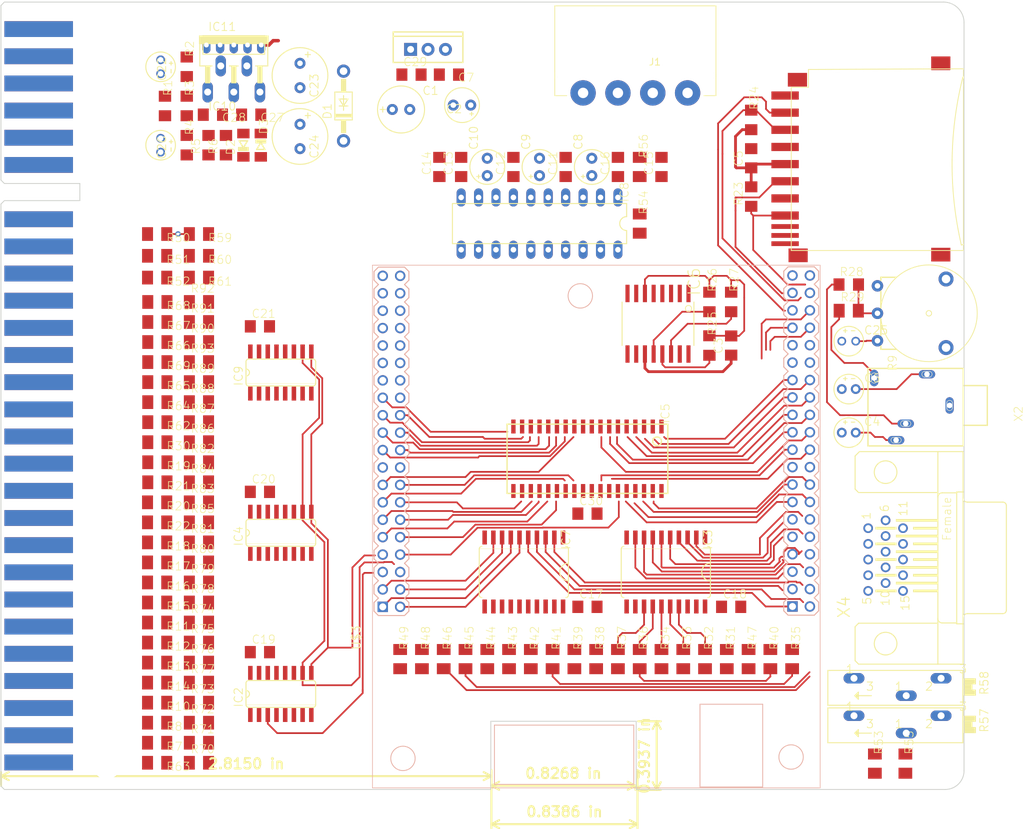
<source format=kicad_pcb>
(kicad_pcb (version 20171130) (host pcbnew 5.0.0-fee4fd1~65~ubuntu17.10.1)
  (layers (0 Top signal) (31 Bottom signal) (34 B.Paste user) (35 F.Paste user) (36 B.SilkS user) (37 F.SilkS user) (38 B.Mask user) (39 F.Mask user) (44 Edge.Cuts user))
  (net 0 "")
  (net 1 +5V)
  (net 2 -5V)
  (net 3 GND)
  (net 4 +3V3)
  (net 5 +12V)
  (net 6 "Net-(C1-Pad+)")
  (net 7 "Net-(U$2-PadGP3)")
  (net 8 "Net-(U$2-PadCD)")
  (net 9 "Net-(U$2-Pad9)")
  (net 10 /SD_CS)
  (net 11 /SD_DATAIN)
  (net 12 /SD_SCLK)
  (net 13 /SD_DATAOUT)
  (net 14 "Net-(U$2-Pad8)")
  (net 15 "Net-(U$2-PadWP)")
  (net 16 /SRAM_A18)
  (net 17 /SRAM_A17)
  (net 18 /SRAM_A16)
  (net 19 /SRAM_A15)
  (net 20 /SRAM_OE)
  (net 21 /SRAM_IO7)
  (net 22 /SRAM_IO6)
  (net 23 /SRAM_IO5)
  (net 24 /SRAM_IO4)
  (net 25 /SRAM_A14)
  (net 26 /SRAM_A13)
  (net 27 /SRAM_A12)
  (net 28 /SRAM_A11)
  (net 29 /SRAM_A10)
  (net 30 /SRAM_A9)
  (net 31 /SRAM_A8)
  (net 32 /SRAM_A7)
  (net 33 /SRAM_A6)
  (net 34 /SRAM_A5)
  (net 35 /SRAM_WE)
  (net 36 /SRAM_IO3)
  (net 37 /SRAM_IO2)
  (net 38 /SRAM_IO1)
  (net 39 /SRAM_IO0)
  (net 40 /SRAM_CE)
  (net 41 /SRAM_A4)
  (net 42 /SRAM_A3)
  (net 43 /SRAM_A2)
  (net 44 /SRAM_A1)
  (net 45 /SRAM_A0)
  (net 46 /R_A)
  (net 47 /DAC_VREF)
  (net 48 /L_A)
  (net 49 /I2S_DATA)
  (net 50 /IS2_WS)
  (net 51 /I2S_BCK)
  (net 52 /R_AUDIO)
  (net 53 /L_AUDIO)
  (net 54 "Net-(R28-Pad1)")
  (net 55 /JAMMA_AUDIO)
  (net 56 "Net-(R29-Pad1)")
  (net 57 "Net-(IC3-Pad11)")
  (net 58 "Net-(IC3-Pad12)")
  (net 59 /G3)
  (net 60 "Net-(IC3-Pad18)")
  (net 61 "Net-(IC3-Pad17)")
  (net 62 "Net-(IC3-Pad16)")
  (net 63 "Net-(IC3-Pad15)")
  (net 64 "Net-(IC3-Pad14)")
  (net 65 "Net-(IC3-Pad13)")
  (net 66 /G2)
  (net 67 /G1)
  (net 68 /G0)
  (net 69 /R3)
  (net 70 /R2)
  (net 71 /R1)
  (net 72 /R0)
  (net 73 "Net-(IC7-Pad11)")
  (net 74 "Net-(IC7-Pad12)")
  (net 75 /GATE)
  (net 76 "Net-(IC7-Pad18)")
  (net 77 "Net-(IC7-Pad17)")
  (net 78 "Net-(IC7-Pad16)")
  (net 79 "Net-(IC7-Pad15)")
  (net 80 "Net-(IC7-Pad14)")
  (net 81 "Net-(IC7-Pad13)")
  (net 82 /CSY)
  (net 83 /VSY)
  (net 84 /HSY)
  (net 85 /B3)
  (net 86 /B2)
  (net 87 /B1)
  (net 88 /B0)
  (net 89 "Net-(U$3-PadI0_103)")
  (net 90 "Net-(U$3-PadI0_105)")
  (net 91 "Net-(U$3-PadI0_110)")
  (net 92 "Net-(U$3-PadI0_112)")
  (net 93 "Net-(U$3-PadI0_114)")
  (net 94 "Net-(U$3-PadI0_101)")
  (net 95 "Net-(U$3-PadI0_104)")
  (net 96 "Net-(U$3-PadI0_106)")
  (net 97 "Net-(U$3-PadI0_111)")
  (net 98 "Net-(U$3-PadI0_113)")
  (net 99 "Net-(U$3-PadI0_119)")
  (net 100 "Net-(U$3-PadI0_115)")
  (net 101 "Net-(U$3-PadI0_121)")
  (net 102 "Net-(U$3-PadI0_125)")
  (net 103 "Net-(U$3-PadI0_127)")
  (net 104 "Net-(U$3-PadI0_129)")
  (net 105 "Net-(U$3-PadI0_132)")
  (net 106 "Net-(U$3-PadI0_120)")
  (net 107 "Net-(U$3-PadI0_124)")
  (net 108 "Net-(U$3-PadI0_126)")
  (net 109 "Net-(U$3-PadI0_128)")
  (net 110 "Net-(U$3-PadI0_133)")
  (net 111 "Net-(U$3-PadI0_135)")
  (net 112 "Net-(U$3-PadI0_136)")
  (net 113 "Net-(U$3-PadI0_137)")
  (net 114 "Net-(U$3-PadI0_141)")
  (net 115 "Net-(U$3-PadI0_143)")
  (net 116 "Net-(U$3-PadI0_1)")
  (net 117 "Net-(U$3-PadI0_3)")
  (net 118 "Net-(U$3-PadI0_10)")
  (net 119 "Net-(U$3-PadI0_138)")
  (net 120 "Net-(U$3-PadI0_142)")
  (net 121 "Net-(U$3-PadI0_144)")
  (net 122 "Net-(U$3-PadI0_2)")
  (net 123 "Net-(U$3-PadI0_7)")
  (net 124 "Net-(U$3-PadI0_99)")
  (net 125 "Net-(U$3-PadI0_90)")
  (net 126 "Net-(U$3-PadI0_88)")
  (net 127 "Net-(U$3-PadI0_71)")
  (net 128 "Net-(U$3-PadI0_69)")
  (net 129 "Net-(U$3-PadI0_100)")
  (net 130 "Net-(U$3-PadI0_91)")
  (net 131 "Net-(U$3-PadI0_89)")
  (net 132 "Net-(U$3-PadI0_72)")
  (net 133 "Net-(U$3-PadI0_70)")
  (net 134 "Net-(U$3-PadI0_68)")
  (net 135 "Net-(U$3-PadI0_67)")
  (net 136 "Net-(U$3-PadI0_66)")
  (net 137 "Net-(U$3-PadI0_65)")
  (net 138 "Net-(U$3-PadI0_60)")
  (net 139 "Net-(U$3-PadI0_58)")
  (net 140 "Net-(U$3-PadI0_54)")
  (net 141 "Net-(U$3-PadI0_52)")
  (net 142 "Net-(U$3-PadI0_64)")
  (net 143 "Net-(U$3-PadI0_59)")
  (net 144 "Net-(U$3-PadI0_55)")
  (net 145 "Net-(U$3-PadI0_53)")
  (net 146 "Net-(U$3-PadI0_51)")
  (net 147 "Net-(U$3-PadI0_50)")
  (net 148 "Net-(U$3-PadI0_49)")
  (net 149 "Net-(U$3-PadI0_46)")
  (net 150 "Net-(U$3-PadI0_43)")
  (net 151 "Net-(U$3-PadI0_39)")
  (net 152 "Net-(U$3-PadI0_34)")
  (net 153 "Net-(U$3-PadI0_44)")
  (net 154 "Net-(U$3-PadI0_42)")
  (net 155 "Net-(U$3-PadI0_38)")
  (net 156 "Net-(U$3-PadI0_33)")
  (net 157 "Net-(C16-Pad1)")
  (net 158 "Net-(IC8-Pad18)")
  (net 159 "Net-(C15-Pad1)")
  (net 160 "Net-(IC8-Pad15)")
  (net 161 "Net-(IC8-Pad13)")
  (net 162 /BURST_GATE)
  (net 163 "Net-(C14-Pad1)")
  (net 164 "Net-(C13-Pad1)")
  (net 165 "Net-(C9-Pad+)")
  (net 166 "Net-(C11-Pad1)")
  (net 167 "Net-(C8-Pad+)")
  (net 168 "Net-(C10-Pad+)")
  (net 169 "Net-(C12-Pad1)")
  (net 170 /VGA-RED)
  (net 171 "Net-(X4-Pad11)")
  (net 172 "Net-(X4-Pad12)")
  (net 173 /VGA-HSYNC)
  (net 174 /VGA-VSYNC)
  (net 175 "Net-(X4-Pad15)")
  (net 176 /VGA-GREEN)
  (net 177 /VGA-BLUE)
  (net 178 "Net-(X4-Pad4)")
  (net 179 /VGA_DETECT)
  (net 180 "Net-(X4-Pad9)")
  (net 181 /JAMMA-RED)
  (net 182 "Net-(R53-Pad1)")
  (net 183 "Net-(R55-Pad1)")
  (net 184 /N$47)
  (net 185 "Net-(IC2-Pad7)")
  (net 186 /CNTR_LATCH)
  (net 187 /CNTR_CLK)
  (net 188 "Net-(IC2-Pad11)")
  (net 189 "Net-(IC2-Pad6)")
  (net 190 "Net-(IC2-Pad12)")
  (net 191 "Net-(IC2-Pad5)")
  (net 192 "Net-(IC2-Pad13)")
  (net 193 "Net-(IC2-Pad4)")
  (net 194 "Net-(IC2-Pad14)")
  (net 195 "Net-(IC2-Pad15)")
  (net 196 /CNTR_DAT)
  (net 197 "Net-(IC2-Pad2)")
  (net 198 "Net-(IC2-Pad1)")
  (net 199 "Net-(IC4-Pad11)")
  (net 200 "Net-(IC4-Pad7)")
  (net 201 "Net-(IC4-Pad6)")
  (net 202 "Net-(IC4-Pad12)")
  (net 203 "Net-(IC4-Pad5)")
  (net 204 "Net-(IC4-Pad13)")
  (net 205 "Net-(IC4-Pad4)")
  (net 206 "Net-(IC4-Pad14)")
  (net 207 "Net-(IC4-Pad15)")
  (net 208 "Net-(IC4-Pad2)")
  (net 209 "Net-(IC4-Pad1)")
  (net 210 "Net-(IC9-Pad7)")
  (net 211 "Net-(IC9-Pad6)")
  (net 212 "Net-(IC9-Pad12)")
  (net 213 "Net-(IC9-Pad5)")
  (net 214 "Net-(IC9-Pad13)")
  (net 215 "Net-(IC9-Pad4)")
  (net 216 "Net-(IC9-Pad14)")
  (net 217 "Net-(IC9-Pad15)")
  (net 218 "Net-(IC9-Pad2)")
  (net 219 "Net-(IC9-Pad1)")
  (net 220 "Net-(C24-Pad+)")
  (net 221 "Net-(C25-Pad+)")
  (net 222 /JAMMA_SPK+)
  (net 223 "Net-(C25-Pad-)")
  (net 224 "Net-(IC10-Pad2)")
  (net 225 "Net-(C22-Pad+)")
  (net 226 "Net-(C26-Pad+)")
  (net 227 "Net-(C28-Pad1)")
  (net 228 /P1B5)
  (net 229 /P1B4)
  (net 230 /P1B3)
  (net 231 /P1B2)
  (net 232 /P1B1)
  (net 233 /P1RH)
  (net 234 /P1LH)
  (net 235 /P1DW)
  (net 236 /P1UP)
  (net 237 /P1START)
  (net 238 /COINSW1)
  (net 239 "Net-(K1-Pad15)")
  (net 240 /JAMMA-BLUE)
  (net 241 "Net-(K1-Pad11)")
  (net 242 "Net-(K1-Pad9)")
  (net 243 "Net-(K1-Pad8)")
  (net 244 "Net-(K1-Pad#D)")
  (net 245 "Net-(K1-Pad#C)")
  (net 246 "Net-(K1-Pad#B)")
  (net 247 "Net-(K1-Pad#A)")
  (net 248 "Net-(K1-PadZ)")
  (net 249 "Net-(K1-PadY)")
  (net 250 "Net-(K1-PadX)")
  (net 251 "Net-(K1-PadW)")
  (net 252 "Net-(K1-PadV)")
  (net 253 "Net-(K1-PadU)")
  (net 254 "Net-(K1-PadT)")
  (net 255 "Net-(K1-PadS)")
  (net 256 "Net-(K1-PadR)")
  (net 257 /JAMMA-CSYNC)
  (net 258 /JAMMA-GREEN)
  (net 259 "Net-(K1-PadM)")
  (net 260 "Net-(K1-PadK)")
  (net 261 "Net-(K1-PadJ)")
  (net 262 /N$46)
  (net 263 /N$61)
  (net 264 /N$62)
  (net 265 /N$64)
  (net 266 /N$63)
  (net 267 /N$65)
  (net 268 /N$66)
  (net 269 /N$68)
  (net 270 /N$67)
  (net 271 /N$69)
  (net 272 /N$70)
  (net 273 /N$72)
  (net 274 /N$73)
  (net 275 /N$74)
  (net 276 /N$76)
  (net 277 /N$75)
  (net 278 /N$77)
  (net 279 /N$78)
  (net 280 /N$80)
  (net 281 /N$79)
  (net 282 /N$81)
  (net 283 /N$82)
  (net 284 "Net-(J1-Pad4)")
  (module MystiqueJamma:JAMMA-FULL (layer Top) (at 67.31 35.901 270)
    (fp_text reference K1 hide)
    (fp_text value JAMMA-EDGE-MYSTIQUE hide)
    (fp_line (start 22.39 -11.08) (end 24.89 -11.08) (layer Edge.Cuts) (width 0.127))
    (fp_line (start 22.39 -0.08) (end 22.39 -11.08) (layer Edge.Cuts) (width 0.127))
    (fp_line (start 24.89 -0.08) (end 24.89 -11.08) (layer Edge.Cuts) (width 0.127))
    (fp_line (start 21.89 0.42) (end 22.39 -0.08) (layer Edge.Cuts) (width 0.127))
    (fp_line (start 24.89 -0.08) (end 25.39 0.42) (layer Edge.Cuts) (width 0.127))
    (fp_line (start 25.39 0.42) (end 110.24 0.42) (layer Edge.Cuts) (width 0.127))
    (fp_line (start -3.56 0.42) (end 21.89 0.42) (layer Edge.Cuts) (width 0.127))
    (fp_line (start 110.24 0.42) (end 110.74 -0.08) (layer Edge.Cuts) (width 0.127))
    (fp_line (start -4.06 -0.08) (end -3.56 0.42) (layer Edge.Cuts) (width 0.127))
    (fp_line (start 110.74 -137.26) (end 110.74 -92.2) (layer Edge.Cuts) (width 0.127))
    (fp_arc (start 108 -137.26) (end 108 -140) (angle 90) (layer Edge.Cuts) (width 0.127))
    (fp_line (start -1.06 -140) (end 108 -140) (layer Edge.Cuts) (width 0.127))
    (fp_arc (start -1.059999 -137) (end -4.06 -137) (angle 90) (layer Edge.Cuts) (width 0.127))
    (fp_line (start -4.06 -0.08) (end -4.06 -137) (layer Edge.Cuts) (width 0.127))
    (fp_line (start 110.74 -71) (end 110.74 -0.08) (layer Edge.Cuts) (width 0.127))
    (fp_line (start 100.8 -92.2) (end 100.8 -71) (layer Edge.Cuts) (width 0.127))
    (fp_line (start 100.8 -92.2) (end 110.74 -92.2) (layer Edge.Cuts) (width 0.127))
    (fp_line (start 100.8 -71) (end 110.74 -71) (layer Edge.Cuts) (width 0.127))
    (pad "" np_thru_hole circle (at 107.24 -15 270) (size 4 4) (drill 4) (layers *.Cu *.Mask))
    (pad "" np_thru_hole circle (at -0.56 -15 270) (size 4 4) (drill 4) (layers *.Cu *.Mask))
    (pad "" np_thru_hole circle (at 107.24 -136.5 270) (size 4 4) (drill 4) (layers *.Cu *.Mask))
    (pad "" np_thru_hole circle (at -0.56 -136.5 270) (size 4 4) (drill 4) (layers *.Cu *.Mask))
    (pad 28 smd rect (at 106.8 -5.08 270) (size 2.3 10) (layers Top F.Paste F.Mask) (net 3 GND))
    (pad 27 smd rect (at 102.84 -5.08 270) (size 2.3 10) (layers Top F.Paste F.Mask) (net 3 GND))
    (pad 26 smd rect (at 98.88 -5.08 270) (size 2.3 10) (layers Top F.Paste F.Mask) (net 228 /P1B5))
    (pad 25 smd rect (at 94.92 -5.08 270) (size 2.3 10) (layers Top F.Paste F.Mask) (net 229 /P1B4))
    (pad 24 smd rect (at 90.96 -5.08 270) (size 2.3 10) (layers Top F.Paste F.Mask) (net 230 /P1B3))
    (pad 23 smd rect (at 87 -5.08 270) (size 2.3 10) (layers Top F.Paste F.Mask) (net 231 /P1B2))
    (pad 22 smd rect (at 83.04 -5.08 270) (size 2.3 10) (layers Top F.Paste F.Mask) (net 232 /P1B1))
    (pad 21 smd rect (at 79.08 -5.08 270) (size 2.3 10) (layers Top F.Paste F.Mask) (net 233 /P1RH))
    (pad 20 smd rect (at 75.12 -5.08 270) (size 2.3 10) (layers Top F.Paste F.Mask) (net 234 /P1LH))
    (pad 19 smd rect (at 71.16 -5.08 270) (size 2.3 10) (layers Top F.Paste F.Mask) (net 235 /P1DW))
    (pad 18 smd rect (at 67.2 -5.08 270) (size 2.3 10) (layers Top F.Paste F.Mask) (net 236 /P1UP))
    (pad 17 smd rect (at 63.24 -5.08 270) (size 2.3 10) (layers Top F.Paste F.Mask) (net 237 /P1START))
    (pad 16 smd rect (at 59.28 -5.08 270) (size 2.3 10) (layers Top F.Paste F.Mask) (net 238 /COINSW1))
    (pad 15 smd rect (at 55.32 -5.08 270) (size 2.3 10) (layers Top F.Paste F.Mask) (net 239 "Net-(K1-Pad15)"))
    (pad 14 smd rect (at 51.36 -5.08 270) (size 2.3 10) (layers Top F.Paste F.Mask) (net 3 GND))
    (pad 13 smd rect (at 47.4 -5.08 270) (size 2.3 10) (layers Top F.Paste F.Mask) (net 240 /JAMMA-BLUE))
    (pad 12 smd rect (at 43.44 -5.08 270) (size 2.3 10) (layers Top F.Paste F.Mask) (net 181 /JAMMA-RED))
    (pad 11 smd rect (at 39.48 -5.08 270) (size 2.3 10) (layers Top F.Paste F.Mask) (net 241 "Net-(K1-Pad11)"))
    (pad 10 smd rect (at 35.52 -5.08 270) (size 2.3 10) (layers Top F.Paste F.Mask) (net 222 /JAMMA_SPK+))
    (pad 9 smd rect (at 31.56 -5.08 270) (size 2.3 10) (layers Top F.Paste F.Mask) (net 242 "Net-(K1-Pad9)"))
    (pad 8 smd rect (at 27.6 -5.08 270) (size 2.3 10) (layers Top F.Paste F.Mask) (net 243 "Net-(K1-Pad8)"))
    (pad 6 smd rect (at 19.68 -5.08 270) (size 2.3 10) (layers Top F.Paste F.Mask) (net 5 +12V))
    (pad 5 smd rect (at 15.72 -5.08 270) (size 2.3 10) (layers Top F.Paste F.Mask) (net 2 -5V))
    (pad 4 smd rect (at 11.76 -5.08 270) (size 2.3 10) (layers Top F.Paste F.Mask) (net 1 +5V))
    (pad 3 smd rect (at 7.8 -5.08 270) (size 2.3 10) (layers Top F.Paste F.Mask) (net 1 +5V))
    (pad 2 smd rect (at 3.84 -5.08 270) (size 2.3 10) (layers Top F.Paste F.Mask) (net 3 GND))
    (pad 1 smd rect (at -0.12 -5.08 270) (size 2.3 10) (layers Top F.Paste F.Mask) (net 3 GND))
    (pad "#F" smd rect (at 106.8 -5.08 270) (size 2.3 10) (layers Bottom B.Paste B.Mask) (net 3 GND))
    (pad "#E" smd rect (at 102.84 -5.08 270) (size 2.3 10) (layers Bottom B.Paste B.Mask) (net 3 GND))
    (pad "#D" smd rect (at 98.88 -5.08 270) (size 2.3 10) (layers Bottom B.Paste B.Mask) (net 244 "Net-(K1-Pad#D)"))
    (pad "#C" smd rect (at 94.92 -5.08 270) (size 2.3 10) (layers Bottom B.Paste B.Mask) (net 245 "Net-(K1-Pad#C)"))
    (pad "#B" smd rect (at 90.96 -5.08 270) (size 2.3 10) (layers Bottom B.Paste B.Mask) (net 246 "Net-(K1-Pad#B)"))
    (pad "#A" smd rect (at 87 -5.08 270) (size 2.3 10) (layers Bottom B.Paste B.Mask) (net 247 "Net-(K1-Pad#A)"))
    (pad Z smd rect (at 83.04 -5.08 270) (size 2.3 10) (layers Bottom B.Paste B.Mask) (net 248 "Net-(K1-PadZ)"))
    (pad Y smd rect (at 79.08 -5.08 270) (size 2.3 10) (layers Bottom B.Paste B.Mask) (net 249 "Net-(K1-PadY)"))
    (pad X smd rect (at 75.12 -5.08 270) (size 2.3 10) (layers Bottom B.Paste B.Mask) (net 250 "Net-(K1-PadX)"))
    (pad W smd rect (at 71.16 -5.08 270) (size 2.3 10) (layers Bottom B.Paste B.Mask) (net 251 "Net-(K1-PadW)"))
    (pad V smd rect (at 67.2 -5.08 270) (size 2.3 10) (layers Bottom B.Paste B.Mask) (net 252 "Net-(K1-PadV)"))
    (pad U smd rect (at 63.24 -5.08 270) (size 2.3 10) (layers Bottom B.Paste B.Mask) (net 253 "Net-(K1-PadU)"))
    (pad T smd rect (at 59.28 -5.08 270) (size 2.3 10) (layers Bottom B.Paste B.Mask) (net 254 "Net-(K1-PadT)"))
    (pad S smd rect (at 55.32 -5.08 270) (size 2.3 10) (layers Bottom B.Paste B.Mask) (net 255 "Net-(K1-PadS)"))
    (pad R smd rect (at 51.36 -5.08 270) (size 2.3 10) (layers Bottom B.Paste B.Mask) (net 256 "Net-(K1-PadR)"))
    (pad P smd rect (at 47.4 -5.08 270) (size 2.3 10) (layers Bottom B.Paste B.Mask) (net 257 /JAMMA-CSYNC))
    (pad N smd rect (at 43.44 -5.08 270) (size 2.3 10) (layers Bottom B.Paste B.Mask) (net 258 /JAMMA-GREEN))
    (pad M smd rect (at 39.48 -5.08 270) (size 2.3 10) (layers Bottom B.Paste B.Mask) (net 259 "Net-(K1-PadM)"))
    (pad L smd rect (at 35.52 -5.08 270) (size 2.3 10) (layers Bottom B.Paste B.Mask) (net 3 GND))
    (pad K smd rect (at 31.56 -5.08 270) (size 2.3 10) (layers Bottom B.Paste B.Mask) (net 260 "Net-(K1-PadK)"))
    (pad J smd rect (at 27.6 -5.08 270) (size 2.3 10) (layers Bottom B.Paste B.Mask) (net 261 "Net-(K1-PadJ)"))
    (pad F smd rect (at 19.68 -5.08 270) (size 2.3 10) (layers Bottom B.Paste B.Mask) (net 5 +12V))
    (pad E smd rect (at 15.72 -5.08 270) (size 2.3 10) (layers Bottom B.Paste B.Mask) (net 2 -5V))
    (pad D smd rect (at 11.76 -5.08 270) (size 2.3 10) (layers Bottom B.Paste B.Mask) (net 1 +5V))
    (pad C smd rect (at 7.8 -5.08 270) (size 2.3 10) (layers Bottom B.Paste B.Mask) (net 1 +5V))
    (pad B smd rect (at 3.84 -5.08 270) (size 2.3 10) (layers Bottom B.Paste B.Mask) (net 3 GND))
    (pad A smd rect (at -0.12 -5.08 270) (size 2.3 10) (layers Bottom B.Paste B.Mask) (net 3 GND))
  )
  (module MystiqueJamma:Molex_Mega-Fit_76829-0004_2x02_P5.70mm_Vertical (layer Top) (at 159.385 45.085)
    (fp_text reference J1 (at 2.85 -4.51) (layer F.SilkS))
    (fp_text value Conn_01x04)
    (pad 1 thru_hole circle (at -7.62 0) (size 3.7 3.7) (drill 1.52) (layers *.Cu *.Mask) (net 5 +12V))
    (pad 2 thru_hole circle (at -2.54 0) (size 3.7 3.7) (drill 1.52) (layers *.Cu *.Mask) (net 3 GND))
    (pad 3 thru_hole circle (at 2.54 0) (size 3.7 3.7) (drill 1.52) (layers *.Cu *.Mask) (net 3 GND))
    (pad 4 thru_hole circle (at 7.62 0) (size 3.7 3.7) (drill 1.52) (layers *.Cu *.Mask) (net 284 "Net-(J1-Pad4)"))
    (pad "" np_thru_hole circle (at -10.16 -2.54) (size 2.54 2.54) (drill 2.54) (layers *.Cu *.Mask))
    (pad "" np_thru_hole circle (at 10.16 -2.54) (size 2.54 2.54) (drill 2.54) (layers *.Cu *.Mask))
    (pad "" np_thru_hole circle (at -5.08 -10.16) (size 4 4) (drill 4) (layers *.Cu *.Mask))
    (pad "" np_thru_hole circle (at 5.08 -10.16) (size 4 4) (drill 4) (layers *.Cu *.Mask))
  )
  (module MystiqueJamma:SOIC-16NW (layer Top) (at 162.687 78.74 180)
    (fp_text reference IC6 (at -6.27 4 270) (layer F.SilkS) (effects (font (size 1.6891 1.6891) (thickness 0.14224)) (justify left bottom)))
    (fp_text value TDA1543T)
    (pad 16 smd rect (at -4.445 -4.415 180) (size 0.6 2.54) (layers Top F.Paste F.Mask))
    (pad 15 smd rect (at -3.175 -4.415 180) (size 0.6 2.54) (layers Top F.Paste F.Mask))
    (pad 14 smd rect (at -1.905 -4.415 180) (size 0.6 2.54) (layers Top F.Paste F.Mask) (net 46 /R_A))
    (pad 13 smd rect (at -0.635 -4.415 180) (size 0.6 2.54) (layers Top F.Paste F.Mask) (net 47 /DAC_VREF))
    (pad 12 smd rect (at 0.635 -4.415 180) (size 0.6 2.54) (layers Top F.Paste F.Mask) (net 48 /L_A))
    (pad 11 smd rect (at 1.905 -4.415 180) (size 0.6 2.54) (layers Top F.Paste F.Mask) (net 1 +5V))
    (pad 10 smd rect (at 3.175 -4.415 180) (size 0.6 2.54) (layers Top F.Paste F.Mask))
    (pad 9 smd rect (at 4.445 -4.415 180) (size 0.6 2.54) (layers Top F.Paste F.Mask))
    (pad 8 smd rect (at 4.445 4.415 180) (size 0.6 2.54) (layers Top F.Paste F.Mask))
    (pad 7 smd rect (at 3.175 4.415 180) (size 0.6 2.54) (layers Top F.Paste F.Mask))
    (pad 6 smd rect (at 1.905 4.415 180) (size 0.6 2.54) (layers Top F.Paste F.Mask) (net 3 GND))
    (pad 5 smd rect (at 0.635 4.415 180) (size 0.6 2.54) (layers Top F.Paste F.Mask) (net 49 /I2S_DATA))
    (pad 4 smd rect (at -0.635 4.415 180) (size 0.6 2.54) (layers Top F.Paste F.Mask) (net 50 /IS2_WS))
    (pad 3 smd rect (at -1.905 4.415 180) (size 0.6 2.54) (layers Top F.Paste F.Mask) (net 51 /I2S_BCK))
    (pad 2 smd rect (at -3.175 4.415 180) (size 0.6 2.54) (layers Top F.Paste F.Mask))
    (pad 1 smd rect (at -4.445 4.415 180) (size 0.6 2.54) (layers Top F.Paste F.Mask))
  )
  (module MystiqueJamma:E2,5-7 (layer Top) (at 125.222 47.498)
    (fp_text reference C1 (at 3.048 -2.032) (layer F.SilkS) (effects (font (size 1.2065 1.2065) (thickness 0.127)) (justify left bottom)))
    (fp_text value 100uF)
    (pad + thru_hole circle (at -1.27 0) (size 1.6002 1.6002) (drill 0.8128) (layers *.Cu *.Mask) (net 6 "Net-(C1-Pad+)"))
    (pad - thru_hole circle (at 1.27 0) (size 1.6002 1.6002) (drill 0.8128) (layers *.Cu *.Mask) (net 3 GND))
  )
  (module MystiqueJamma:E2,5-5 (layer Top) (at 134.112 46.863 180)
    (fp_text reference C2 (at 2.413 -1.27 180) (layer F.SilkS) (effects (font (size 1.2065 1.2065) (thickness 0.127)) (justify left bottom)))
    (fp_text value 10uF)
    (pad + thru_hole circle (at -1.27 0 180) (size 1.6002 1.6002) (drill 0.8128) (layers *.Cu *.Mask) (net 1 +5V))
    (pad - thru_hole circle (at 1.27 0 180) (size 1.6002 1.6002) (drill 0.8128) (layers *.Cu *.Mask) (net 3 GND))
  )
  (module MystiqueJamma:C1206 (layer Top) (at 173.355 81.915 90)
    (fp_text reference C3 (at -1.27 -1.143 90) (layer F.SilkS) (effects (font (size 1.2065 1.2065) (thickness 0.1016)) (justify left bottom)))
    (fp_text value 100nF)
    (pad 2 smd rect (at 1.4 0 90) (size 1.6 1.8) (layers Top F.Paste F.Mask) (net 3 GND))
    (pad 1 smd rect (at -1.4 0 90) (size 1.6 1.8) (layers Top F.Paste F.Mask) (net 1 +5V))
  )
  (module MystiqueJamma:E2-4 (layer Top) (at 190.5 94.615)
    (fp_text reference C4 (at 2.159 -0.889) (layer F.SilkS) (effects (font (size 1.2065 1.2065) (thickness 0.127)) (justify left bottom)))
    (fp_text value 4.7uF)
    (pad + thru_hole circle (at -1.016 0) (size 1.4224 1.4224) (drill 0.8128) (layers *.Cu *.Mask) (net 46 /R_A))
    (pad - thru_hole circle (at 1.016 0) (size 1.4224 1.4224) (drill 0.8128) (layers *.Cu *.Mask) (net 52 /R_AUDIO))
  )
  (module MystiqueJamma:C1206 (layer Top) (at 176.276 54.61 90)
    (fp_text reference C5 (at -1.27 -1.143 90) (layer F.SilkS) (effects (font (size 1.2065 1.2065) (thickness 0.1016)) (justify left bottom)))
    (fp_text value 100nF)
    (pad 2 smd rect (at 1.4 0 90) (size 1.6 1.8) (layers Top F.Paste F.Mask) (net 3 GND))
    (pad 1 smd rect (at -1.4 0 90) (size 1.6 1.8) (layers Top F.Paste F.Mask) (net 4 +3V3))
  )
  (module MystiqueJamma:E2-4 (layer Top) (at 190.5 88.265)
    (fp_text reference C6 (at 2.159 -0.889) (layer F.SilkS) (effects (font (size 1.2065 1.2065) (thickness 0.127)) (justify left bottom)))
    (fp_text value 4.7uF)
    (pad + thru_hole circle (at -1.016 0) (size 1.4224 1.4224) (drill 0.8128) (layers *.Cu *.Mask) (net 48 /L_A))
    (pad - thru_hole circle (at 1.016 0) (size 1.4224 1.4224) (drill 0.8128) (layers *.Cu *.Mask) (net 53 /L_AUDIO))
  )
  (module MystiqueJamma:DO41-10 (layer Top) (at 116.84 46.99 90)
    (fp_text reference D1 (at -2.032 -1.651 90) (layer F.SilkS) (effects (font (size 1.2065 1.2065) (thickness 0.127)) (justify left bottom)))
    (fp_text value 1N4004)
    (pad C thru_hole circle (at -5.08 0 90) (size 1.9304 1.9304) (drill 1.1176) (layers *.Cu *.Mask) (net 6 "Net-(C1-Pad+)"))
    (pad A thru_hole circle (at 5.08 0 90) (size 1.9304 1.9304) (drill 1.1176) (layers *.Cu *.Mask) (net 5 +12V))
  )
  (module MystiqueJamma:TO220-IGO (layer Top) (at 129.159 38.735)
    (fp_text reference IC1 hide)
    (fp_text value 7805 hide)
    (pad OUT thru_hole circle (at 2.54 0) (size 1.8796 1.8796) (drill 1) (layers *.Cu *.Mask) (net 1 +5V))
    (pad GND thru_hole circle (at 0 0) (size 1.8796 1.8796) (drill 1) (layers *.Cu *.Mask) (net 3 GND))
    (pad IN thru_hole rect (at -2.54 0) (size 1.8796 1.8796) (drill 1) (layers *.Cu *.Mask) (net 6 "Net-(C1-Pad+)"))
  )
  (module MystiqueJamma:SOJV36-400 (layer Top) (at 152.4 98.425 180)
    (fp_text reference IC5 (at -12.065 5.08 270) (layer F.SilkS) (effects (font (size 1.2065 1.2065) (thickness 0.1016)) (justify left bottom)))
    (fp_text value CY7C1049CV33)
    (pad 36 smd rect (at -10.795 -4.699) (size 0.635 2.032) (layers Top F.Paste F.Mask))
    (pad 35 smd rect (at -9.525 -4.699) (size 0.635 2.032) (layers Top F.Paste F.Mask) (net 16 /SRAM_A18))
    (pad 34 smd rect (at -8.255 -4.699) (size 0.635 2.032) (layers Top F.Paste F.Mask) (net 17 /SRAM_A17))
    (pad 33 smd rect (at -6.985 -4.699) (size 0.635 2.032) (layers Top F.Paste F.Mask) (net 18 /SRAM_A16))
    (pad 32 smd rect (at -5.715 -4.699) (size 0.635 2.032) (layers Top F.Paste F.Mask) (net 19 /SRAM_A15))
    (pad 31 smd rect (at -4.445 -4.699) (size 0.635 2.032) (layers Top F.Paste F.Mask) (net 20 /SRAM_OE))
    (pad 30 smd rect (at -3.175 -4.699) (size 0.635 2.032) (layers Top F.Paste F.Mask) (net 21 /SRAM_IO7))
    (pad 29 smd rect (at -1.905 -4.699) (size 0.635 2.032) (layers Top F.Paste F.Mask) (net 22 /SRAM_IO6))
    (pad 28 smd rect (at -0.635 -4.699) (size 0.635 2.032) (layers Top F.Paste F.Mask) (net 3 GND))
    (pad 27 smd rect (at 0.635 -4.699) (size 0.635 2.032) (layers Top F.Paste F.Mask) (net 4 +3V3))
    (pad 26 smd rect (at 1.905 -4.699) (size 0.635 2.032) (layers Top F.Paste F.Mask) (net 23 /SRAM_IO5))
    (pad 25 smd rect (at 3.175 -4.699) (size 0.635 2.032) (layers Top F.Paste F.Mask) (net 24 /SRAM_IO4))
    (pad 24 smd rect (at 4.445 -4.699) (size 0.635 2.032) (layers Top F.Paste F.Mask) (net 25 /SRAM_A14))
    (pad 23 smd rect (at 5.715 -4.699) (size 0.635 2.032) (layers Top F.Paste F.Mask) (net 26 /SRAM_A13))
    (pad 22 smd rect (at 6.985 -4.699) (size 0.635 2.032) (layers Top F.Paste F.Mask) (net 27 /SRAM_A12))
    (pad 21 smd rect (at 8.255 -4.699) (size 0.635 2.032) (layers Top F.Paste F.Mask) (net 28 /SRAM_A11))
    (pad 20 smd rect (at 9.525 -4.699) (size 0.635 2.032) (layers Top F.Paste F.Mask) (net 29 /SRAM_A10))
    (pad 19 smd rect (at 10.795 -4.699) (size 0.635 2.032) (layers Top F.Paste F.Mask))
    (pad 18 smd rect (at 10.795 4.699 180) (size 0.635 2.032) (layers Top F.Paste F.Mask) (net 30 /SRAM_A9))
    (pad 17 smd rect (at 9.525 4.699 180) (size 0.635 2.032) (layers Top F.Paste F.Mask) (net 31 /SRAM_A8))
    (pad 16 smd rect (at 8.255 4.699 180) (size 0.635 2.032) (layers Top F.Paste F.Mask) (net 32 /SRAM_A7))
    (pad 15 smd rect (at 6.985 4.699 180) (size 0.635 2.032) (layers Top F.Paste F.Mask) (net 33 /SRAM_A6))
    (pad 14 smd rect (at 5.715 4.699 180) (size 0.635 2.032) (layers Top F.Paste F.Mask) (net 34 /SRAM_A5))
    (pad 13 smd rect (at 4.445 4.699 180) (size 0.635 2.032) (layers Top F.Paste F.Mask) (net 35 /SRAM_WE))
    (pad 12 smd rect (at 3.175 4.699 180) (size 0.635 2.032) (layers Top F.Paste F.Mask) (net 36 /SRAM_IO3))
    (pad 11 smd rect (at 1.905 4.699 180) (size 0.635 2.032) (layers Top F.Paste F.Mask) (net 37 /SRAM_IO2))
    (pad 10 smd rect (at 0.635 4.699 180) (size 0.635 2.032) (layers Top F.Paste F.Mask) (net 3 GND))
    (pad 9 smd rect (at -0.635 4.699 180) (size 0.635 2.032) (layers Top F.Paste F.Mask) (net 4 +3V3))
    (pad 8 smd rect (at -1.905 4.699 180) (size 0.635 2.032) (layers Top F.Paste F.Mask) (net 38 /SRAM_IO1))
    (pad 7 smd rect (at -3.175 4.699 180) (size 0.635 2.032) (layers Top F.Paste F.Mask) (net 39 /SRAM_IO0))
    (pad 6 smd rect (at -4.445 4.699 180) (size 0.635 2.032) (layers Top F.Paste F.Mask) (net 40 /SRAM_CE))
    (pad 5 smd rect (at -5.715 4.699 180) (size 0.635 2.032) (layers Top F.Paste F.Mask) (net 41 /SRAM_A4))
    (pad 4 smd rect (at -6.985 4.699 180) (size 0.635 2.032) (layers Top F.Paste F.Mask) (net 42 /SRAM_A3))
    (pad 3 smd rect (at -8.255 4.699 180) (size 0.635 2.032) (layers Top F.Paste F.Mask) (net 43 /SRAM_A2))
    (pad 2 smd rect (at -9.525 4.699 180) (size 0.635 2.032) (layers Top F.Paste F.Mask) (net 44 /SRAM_A1))
    (pad 1 smd rect (at -10.795 4.699 180) (size 0.635 2.032) (layers Top F.Paste F.Mask) (net 45 /SRAM_A0))
  )
  (module MystiqueJamma:R1206 (layer Top) (at 176.276 60.198 90)
    (fp_text reference R23 (at -1.397 -1.143 90) (layer F.SilkS) (effects (font (size 1.2065 1.2065) (thickness 0.1016)) (justify left bottom)))
    (fp_text value 10k)
    (pad 1 smd rect (at -1.422 0 90) (size 1.6 1.803) (layers Top F.Paste F.Mask) (net 13 /SD_DATAOUT))
    (pad 2 smd rect (at 1.422 0 90) (size 1.6 1.803) (layers Top F.Paste F.Mask) (net 4 +3V3))
  )
  (module MystiqueJamma:R1206 (layer Top) (at 176.276 49.022 270)
    (fp_text reference R24 (at -1.397 -1.143 270) (layer F.SilkS) (effects (font (size 1.2065 1.2065) (thickness 0.1016)) (justify left bottom)))
    (fp_text value 10k)
    (pad 1 smd rect (at -1.422 0 270) (size 1.6 1.803) (layers Top F.Paste F.Mask) (net 11 /SD_DATAIN))
    (pad 2 smd rect (at 1.422 0 270) (size 1.6 1.803) (layers Top F.Paste F.Mask) (net 4 +3V3))
  )
  (module MystiqueJamma:R1206 (layer Top) (at 170.18 81.915 270)
    (fp_text reference R25 (at -1.397 -1.143 270) (layer F.SilkS) (effects (font (size 1.2065 1.2065) (thickness 0.1016)) (justify left bottom)))
    (fp_text value 1k)
    (pad 1 smd rect (at -1.422 0 270) (size 1.6 1.803) (layers Top F.Paste F.Mask) (net 3 GND))
    (pad 2 smd rect (at 1.422 0 270) (size 1.6 1.803) (layers Top F.Paste F.Mask) (net 47 /DAC_VREF))
  )
  (module MystiqueJamma:R1206 (layer Top) (at 170.18 75.565 270)
    (fp_text reference R26 (at -1.397 -1.143 270) (layer F.SilkS) (effects (font (size 1.2065 1.2065) (thickness 0.1016)) (justify left bottom)))
    (fp_text value 2k)
    (pad 1 smd rect (at -1.422 0 270) (size 1.6 1.803) (layers Top F.Paste F.Mask) (net 3 GND))
    (pad 2 smd rect (at 1.422 0 270) (size 1.6 1.803) (layers Top F.Paste F.Mask) (net 48 /L_A))
  )
  (module MystiqueJamma:R1206 (layer Top) (at 173.355 75.565 270)
    (fp_text reference R27 (at -1.397 -1.143 270) (layer F.SilkS) (effects (font (size 1.2065 1.2065) (thickness 0.1016)) (justify left bottom)))
    (fp_text value 2k)
    (pad 1 smd rect (at -1.422 0 270) (size 1.6 1.803) (layers Top F.Paste F.Mask) (net 3 GND))
    (pad 2 smd rect (at 1.422 0 270) (size 1.6 1.803) (layers Top F.Paste F.Mask) (net 46 /R_A))
  )
  (module MystiqueJamma:R1206 (layer Top) (at 190.5 73.025)
    (fp_text reference R28 (at -1.397 -1.143) (layer F.SilkS) (effects (font (size 1.2065 1.2065) (thickness 0.1016)) (justify left bottom)))
    (fp_text value 470)
    (pad 1 smd rect (at -1.422 0) (size 1.6 1.803) (layers Top F.Paste F.Mask) (net 54 "Net-(R28-Pad1)"))
    (pad 2 smd rect (at 1.422 0) (size 1.6 1.803) (layers Top F.Paste F.Mask) (net 55 /JAMMA_AUDIO))
  )
  (module MystiqueJamma:M1206 (layer Top) (at 190.5 76.835)
    (fp_text reference R29 (at -1.27 -1.27) (layer F.SilkS) (effects (font (size 1.2065 1.2065) (thickness 0.1016)) (justify left bottom)))
    (fp_text value 470)
    (pad 2 smd rect (at 1.4 0) (size 1.6 2) (layers Top F.Paste F.Mask) (net 55 /JAMMA_AUDIO))
    (pad 1 smd rect (at -1.4 0) (size 1.6 2) (layers Top F.Paste F.Mask) (net 56 "Net-(R29-Pad1)"))
  )
  (module MystiqueJamma:06132 (layer Top) (at 182.118 54.864 90)
    (fp_text reference U$2 hide)
    (fp_text value SDMMC06132 hide)
    (pad "" np_thru_hole circle (at 9.5 2.1 90) (size 1.6 1.6) (drill 1.6) (layers *.Cu *.Mask))
    (pad "" np_thru_hole circle (at -11.6 2.1 90) (size 1.1 1.1) (drill 1.1) (layers *.Cu *.Mask))
    (pad GP3 smd rect (at 11.7 0.9 180) (size 2.8 2) (layers Top F.Paste F.Mask) (net 7 "Net-(U$2-PadGP3)"))
    (pad CD smd rect (at -11 -0.9 180) (size 4 0.7) (layers Top F.Paste F.Mask) (net 8 "Net-(U$2-PadCD)"))
    (pad 9 smd rect (at 9.4 -0.9 180) (size 4 1.2) (layers Top F.Paste F.Mask) (net 9 "Net-(U$2-Pad9)"))
    (pad 3 smd rect (at 1.9 -0.9 180) (size 4 1.2) (layers Top F.Paste F.Mask) (net 3 GND))
    (pad 1 smd rect (at 6.9 -0.9 180) (size 4 1.2) (layers Top F.Paste F.Mask) (net 10 /SD_CS))
    (pad 4 smd rect (at -0.6 -0.9 180) (size 4 1.2) (layers Top F.Paste F.Mask) (net 4 +3V3))
    (pad 2 smd rect (at 4.4 -0.9 180) (size 4 1.2) (layers Top F.Paste F.Mask) (net 11 /SD_DATAIN))
    (pad 5 smd rect (at -3.1 -0.9 180) (size 4 1.2) (layers Top F.Paste F.Mask) (net 12 /SD_SCLK))
    (pad 6 smd rect (at -5.6 -0.9 180) (size 4 1.2) (layers Top F.Paste F.Mask) (net 3 GND))
    (pad 7 smd rect (at -8.1 -0.9 180) (size 4 1.2) (layers Top F.Paste F.Mask) (net 13 /SD_DATAOUT))
    (pad 8 smd rect (at -9.7 -0.9 180) (size 4 0.7) (layers Top F.Paste F.Mask) (net 14 "Net-(U$2-Pad8)"))
    (pad WP smd rect (at -12.2 -0.9 180) (size 4 0.7) (layers Top F.Paste F.Mask) (net 15 "Net-(U$2-PadWP)"))
    (pad GP4 smd rect (at -13.9 1 180) (size 2.8 2) (layers Top F.Paste F.Mask))
    (pad GP2 smd rect (at 14.1 21.8 180) (size 2.8 2) (layers Top F.Paste F.Mask))
    (pad GP smd rect (at -13.8 21.8 180) (size 2.8 2) (layers Top F.Paste F.Mask) (net 3 GND))
  )
  (module MystiqueJamma:SO20W (layer Top) (at 163.83 114.935 180)
    (fp_text reference IC3 (at -6.858 3.175 270) (layer F.SilkS) (effects (font (size 1.2065 1.2065) (thickness 0.127)) (justify left bottom)))
    (fp_text value 74LS245DW)
    (pad 11 smd rect (at 5.715 -5.0292 180) (size 0.6604 2.032) (layers Top F.Paste F.Mask) (net 57 "Net-(IC3-Pad11)"))
    (pad 12 smd rect (at 4.445 -5.0292 180) (size 0.6604 2.032) (layers Top F.Paste F.Mask) (net 58 "Net-(IC3-Pad12)"))
    (pad 10 smd rect (at 5.715 5.0292 180) (size 0.6604 2.032) (layers Top F.Paste F.Mask) (net 3 GND))
    (pad 9 smd rect (at 4.445 5.0292 180) (size 0.6604 2.032) (layers Top F.Paste F.Mask) (net 59 /G3))
    (pad 20 smd rect (at -5.715 -5.0292 180) (size 0.6604 2.032) (layers Top F.Paste F.Mask) (net 1 +5V))
    (pad 19 smd rect (at -4.445 -5.0292 180) (size 0.6604 2.032) (layers Top F.Paste F.Mask) (net 3 GND))
    (pad 18 smd rect (at -3.175 -5.0292 180) (size 0.6604 2.032) (layers Top F.Paste F.Mask) (net 60 "Net-(IC3-Pad18)"))
    (pad 17 smd rect (at -1.905 -5.0292 180) (size 0.6604 2.032) (layers Top F.Paste F.Mask) (net 61 "Net-(IC3-Pad17)"))
    (pad 16 smd rect (at -0.635 -5.0292 180) (size 0.6604 2.032) (layers Top F.Paste F.Mask) (net 62 "Net-(IC3-Pad16)"))
    (pad 15 smd rect (at 0.635 -5.0292 180) (size 0.6604 2.032) (layers Top F.Paste F.Mask) (net 63 "Net-(IC3-Pad15)"))
    (pad 14 smd rect (at 1.905 -5.0292 180) (size 0.6604 2.032) (layers Top F.Paste F.Mask) (net 64 "Net-(IC3-Pad14)"))
    (pad 13 smd rect (at 3.175 -5.0292 180) (size 0.6604 2.032) (layers Top F.Paste F.Mask) (net 65 "Net-(IC3-Pad13)"))
    (pad 8 smd rect (at 3.175 5.0292 180) (size 0.6604 2.032) (layers Top F.Paste F.Mask) (net 66 /G2))
    (pad 7 smd rect (at 1.905 5.0292 180) (size 0.6604 2.032) (layers Top F.Paste F.Mask) (net 67 /G1))
    (pad 6 smd rect (at 0.635 5.0292 180) (size 0.6604 2.032) (layers Top F.Paste F.Mask) (net 68 /G0))
    (pad 5 smd rect (at -0.635 5.0292 180) (size 0.6604 2.032) (layers Top F.Paste F.Mask) (net 69 /R3))
    (pad 4 smd rect (at -1.905 5.0292 180) (size 0.6604 2.032) (layers Top F.Paste F.Mask) (net 70 /R2))
    (pad 3 smd rect (at -3.175 5.0292 180) (size 0.6604 2.032) (layers Top F.Paste F.Mask) (net 71 /R1))
    (pad 2 smd rect (at -4.445 5.0292 180) (size 0.6604 2.032) (layers Top F.Paste F.Mask) (net 72 /R0))
    (pad 1 smd rect (at -5.715 5.0292 180) (size 0.6604 2.032) (layers Top F.Paste F.Mask) (net 1 +5V))
  )
  (module MystiqueJamma:SO20W (layer Top) (at 143.129 114.935 180)
    (fp_text reference IC7 (at -6.858 3.175 270) (layer F.SilkS) (effects (font (size 1.2065 1.2065) (thickness 0.127)) (justify left bottom)))
    (fp_text value 74LS245DW)
    (pad 11 smd rect (at 5.715 -5.0292 180) (size 0.6604 2.032) (layers Top F.Paste F.Mask) (net 73 "Net-(IC7-Pad11)"))
    (pad 12 smd rect (at 4.445 -5.0292 180) (size 0.6604 2.032) (layers Top F.Paste F.Mask) (net 74 "Net-(IC7-Pad12)"))
    (pad 10 smd rect (at 5.715 5.0292 180) (size 0.6604 2.032) (layers Top F.Paste F.Mask) (net 3 GND))
    (pad 9 smd rect (at 4.445 5.0292 180) (size 0.6604 2.032) (layers Top F.Paste F.Mask) (net 75 /GATE))
    (pad 20 smd rect (at -5.715 -5.0292 180) (size 0.6604 2.032) (layers Top F.Paste F.Mask) (net 1 +5V))
    (pad 19 smd rect (at -4.445 -5.0292 180) (size 0.6604 2.032) (layers Top F.Paste F.Mask) (net 3 GND))
    (pad 18 smd rect (at -3.175 -5.0292 180) (size 0.6604 2.032) (layers Top F.Paste F.Mask) (net 76 "Net-(IC7-Pad18)"))
    (pad 17 smd rect (at -1.905 -5.0292 180) (size 0.6604 2.032) (layers Top F.Paste F.Mask) (net 77 "Net-(IC7-Pad17)"))
    (pad 16 smd rect (at -0.635 -5.0292 180) (size 0.6604 2.032) (layers Top F.Paste F.Mask) (net 78 "Net-(IC7-Pad16)"))
    (pad 15 smd rect (at 0.635 -5.0292 180) (size 0.6604 2.032) (layers Top F.Paste F.Mask) (net 79 "Net-(IC7-Pad15)"))
    (pad 14 smd rect (at 1.905 -5.0292 180) (size 0.6604 2.032) (layers Top F.Paste F.Mask) (net 80 "Net-(IC7-Pad14)"))
    (pad 13 smd rect (at 3.175 -5.0292 180) (size 0.6604 2.032) (layers Top F.Paste F.Mask) (net 81 "Net-(IC7-Pad13)"))
    (pad 8 smd rect (at 3.175 5.0292 180) (size 0.6604 2.032) (layers Top F.Paste F.Mask) (net 82 /CSY))
    (pad 7 smd rect (at 1.905 5.0292 180) (size 0.6604 2.032) (layers Top F.Paste F.Mask) (net 83 /VSY))
    (pad 6 smd rect (at 0.635 5.0292 180) (size 0.6604 2.032) (layers Top F.Paste F.Mask) (net 84 /HSY))
    (pad 5 smd rect (at -0.635 5.0292 180) (size 0.6604 2.032) (layers Top F.Paste F.Mask) (net 85 /B3))
    (pad 4 smd rect (at -1.905 5.0292 180) (size 0.6604 2.032) (layers Top F.Paste F.Mask) (net 86 /B2))
    (pad 3 smd rect (at -3.175 5.0292 180) (size 0.6604 2.032) (layers Top F.Paste F.Mask) (net 87 /B1))
    (pad 2 smd rect (at -4.445 5.0292 180) (size 0.6604 2.032) (layers Top F.Paste F.Mask) (net 88 /B0))
    (pad 1 smd rect (at -5.715 5.0292 180) (size 0.6604 2.032) (layers Top F.Paste F.Mask) (net 1 +5V))
  )
  (module MystiqueJamma:1503_09 (layer Top) (at 207.3021 90.6526 270)
    (fp_text reference X2 (at 0 -7.24 270) (layer F.SilkS) (effects (font (size 1.2065 1.2065) (thickness 0.1016)) (justify right top)))
    (fp_text value 1503_09)
    (fp_arc (start 5.05 10.25) (end 4.65 10.25) (angle -90) (layer Edge.Cuts) (width 0.1))
    (fp_line (start 4.65 9.55) (end 4.65 10.25) (layer Edge.Cuts) (width 0.1))
    (fp_arc (start 5.05 9.55) (end 5.05 9.15) (angle -90) (layer Edge.Cuts) (width 0.1))
    (fp_arc (start 5.05 9.55) (end 5.45 9.55) (angle -90) (layer Edge.Cuts) (width 0.1))
    (fp_line (start 5.45 10.25) (end 5.45 9.55) (layer Edge.Cuts) (width 0.1))
    (fp_arc (start 5.05 10.25) (end 5.05 10.65) (angle -90) (layer Edge.Cuts) (width 0.1))
    (fp_arc (start 2.65 8.85) (end 2.25 8.85) (angle -90) (layer Edge.Cuts) (width 0.1))
    (fp_line (start 2.25 8.15) (end 2.25 8.85) (layer Edge.Cuts) (width 0.1))
    (fp_arc (start 2.65 8.15) (end 2.65 7.75) (angle -90) (layer Edge.Cuts) (width 0.1))
    (fp_arc (start 2.65 8.15) (end 3.05 8.15) (angle -90) (layer Edge.Cuts) (width 0.1))
    (fp_line (start 3.05 8.85) (end 3.05 8.15) (layer Edge.Cuts) (width 0.1))
    (fp_arc (start 2.65 8.85) (end 2.65 9.25) (angle -90) (layer Edge.Cuts) (width 0.1))
    (fp_arc (start -3.65 13.1) (end -3.65 13.5) (angle -90) (layer Edge.Cuts) (width 0.1))
    (fp_line (start -4.35 13.5) (end -3.65 13.5) (layer Edge.Cuts) (width 0.1))
    (fp_arc (start -4.35 13.1) (end -4.75 13.1) (angle -90) (layer Edge.Cuts) (width 0.1))
    (fp_arc (start -4.35 13.1) (end -4.35 12.7) (angle -90) (layer Edge.Cuts) (width 0.1))
    (fp_line (start -3.65 12.7) (end -4.35 12.7) (layer Edge.Cuts) (width 0.1))
    (fp_arc (start -3.65 13.1) (end -3.25 13.1) (angle -90) (layer Edge.Cuts) (width 0.1))
    (fp_arc (start -4.55 5.75) (end -4.95 5.75) (angle -90) (layer Edge.Cuts) (width 0.1))
    (fp_line (start -4.95 5.05) (end -4.95 5.75) (layer Edge.Cuts) (width 0.1))
    (fp_arc (start -4.55 5.05) (end -4.55 4.65) (angle -90) (layer Edge.Cuts) (width 0.1))
    (fp_arc (start -4.55 5.05) (end -4.15 5.05) (angle -90) (layer Edge.Cuts) (width 0.1))
    (fp_line (start -4.15 5.75) (end -4.15 5.05) (layer Edge.Cuts) (width 0.1))
    (fp_arc (start -4.55 5.75) (end -4.55 6.15) (angle -90) (layer Edge.Cuts) (width 0.1))
    (fp_arc (start 0.349999 2.1) (end 0.35 2.5) (angle -90) (layer Edge.Cuts) (width 0.1))
    (fp_line (start -0.35 2.5) (end 0.35 2.5) (layer Edge.Cuts) (width 0.1))
    (fp_arc (start -0.349999 2.1) (end -0.75 2.1) (angle -90) (layer Edge.Cuts) (width 0.1))
    (fp_arc (start -0.349999 2.1) (end -0.35 1.7) (angle -90) (layer Edge.Cuts) (width 0.1))
    (fp_line (start 0.35 1.7) (end -0.35 1.7) (layer Edge.Cuts) (width 0.1))
    (fp_arc (start 0.349999 2.1) (end 0.75 2.1) (angle -90) (layer Edge.Cuts) (width 0.1))
    (pad 5 thru_hole oval (at 2.65 8.5) (size 2.4 1.2) (drill 0.8) (layers *.Cu *.Mask) (net 54 "Net-(R28-Pad1)"))
    (pad 4 thru_hole oval (at -4 13.1 90) (size 2.4 1.2) (drill 0.8) (layers *.Cu *.Mask) (net 56 "Net-(R29-Pad1)"))
    (pad 3 thru_hole oval (at 5.05 9.9) (size 2.4 1.2) (drill 0.8) (layers *.Cu *.Mask) (net 52 /R_AUDIO))
    (pad 2 thru_hole oval (at -4.55 5.4) (size 2.4 1.2) (drill 0.8) (layers *.Cu *.Mask) (net 53 /L_AUDIO))
    (pad 1 thru_hole oval (at 0 2.1 90) (size 2.4 1.2) (drill 0.8) (layers *.Cu *.Mask) (net 3 GND))
  )
  (module MystiqueJamma:E6V33_BELOW (layer Top) (at 153.6954 146.685 270)
    (fp_text reference U$3 (at -20.32 34.29 270) (layer F.SilkS) (effects (font (size 1.2065 1.2065) (thickness 0.127)) (justify left bottom)))
    (fp_text value C4E6-K)
    (pad VCC3 thru_hole circle (at -74.9808 -31.1404 90) (size 1.524 1.524) (drill 1.016) (layers *.Cu *.Mask) (net 4 +3V3))
    (pad I0_103 thru_hole circle (at -72.4408 -31.1404 90) (size 1.524 1.524) (drill 1.016) (layers *.Cu *.Mask) (net 89 "Net-(U$3-PadI0_103)"))
    (pad I0_105 thru_hole circle (at -69.9008 -31.1404 90) (size 1.524 1.524) (drill 1.016) (layers *.Cu *.Mask) (net 90 "Net-(U$3-PadI0_105)"))
    (pad I0_110 thru_hole circle (at -67.3608 -31.1404 90) (size 1.524 1.524) (drill 1.016) (layers *.Cu *.Mask) (net 91 "Net-(U$3-PadI0_110)"))
    (pad I0_112 thru_hole circle (at -64.8208 -31.1404 90) (size 1.524 1.524) (drill 1.016) (layers *.Cu *.Mask) (net 92 "Net-(U$3-PadI0_112)"))
    (pad I0_114 thru_hole circle (at -62.2808 -31.1404 90) (size 1.524 1.524) (drill 1.016) (layers *.Cu *.Mask) (net 93 "Net-(U$3-PadI0_114)"))
    (pad VCC2 thru_hole circle (at -74.9808 -28.6004 90) (size 1.524 1.524) (drill 1.016) (layers *.Cu *.Mask) (net 4 +3V3))
    (pad I0_101 thru_hole circle (at -72.4408 -28.6004 90) (size 1.524 1.524) (drill 1.016) (layers *.Cu *.Mask) (net 94 "Net-(U$3-PadI0_101)"))
    (pad I0_104 thru_hole circle (at -69.9008 -28.6004 90) (size 1.524 1.524) (drill 1.016) (layers *.Cu *.Mask) (net 95 "Net-(U$3-PadI0_104)"))
    (pad I0_106 thru_hole circle (at -67.3608 -28.6004 90) (size 1.524 1.524) (drill 1.016) (layers *.Cu *.Mask) (net 96 "Net-(U$3-PadI0_106)"))
    (pad I0_111 thru_hole circle (at -64.8208 -28.6004 90) (size 1.524 1.524) (drill 1.016) (layers *.Cu *.Mask) (net 97 "Net-(U$3-PadI0_111)"))
    (pad I0_113 thru_hole circle (at -62.2808 -28.6004 90) (size 1.524 1.524) (drill 1.016) (layers *.Cu *.Mask) (net 98 "Net-(U$3-PadI0_113)"))
    (pad I0_119 thru_hole circle (at -59.7408 -31.1404 90) (size 1.524 1.524) (drill 1.016) (layers *.Cu *.Mask) (net 99 "Net-(U$3-PadI0_119)"))
    (pad I0_115 thru_hole circle (at -59.7408 -28.6004 90) (size 1.524 1.524) (drill 1.016) (layers *.Cu *.Mask) (net 100 "Net-(U$3-PadI0_115)"))
    (pad I0_121 thru_hole circle (at -57.2008 -31.1404 90) (size 1.524 1.524) (drill 1.016) (layers *.Cu *.Mask) (net 101 "Net-(U$3-PadI0_121)"))
    (pad I0_125 thru_hole circle (at -54.6608 -31.1404 90) (size 1.524 1.524) (drill 1.016) (layers *.Cu *.Mask) (net 102 "Net-(U$3-PadI0_125)"))
    (pad I0_127 thru_hole circle (at -52.1208 -31.1404 90) (size 1.524 1.524) (drill 1.016) (layers *.Cu *.Mask) (net 103 "Net-(U$3-PadI0_127)"))
    (pad I0_129 thru_hole circle (at -49.5808 -31.1404 90) (size 1.524 1.524) (drill 1.016) (layers *.Cu *.Mask) (net 104 "Net-(U$3-PadI0_129)"))
    (pad GND4 thru_hole circle (at -47.0408 -31.1404 90) (size 1.524 1.524) (drill 1.016) (layers *.Cu *.Mask) (net 3 GND))
    (pad I0_132 thru_hole circle (at -44.5008 -31.1404 90) (size 1.524 1.524) (drill 1.016) (layers *.Cu *.Mask) (net 105 "Net-(U$3-PadI0_132)"))
    (pad I0_120 thru_hole circle (at -57.2008 -28.6004 90) (size 1.524 1.524) (drill 1.016) (layers *.Cu *.Mask) (net 106 "Net-(U$3-PadI0_120)"))
    (pad I0_124 thru_hole circle (at -54.6608 -28.6004 90) (size 1.524 1.524) (drill 1.016) (layers *.Cu *.Mask) (net 107 "Net-(U$3-PadI0_124)"))
    (pad I0_126 thru_hole circle (at -52.1208 -28.6004 90) (size 1.524 1.524) (drill 1.016) (layers *.Cu *.Mask) (net 108 "Net-(U$3-PadI0_126)"))
    (pad I0_128 thru_hole circle (at -49.5808 -28.6004 90) (size 1.524 1.524) (drill 1.016) (layers *.Cu *.Mask) (net 109 "Net-(U$3-PadI0_128)"))
    (pad GND3 thru_hole circle (at -47.0408 -28.6004 90) (size 1.524 1.524) (drill 1.016) (layers *.Cu *.Mask) (net 3 GND))
    (pad I0_133 thru_hole circle (at -44.5008 -28.6004 90) (size 1.524 1.524) (drill 1.016) (layers *.Cu *.Mask) (net 110 "Net-(U$3-PadI0_133)"))
    (pad I0_135 thru_hole circle (at -41.9608 -31.1404 90) (size 1.524 1.524) (drill 1.016) (layers *.Cu *.Mask) (net 111 "Net-(U$3-PadI0_135)"))
    (pad I0_136 thru_hole circle (at -41.9608 -28.6004 90) (size 1.524 1.524) (drill 1.016) (layers *.Cu *.Mask) (net 112 "Net-(U$3-PadI0_136)"))
    (pad I0_137 thru_hole circle (at -39.4208 -31.1404 90) (size 1.524 1.524) (drill 1.016) (layers *.Cu *.Mask) (net 113 "Net-(U$3-PadI0_137)"))
    (pad I0_141 thru_hole circle (at -36.8808 -31.1404 90) (size 1.524 1.524) (drill 1.016) (layers *.Cu *.Mask) (net 114 "Net-(U$3-PadI0_141)"))
    (pad I0_143 thru_hole circle (at -34.3408 -31.1404 90) (size 1.524 1.524) (drill 1.016) (layers *.Cu *.Mask) (net 115 "Net-(U$3-PadI0_143)"))
    (pad I0_1 thru_hole circle (at -31.8008 -31.1404 90) (size 1.524 1.524) (drill 1.016) (layers *.Cu *.Mask) (net 116 "Net-(U$3-PadI0_1)"))
    (pad I0_3 thru_hole circle (at -29.2608 -31.1404 90) (size 1.524 1.524) (drill 1.016) (layers *.Cu *.Mask) (net 117 "Net-(U$3-PadI0_3)"))
    (pad I0_10 thru_hole circle (at -26.7208 -31.1404 90) (size 1.524 1.524) (drill 1.016) (layers *.Cu *.Mask) (net 118 "Net-(U$3-PadI0_10)"))
    (pad I0_138 thru_hole circle (at -39.4208 -28.6004 90) (size 1.524 1.524) (drill 1.016) (layers *.Cu *.Mask) (net 119 "Net-(U$3-PadI0_138)"))
    (pad I0_142 thru_hole circle (at -36.8808 -28.6004 90) (size 1.524 1.524) (drill 1.016) (layers *.Cu *.Mask) (net 120 "Net-(U$3-PadI0_142)"))
    (pad I0_144 thru_hole circle (at -34.3408 -28.6004 90) (size 1.524 1.524) (drill 1.016) (layers *.Cu *.Mask) (net 121 "Net-(U$3-PadI0_144)"))
    (pad I0_2 thru_hole circle (at -31.8008 -28.6004 90) (size 1.524 1.524) (drill 1.016) (layers *.Cu *.Mask) (net 122 "Net-(U$3-PadI0_2)"))
    (pad I0_7 thru_hole circle (at -29.2608 -28.6004 90) (size 1.524 1.524) (drill 1.016) (layers *.Cu *.Mask) (net 123 "Net-(U$3-PadI0_7)"))
    (pad I0_11 thru_hole rect (at -26.7208 -28.6004 90) (size 1.524 1.524) (drill 1.016) (layers *.Cu *.Mask) (net 85 /B3))
    (pad VCC1 thru_hole circle (at -74.93 28.6004 90) (size 1.524 1.524) (drill 1.016) (layers *.Cu *.Mask) (net 4 +3V3))
    (pad I0_99 thru_hole circle (at -72.39 28.6004 90) (size 1.524 1.524) (drill 1.016) (layers *.Cu *.Mask) (net 124 "Net-(U$3-PadI0_99)"))
    (pad I0_90 thru_hole circle (at -69.85 28.6004 90) (size 1.524 1.524) (drill 1.016) (layers *.Cu *.Mask) (net 125 "Net-(U$3-PadI0_90)"))
    (pad I0_88 thru_hole circle (at -67.31 28.6004 90) (size 1.524 1.524) (drill 1.016) (layers *.Cu *.Mask) (net 126 "Net-(U$3-PadI0_88)"))
    (pad I0_71 thru_hole circle (at -64.77 28.6004 90) (size 1.524 1.524) (drill 1.016) (layers *.Cu *.Mask) (net 127 "Net-(U$3-PadI0_71)"))
    (pad I0_69 thru_hole circle (at -62.23 28.6004 90) (size 1.524 1.524) (drill 1.016) (layers *.Cu *.Mask) (net 128 "Net-(U$3-PadI0_69)"))
    (pad I0_100 thru_hole circle (at -74.93 31.1404 90) (size 1.524 1.524) (drill 1.016) (layers *.Cu *.Mask) (net 129 "Net-(U$3-PadI0_100)"))
    (pad I0_91 thru_hole circle (at -72.39 31.1404 90) (size 1.524 1.524) (drill 1.016) (layers *.Cu *.Mask) (net 130 "Net-(U$3-PadI0_91)"))
    (pad I0_89 thru_hole circle (at -69.85 31.1404 90) (size 1.524 1.524) (drill 1.016) (layers *.Cu *.Mask) (net 131 "Net-(U$3-PadI0_89)"))
    (pad I0_72 thru_hole circle (at -67.31 31.1404 90) (size 1.524 1.524) (drill 1.016) (layers *.Cu *.Mask) (net 132 "Net-(U$3-PadI0_72)"))
    (pad I0_70 thru_hole circle (at -64.77 31.1404 90) (size 1.524 1.524) (drill 1.016) (layers *.Cu *.Mask) (net 133 "Net-(U$3-PadI0_70)"))
    (pad I0_68 thru_hole circle (at -62.23 31.1404 90) (size 1.524 1.524) (drill 1.016) (layers *.Cu *.Mask) (net 134 "Net-(U$3-PadI0_68)"))
    (pad I0_67 thru_hole circle (at -59.69 28.6004 90) (size 1.524 1.524) (drill 1.016) (layers *.Cu *.Mask) (net 135 "Net-(U$3-PadI0_67)"))
    (pad I0_66 thru_hole circle (at -59.69 31.1404 90) (size 1.524 1.524) (drill 1.016) (layers *.Cu *.Mask) (net 136 "Net-(U$3-PadI0_66)"))
    (pad I0_65 thru_hole circle (at -57.15 28.6004 90) (size 1.524 1.524) (drill 1.016) (layers *.Cu *.Mask) (net 137 "Net-(U$3-PadI0_65)"))
    (pad I0_60 thru_hole circle (at -54.61 28.6004 90) (size 1.524 1.524) (drill 1.016) (layers *.Cu *.Mask) (net 138 "Net-(U$3-PadI0_60)"))
    (pad I0_58 thru_hole circle (at -52.07 28.6004 90) (size 1.524 1.524) (drill 1.016) (layers *.Cu *.Mask) (net 139 "Net-(U$3-PadI0_58)"))
    (pad I0_54 thru_hole circle (at -49.53 28.6004 90) (size 1.524 1.524) (drill 1.016) (layers *.Cu *.Mask) (net 140 "Net-(U$3-PadI0_54)"))
    (pad GND2 thru_hole circle (at -46.99 28.6004 90) (size 1.524 1.524) (drill 1.016) (layers *.Cu *.Mask) (net 3 GND))
    (pad I0_52 thru_hole circle (at -44.45 28.6004 90) (size 1.524 1.524) (drill 1.016) (layers *.Cu *.Mask) (net 141 "Net-(U$3-PadI0_52)"))
    (pad I0_64 thru_hole circle (at -57.15 31.1404 90) (size 1.524 1.524) (drill 1.016) (layers *.Cu *.Mask) (net 142 "Net-(U$3-PadI0_64)"))
    (pad I0_59 thru_hole circle (at -54.61 31.1404 90) (size 1.524 1.524) (drill 1.016) (layers *.Cu *.Mask) (net 143 "Net-(U$3-PadI0_59)"))
    (pad I0_55 thru_hole circle (at -52.07 31.1404 90) (size 1.524 1.524) (drill 1.016) (layers *.Cu *.Mask) (net 144 "Net-(U$3-PadI0_55)"))
    (pad I0_53 thru_hole circle (at -49.53 31.1404 90) (size 1.524 1.524) (drill 1.016) (layers *.Cu *.Mask) (net 145 "Net-(U$3-PadI0_53)"))
    (pad GND1 thru_hole circle (at -46.99 31.1404 90) (size 1.524 1.524) (drill 1.016) (layers *.Cu *.Mask) (net 3 GND))
    (pad I0_51 thru_hole circle (at -44.45 31.1404 90) (size 1.524 1.524) (drill 1.016) (layers *.Cu *.Mask) (net 146 "Net-(U$3-PadI0_51)"))
    (pad I0_50 thru_hole circle (at -41.91 28.6004 90) (size 1.524 1.524) (drill 1.016) (layers *.Cu *.Mask) (net 147 "Net-(U$3-PadI0_50)"))
    (pad I0_49 thru_hole circle (at -41.91 31.1404 90) (size 1.524 1.524) (drill 1.016) (layers *.Cu *.Mask) (net 148 "Net-(U$3-PadI0_49)"))
    (pad I0_46 thru_hole circle (at -39.37 28.6004 90) (size 1.524 1.524) (drill 1.016) (layers *.Cu *.Mask) (net 149 "Net-(U$3-PadI0_46)"))
    (pad I0_43 thru_hole circle (at -36.83 28.6004 90) (size 1.524 1.524) (drill 1.016) (layers *.Cu *.Mask) (net 150 "Net-(U$3-PadI0_43)"))
    (pad I0_39 thru_hole circle (at -34.29 28.6004 90) (size 1.524 1.524) (drill 1.016) (layers *.Cu *.Mask) (net 151 "Net-(U$3-PadI0_39)"))
    (pad I0_34 thru_hole circle (at -31.75 28.6004 90) (size 1.524 1.524) (drill 1.016) (layers *.Cu *.Mask) (net 152 "Net-(U$3-PadI0_34)"))
    (pad I0_32 thru_hole circle (at -29.21 28.6004 90) (size 1.524 1.524) (drill 1.016) (layers *.Cu *.Mask) (net 82 /CSY))
    (pad I0_30 thru_hole circle (at -26.67 28.6004 90) (size 1.524 1.524) (drill 1.016) (layers *.Cu *.Mask) (net 84 /HSY))
    (pad I0_44 thru_hole circle (at -39.37 31.1404 90) (size 1.524 1.524) (drill 1.016) (layers *.Cu *.Mask) (net 153 "Net-(U$3-PadI0_44)"))
    (pad I0_42 thru_hole circle (at -36.83 31.1404 90) (size 1.524 1.524) (drill 1.016) (layers *.Cu *.Mask) (net 154 "Net-(U$3-PadI0_42)"))
    (pad I0_38 thru_hole circle (at -34.29 31.1404 90) (size 1.524 1.524) (drill 1.016) (layers *.Cu *.Mask) (net 155 "Net-(U$3-PadI0_38)"))
    (pad I0_33 thru_hole circle (at -31.75 31.1404 90) (size 1.524 1.524) (drill 1.016) (layers *.Cu *.Mask) (net 156 "Net-(U$3-PadI0_33)"))
    (pad I0_31 thru_hole circle (at -29.21 31.1404 90) (size 1.524 1.524) (drill 1.016) (layers *.Cu *.Mask) (net 75 /GATE))
    (pad I0_28 thru_hole rect (at -26.67 31.1404 90) (size 1.524 1.524) (drill 1.016) (layers *.Cu *.Mask) (net 83 /VSY))
  )
  (module MystiqueJamma:DIL20 (layer Top) (at 145.415 64.135 180)
    (fp_text reference IC8 (at -13.081 3.048 270) (layer F.SilkS) (effects (font (size 1.2065 1.2065) (thickness 0.1016)) (justify left bottom)))
    (fp_text value TLS1233)
    (pad 20 thru_hole oval (at -11.43 -3.81 270) (size 2.6416 1.3208) (drill 0.8128) (layers *.Cu *.Mask) (net 157 "Net-(C16-Pad1)"))
    (pad 19 thru_hole oval (at -8.89 -3.81 270) (size 2.6416 1.3208) (drill 0.8128) (layers *.Cu *.Mask) (net 157 "Net-(C16-Pad1)"))
    (pad 18 thru_hole oval (at -6.35 -3.81 270) (size 2.6416 1.3208) (drill 0.8128) (layers *.Cu *.Mask) (net 158 "Net-(IC8-Pad18)"))
    (pad 17 thru_hole oval (at -3.81 -3.81 270) (size 2.6416 1.3208) (drill 0.8128) (layers *.Cu *.Mask) (net 159 "Net-(C15-Pad1)"))
    (pad 16 thru_hole oval (at -1.27 -3.81 270) (size 2.6416 1.3208) (drill 0.8128) (layers *.Cu *.Mask) (net 5 +12V))
    (pad 15 thru_hole oval (at 1.27 -3.81 270) (size 2.6416 1.3208) (drill 0.8128) (layers *.Cu *.Mask) (net 160 "Net-(IC8-Pad15)"))
    (pad 14 thru_hole oval (at 3.81 -3.81 270) (size 2.6416 1.3208) (drill 0.8128) (layers *.Cu *.Mask) (net 159 "Net-(C15-Pad1)"))
    (pad 13 thru_hole oval (at 6.35 -3.81 270) (size 2.6416 1.3208) (drill 0.8128) (layers *.Cu *.Mask) (net 161 "Net-(IC8-Pad13)"))
    (pad 12 thru_hole oval (at 8.89 -3.81 270) (size 2.6416 1.3208) (drill 0.8128) (layers *.Cu *.Mask) (net 159 "Net-(C15-Pad1)"))
    (pad 11 thru_hole oval (at 11.43 -3.81 270) (size 2.6416 1.3208) (drill 0.8128) (layers *.Cu *.Mask) (net 162 /BURST_GATE))
    (pad 10 thru_hole oval (at 11.43 3.81 270) (size 2.6416 1.3208) (drill 0.8128) (layers *.Cu *.Mask) (net 163 "Net-(C14-Pad1)"))
    (pad 9 thru_hole oval (at 8.89 3.81 270) (size 2.6416 1.3208) (drill 0.8128) (layers *.Cu *.Mask) (net 164 "Net-(C13-Pad1)"))
    (pad 5 thru_hole oval (at -1.27 3.81 270) (size 2.6416 1.3208) (drill 0.8128) (layers *.Cu *.Mask) (net 165 "Net-(C9-Pad+)"))
    (pad 6 thru_hole oval (at 1.27 3.81 270) (size 2.6416 1.3208) (drill 0.8128) (layers *.Cu *.Mask) (net 3 GND))
    (pad 4 thru_hole oval (at -3.81 3.81 270) (size 2.6416 1.3208) (drill 0.8128) (layers *.Cu *.Mask) (net 166 "Net-(C11-Pad1)"))
    (pad 3 thru_hole oval (at -6.35 3.81 270) (size 2.6416 1.3208) (drill 0.8128) (layers *.Cu *.Mask) (net 167 "Net-(C8-Pad+)"))
    (pad 8 thru_hole oval (at 6.35 3.81 270) (size 2.6416 1.3208) (drill 0.8128) (layers *.Cu *.Mask) (net 168 "Net-(C10-Pad+)"))
    (pad 7 thru_hole oval (at 3.81 3.81 270) (size 2.6416 1.3208) (drill 0.8128) (layers *.Cu *.Mask) (net 169 "Net-(C12-Pad1)"))
    (pad 2 thru_hole oval (at -8.89 3.81 270) (size 2.6416 1.3208) (drill 0.8128) (layers *.Cu *.Mask) (net 5 +12V))
    (pad 1 thru_hole oval (at -11.43 3.81 270) (size 2.6416 1.3208) (drill 0.8128) (layers *.Cu *.Mask) (net 157 "Net-(C16-Pad1)"))
  )
  (module MystiqueJamma:C1206 (layer Top) (at 132.207 42.418 180)
    (fp_text reference C7 (at -1.27 -1.143 180) (layer F.SilkS) (effects (font (size 1.2065 1.2065) (thickness 0.1016)) (justify left bottom)))
    (fp_text value 100nF)
    (pad 2 smd rect (at 1.4 0 180) (size 1.6 1.8) (layers Top F.Paste F.Mask) (net 3 GND))
    (pad 1 smd rect (at -1.4 0 180) (size 1.6 1.8) (layers Top F.Paste F.Mask) (net 1 +5V))
  )
  (module MystiqueJamma:M1206 (layer Top) (at 172.72 127.635 270)
    (fp_text reference R31 (at -1.27 -1.27 270) (layer F.SilkS) (effects (font (size 1.2065 1.2065) (thickness 0.1016)) (justify left bottom)))
    (fp_text value 420)
    (pad 2 smd rect (at 1.4 0 270) (size 1.6 2) (layers Top F.Paste F.Mask) (net 170 /VGA-RED))
    (pad 1 smd rect (at -1.4 0 270) (size 1.6 2) (layers Top F.Paste F.Mask) (net 60 "Net-(IC3-Pad18)"))
  )
  (module MystiqueJamma:M1206 (layer Top) (at 175.895 127.635 270)
    (fp_text reference R47 (at -1.27 -1.27 270) (layer F.SilkS) (effects (font (size 1.2065 1.2065) (thickness 0.1016)) (justify left bottom)))
    (fp_text value 125)
    (pad 2 smd rect (at 1.4 0 270) (size 1.6 2) (layers Top F.Paste F.Mask) (net 170 /VGA-RED))
    (pad 1 smd rect (at -1.4 0 270) (size 1.6 2) (layers Top F.Paste F.Mask) (net 3 GND))
  )
  (module MystiqueJamma:HDF15H (layer Top) (at 195.8721 112.8776 90)
    (fp_text reference X4 (at -8.89 -5.08 90) (layer F.SilkS) (effects (font (size 1.6891 1.6891) (thickness 0.1778)) (justify left bottom)))
    (fp_text value HF15H)
    (fp_text user Female (at 2.413 9.652 90) (layer F.SilkS) (effects (font (size 1.2065 1.2065) (thickness 0.1016)) (justify left bottom)))
    (fp_text user 11 (at 5.98 3.265 90) (layer F.SilkS) (effects (font (size 1.2065 1.2065) (thickness 0.127)) (justify left bottom)))
    (fp_text user 15 (at -7.82 3.565 90) (layer F.SilkS) (effects (font (size 1.2065 1.2065) (thickness 0.127)) (justify left bottom)))
    (fp_text user 10 (at -7.115 0.665 90) (layer F.SilkS) (effects (font (size 1.2065 1.2065) (thickness 0.127)) (justify left bottom)))
    (fp_text user 6 (at 6.58 0.565 90) (layer F.SilkS) (effects (font (size 1.2065 1.2065) (thickness 0.127)) (justify left bottom)))
    (fp_text user 5 (at -6.915 -1.995 90) (layer F.SilkS) (effects (font (size 1.2065 1.2065) (thickness 0.127)) (justify left bottom)))
    (fp_text user 1 (at 5.48 -2.095 90) (layer F.SilkS) (effects (font (size 1.2065 1.2065) (thickness 0.127)) (justify left bottom)))
    (pad "" np_thru_hole circle (at 12.5 0 90) (size 3 3) (drill 3) (layers *.Cu *.Mask))
    (pad "" np_thru_hole circle (at -12.5 0 90) (size 3 3) (drill 3) (layers *.Cu *.Mask))
    (pad 11 thru_hole circle (at 4.329 2.54 90) (size 1.408 1.408) (drill 0.9) (layers *.Cu *.Mask) (net 171 "Net-(X4-Pad11)"))
    (pad 12 thru_hole circle (at 2.043 2.54 90) (size 1.408 1.408) (drill 0.9) (layers *.Cu *.Mask) (net 172 "Net-(X4-Pad12)"))
    (pad 13 thru_hole circle (at -0.243 2.54 90) (size 1.408 1.408) (drill 0.9) (layers *.Cu *.Mask) (net 173 /VGA-HSYNC))
    (pad 14 thru_hole circle (at -2.529 2.54 90) (size 1.408 1.408) (drill 0.9) (layers *.Cu *.Mask) (net 174 /VGA-VSYNC))
    (pad 15 thru_hole circle (at -4.815 2.54 90) (size 1.408 1.408) (drill 0.9) (layers *.Cu *.Mask) (net 175 "Net-(X4-Pad15)"))
    (pad 1 thru_hole circle (at 4.329 -2.54 90) (size 1.408 1.408) (drill 0.9) (layers *.Cu *.Mask) (net 170 /VGA-RED))
    (pad 2 thru_hole circle (at 2.043 -2.54 90) (size 1.408 1.408) (drill 0.9) (layers *.Cu *.Mask) (net 176 /VGA-GREEN))
    (pad 3 thru_hole circle (at -0.243 -2.54 90) (size 1.408 1.408) (drill 0.9) (layers *.Cu *.Mask) (net 177 /VGA-BLUE))
    (pad 4 thru_hole circle (at -2.529 -2.54 90) (size 1.408 1.408) (drill 0.9) (layers *.Cu *.Mask) (net 178 "Net-(X4-Pad4)"))
    (pad 5 thru_hole circle (at -4.815 -2.54 90) (size 1.408 1.408) (drill 0.9) (layers *.Cu *.Mask) (net 179 /VGA_DETECT))
    (pad 6 thru_hole circle (at 5.472 0 90) (size 1.408 1.408) (drill 0.9) (layers *.Cu *.Mask) (net 3 GND))
    (pad 7 thru_hole circle (at 3.186 0 90) (size 1.408 1.408) (drill 0.9) (layers *.Cu *.Mask) (net 3 GND))
    (pad 8 thru_hole circle (at 0.9 0 90) (size 1.408 1.408) (drill 0.9) (layers *.Cu *.Mask) (net 3 GND))
    (pad 9 thru_hole circle (at -1.386 0 90) (size 1.408 1.408) (drill 0.9) (layers *.Cu *.Mask) (net 180 "Net-(X4-Pad9)"))
    (pad 10 thru_hole circle (at -3.672 0 90) (size 1.408 1.408) (drill 0.9) (layers *.Cu *.Mask) (net 3 GND))
  )
  (module MystiqueJamma:E2,5-5 (layer Top) (at 153.035 55.88 90)
    (fp_text reference C8 (at 2.413 -1.27 90) (layer F.SilkS) (effects (font (size 1.2065 1.2065) (thickness 0.127)) (justify left bottom)))
    (fp_text value 10uF)
    (pad + thru_hole circle (at -1.27 0 90) (size 1.6002 1.6002) (drill 0.8128) (layers *.Cu *.Mask) (net 167 "Net-(C8-Pad+)"))
    (pad - thru_hole circle (at 1.27 0 90) (size 1.6002 1.6002) (drill 0.8128) (layers *.Cu *.Mask) (net 170 /VGA-RED))
  )
  (module MystiqueJamma:E2,5-5 (layer Top) (at 145.415 55.88 90)
    (fp_text reference C9 (at 2.413 -1.27 90) (layer F.SilkS) (effects (font (size 1.2065 1.2065) (thickness 0.127)) (justify left bottom)))
    (fp_text value 10uF)
    (pad + thru_hole circle (at -1.27 0 90) (size 1.6002 1.6002) (drill 0.8128) (layers *.Cu *.Mask) (net 165 "Net-(C9-Pad+)"))
    (pad - thru_hole circle (at 1.27 0 90) (size 1.6002 1.6002) (drill 0.8128) (layers *.Cu *.Mask) (net 176 /VGA-GREEN))
  )
  (module MystiqueJamma:E2,5-5 (layer Top) (at 137.795 55.88 90)
    (fp_text reference C10 (at 2.413 -1.27 90) (layer F.SilkS) (effects (font (size 1.2065 1.2065) (thickness 0.127)) (justify left bottom)))
    (fp_text value 10uF)
    (pad + thru_hole circle (at -1.27 0 90) (size 1.6002 1.6002) (drill 0.8128) (layers *.Cu *.Mask) (net 168 "Net-(C10-Pad+)"))
    (pad - thru_hole circle (at 1.27 0 90) (size 1.6002 1.6002) (drill 0.8128) (layers *.Cu *.Mask) (net 177 /VGA-BLUE))
  )
  (module MystiqueJamma:C1206 (layer Top) (at 149.225 55.88 90)
    (fp_text reference C11 (at -1.27 -1.143 90) (layer F.SilkS) (effects (font (size 1.2065 1.2065) (thickness 0.1016)) (justify left bottom)))
    (fp_text value 100nF)
    (pad 2 smd rect (at 1.4 0 90) (size 1.6 1.8) (layers Top F.Paste F.Mask) (net 3 GND))
    (pad 1 smd rect (at -1.4 0 90) (size 1.6 1.8) (layers Top F.Paste F.Mask) (net 166 "Net-(C11-Pad1)"))
  )
  (module MystiqueJamma:C1206 (layer Top) (at 130.81 55.88 90)
    (fp_text reference C14 (at -1.27 -1.143 90) (layer F.SilkS) (effects (font (size 1.2065 1.2065) (thickness 0.1016)) (justify left bottom)))
    (fp_text value 100nF)
    (pad 2 smd rect (at 1.4 0 90) (size 1.6 1.8) (layers Top F.Paste F.Mask) (net 3 GND))
    (pad 1 smd rect (at -1.4 0 90) (size 1.6 1.8) (layers Top F.Paste F.Mask) (net 163 "Net-(C14-Pad1)"))
  )
  (module MystiqueJamma:M1206 (layer Top) (at 89.662 65.659 180)
    (fp_text reference R50 (at -1.27 -1.27 180) (layer F.SilkS) (effects (font (size 1.2065 1.2065) (thickness 0.1016)) (justify left bottom)))
    (fp_text value 330)
    (pad 2 smd rect (at 1.4 0 180) (size 1.6 2) (layers Top F.Paste F.Mask) (net 181 /JAMMA-RED))
    (pad 1 smd rect (at -1.4 0 180) (size 1.6 2) (layers Top F.Paste F.Mask) (net 158 "Net-(IC8-Pad18)"))
  )
  (module MystiqueJamma:SP19L (layer Top) (at 196.977 137.16 180)
    (fp_text reference R57 (at -12.573 2.413 270) (layer F.SilkS) (effects (font (size 1.2065 1.2065) (thickness 0.127)) (justify right top)))
    (fp_text value TRIM_EU-B90P)
    (fp_text user " 1 " (at 0.762 -0.635 180) (layer F.SilkS) (effects (font (size 1.2065 1.2065) (thickness 0.127)) (justify left bottom)))
    (fp_text user " 3 " (at 4.953 -0.635 180) (layer F.SilkS) (effects (font (size 1.2065 1.2065) (thickness 0.127)) (justify left bottom)))
    (fp_text user 2 (at -4.572 -0.635 180) (layer F.SilkS) (effects (font (size 1.2065 1.2065) (thickness 0.127)) (justify left bottom)))
    (fp_text user 3 (at -9.525 1.905 180) (layer F.SilkS) (effects (font (size 1.2065 1.2065) (thickness 0.127)) (justify left bottom)))
    (fp_text user 1 (at 6.985 1.905 180) (layer F.SilkS) (effects (font (size 1.2065 1.2065) (thickness 0.127)) (justify left bottom)))
    (pad S thru_hole oval (at -1.905 -1.27 180) (size 3.048 1.524) (drill 1.016) (layers *.Cu *.Mask) (net 163 "Net-(C14-Pad1)"))
    (pad E thru_hole oval (at -6.985 1.27 180) (size 3.048 1.524) (drill 1.016) (layers *.Cu *.Mask) (net 182 "Net-(R53-Pad1)"))
    (pad A thru_hole oval (at 5.715 1.27 180) (size 3.048 1.524) (drill 1.016) (layers *.Cu *.Mask) (net 3 GND))
  )
  (module MystiqueJamma:SP19L (layer Top) (at 196.977 131.699 180)
    (fp_text reference R58 (at -12.573 2.413 270) (layer F.SilkS) (effects (font (size 1.2065 1.2065) (thickness 0.127)) (justify right top)))
    (fp_text value TRIM_EU-B90P)
    (fp_text user " 1 " (at 0.762 -0.635 180) (layer F.SilkS) (effects (font (size 1.2065 1.2065) (thickness 0.127)) (justify left bottom)))
    (fp_text user " 3 " (at 4.953 -0.635 180) (layer F.SilkS) (effects (font (size 1.2065 1.2065) (thickness 0.127)) (justify left bottom)))
    (fp_text user 2 (at -4.572 -0.635 180) (layer F.SilkS) (effects (font (size 1.2065 1.2065) (thickness 0.127)) (justify left bottom)))
    (fp_text user 3 (at -9.525 1.905 180) (layer F.SilkS) (effects (font (size 1.2065 1.2065) (thickness 0.127)) (justify left bottom)))
    (fp_text user 1 (at 6.985 1.905 180) (layer F.SilkS) (effects (font (size 1.2065 1.2065) (thickness 0.127)) (justify left bottom)))
    (pad S thru_hole oval (at -1.905 -1.27 180) (size 3.048 1.524) (drill 1.016) (layers *.Cu *.Mask) (net 157 "Net-(C16-Pad1)"))
    (pad E thru_hole oval (at -6.985 1.27 180) (size 3.048 1.524) (drill 1.016) (layers *.Cu *.Mask) (net 183 "Net-(R55-Pad1)"))
    (pad A thru_hole oval (at 5.715 1.27 180) (size 3.048 1.524) (drill 1.016) (layers *.Cu *.Mask) (net 3 GND))
  )
  (module MystiqueJamma:M1206 (layer Top) (at 95.758 65.659 180)
    (fp_text reference R59 (at -1.27 -1.27 180) (layer F.SilkS) (effects (font (size 1.2065 1.2065) (thickness 0.1016)) (justify left bottom)))
    (fp_text value 330)
    (pad 2 smd rect (at 1.4 0 180) (size 1.6 2) (layers Top F.Paste F.Mask) (net 158 "Net-(IC8-Pad18)"))
    (pad 1 smd rect (at -1.4 0 180) (size 1.6 2) (layers Top F.Paste F.Mask) (net 3 GND))
  )
  (module MystiqueJamma:C1206 (layer Top) (at 152.4 120.015)
    (fp_text reference C17 (at -1.27 -1.143) (layer F.SilkS) (effects (font (size 1.2065 1.2065) (thickness 0.1016)) (justify left bottom)))
    (fp_text value 100nF)
    (pad 2 smd rect (at 1.4 0) (size 1.6 1.8) (layers Top F.Paste F.Mask) (net 3 GND))
    (pad 1 smd rect (at -1.4 0) (size 1.6 1.8) (layers Top F.Paste F.Mask) (net 1 +5V))
  )
  (module MystiqueJamma:C1206 (layer Top) (at 173.355 120.015)
    (fp_text reference C18 (at -1.27 -1.143) (layer F.SilkS) (effects (font (size 1.2065 1.2065) (thickness 0.1016)) (justify left bottom)))
    (fp_text value 100nF)
    (pad 2 smd rect (at 1.4 0) (size 1.6 1.8) (layers Top F.Paste F.Mask) (net 3 GND))
    (pad 1 smd rect (at -1.4 0) (size 1.6 1.8) (layers Top F.Paste F.Mask) (net 1 +5V))
  )
  (module MystiqueJamma:C1206 (layer Top) (at 104.648 126.619)
    (fp_text reference C19 (at -1.27 -1.143) (layer F.SilkS) (effects (font (size 1.2065 1.2065) (thickness 0.1016)) (justify left bottom)))
    (fp_text value 100nF)
    (pad 2 smd rect (at 1.4 0) (size 1.6 1.8) (layers Top F.Paste F.Mask) (net 3 GND))
    (pad 1 smd rect (at -1.4 0) (size 1.6 1.8) (layers Top F.Paste F.Mask) (net 4 +3V3))
  )
  (module MystiqueJamma:C1206 (layer Top) (at 104.648 103.251)
    (fp_text reference C20 (at -1.27 -1.143) (layer F.SilkS) (effects (font (size 1.2065 1.2065) (thickness 0.1016)) (justify left bottom)))
    (fp_text value 100nF)
    (pad 2 smd rect (at 1.4 0) (size 1.6 1.8) (layers Top F.Paste F.Mask) (net 3 GND))
    (pad 1 smd rect (at -1.4 0) (size 1.6 1.8) (layers Top F.Paste F.Mask) (net 4 +3V3))
  )
  (module MystiqueJamma:C1206 (layer Top) (at 104.648 79.121)
    (fp_text reference C21 (at -1.27 -1.143) (layer F.SilkS) (effects (font (size 1.2065 1.2065) (thickness 0.1016)) (justify left bottom)))
    (fp_text value 100nF)
    (pad 2 smd rect (at 1.4 0) (size 1.6 1.8) (layers Top F.Paste F.Mask) (net 3 GND))
    (pad 1 smd rect (at -1.4 0) (size 1.6 1.8) (layers Top F.Paste F.Mask) (net 4 +3V3))
  )
  (module MystiqueJamma:M1206 (layer Top) (at 89.662 142.748 180)
    (fp_text reference R63 (at -1.27 -1.27 180) (layer F.SilkS) (effects (font (size 1.2065 1.2065) (thickness 0.1016)) (justify left bottom)))
    (fp_text value 330)
    (pad 2 smd rect (at 1.4 0 180) (size 1.6 2) (layers Top F.Paste F.Mask) (net 184 /N$47))
    (pad 1 smd rect (at -1.4 0 180) (size 1.6 2) (layers Top F.Paste F.Mask) (net 185 "Net-(IC2-Pad7)"))
  )
  (module MystiqueJamma:SO16 (layer Top) (at 107.696 132.715)
    (fp_text reference IC2 (at -5.461 2.032 90) (layer F.SilkS) (effects (font (size 1.2065 1.2065) (thickness 0.127)) (justify left bottom)))
    (fp_text value 74HC4021D)
    (pad 9 smd rect (at 4.445 -3.0734) (size 0.6604 2.032) (layers Top F.Paste F.Mask) (net 186 /CNTR_LATCH))
    (pad 8 smd rect (at 4.445 3.0734) (size 0.6604 2.032) (layers Top F.Paste F.Mask) (net 3 GND))
    (pad 10 smd rect (at 3.175 -3.0734) (size 0.6604 2.032) (layers Top F.Paste F.Mask) (net 187 /CNTR_CLK))
    (pad 11 smd rect (at 1.905 -3.0734) (size 0.6604 2.032) (layers Top F.Paste F.Mask) (net 188 "Net-(IC2-Pad11)"))
    (pad 7 smd rect (at 3.175 3.0734) (size 0.6604 2.032) (layers Top F.Paste F.Mask) (net 185 "Net-(IC2-Pad7)"))
    (pad 6 smd rect (at 1.905 3.0734) (size 0.6604 2.032) (layers Top F.Paste F.Mask) (net 189 "Net-(IC2-Pad6)"))
    (pad 12 smd rect (at 0.635 -3.0734) (size 0.6604 2.032) (layers Top F.Paste F.Mask) (net 190 "Net-(IC2-Pad12)"))
    (pad 5 smd rect (at 0.635 3.0734) (size 0.6604 2.032) (layers Top F.Paste F.Mask) (net 191 "Net-(IC2-Pad5)"))
    (pad 13 smd rect (at -0.635 -3.0734) (size 0.6604 2.032) (layers Top F.Paste F.Mask) (net 192 "Net-(IC2-Pad13)"))
    (pad 4 smd rect (at -0.635 3.0734) (size 0.6604 2.032) (layers Top F.Paste F.Mask) (net 193 "Net-(IC2-Pad4)"))
    (pad 14 smd rect (at -1.905 -3.0734) (size 0.6604 2.032) (layers Top F.Paste F.Mask) (net 194 "Net-(IC2-Pad14)"))
    (pad 15 smd rect (at -3.175 -3.0734) (size 0.6604 2.032) (layers Top F.Paste F.Mask) (net 195 "Net-(IC2-Pad15)"))
    (pad 3 smd rect (at -1.905 3.0734) (size 0.6604 2.032) (layers Top F.Paste F.Mask) (net 196 /CNTR_DAT))
    (pad 2 smd rect (at -3.175 3.0734) (size 0.6604 2.032) (layers Top F.Paste F.Mask) (net 197 "Net-(IC2-Pad2)"))
    (pad 16 smd rect (at -4.445 -3.0734) (size 0.6604 2.032) (layers Top F.Paste F.Mask) (net 4 +3V3))
    (pad 1 smd rect (at -4.445 3.0734) (size 0.6604 2.032) (layers Top F.Paste F.Mask) (net 198 "Net-(IC2-Pad1)"))
  )
  (module MystiqueJamma:SO16 (layer Top) (at 107.696 109.22)
    (fp_text reference IC4 (at -5.461 2.032 90) (layer F.SilkS) (effects (font (size 1.2065 1.2065) (thickness 0.127)) (justify left bottom)))
    (fp_text value 74HC4021D)
    (pad 9 smd rect (at 4.445 -3.0734) (size 0.6604 2.032) (layers Top F.Paste F.Mask) (net 186 /CNTR_LATCH))
    (pad 8 smd rect (at 4.445 3.0734) (size 0.6604 2.032) (layers Top F.Paste F.Mask) (net 3 GND))
    (pad 10 smd rect (at 3.175 -3.0734) (size 0.6604 2.032) (layers Top F.Paste F.Mask) (net 187 /CNTR_CLK))
    (pad 11 smd rect (at 1.905 -3.0734) (size 0.6604 2.032) (layers Top F.Paste F.Mask) (net 199 "Net-(IC4-Pad11)"))
    (pad 7 smd rect (at 3.175 3.0734) (size 0.6604 2.032) (layers Top F.Paste F.Mask) (net 200 "Net-(IC4-Pad7)"))
    (pad 6 smd rect (at 1.905 3.0734) (size 0.6604 2.032) (layers Top F.Paste F.Mask) (net 201 "Net-(IC4-Pad6)"))
    (pad 12 smd rect (at 0.635 -3.0734) (size 0.6604 2.032) (layers Top F.Paste F.Mask) (net 202 "Net-(IC4-Pad12)"))
    (pad 5 smd rect (at 0.635 3.0734) (size 0.6604 2.032) (layers Top F.Paste F.Mask) (net 203 "Net-(IC4-Pad5)"))
    (pad 13 smd rect (at -0.635 -3.0734) (size 0.6604 2.032) (layers Top F.Paste F.Mask) (net 204 "Net-(IC4-Pad13)"))
    (pad 4 smd rect (at -0.635 3.0734) (size 0.6604 2.032) (layers Top F.Paste F.Mask) (net 205 "Net-(IC4-Pad4)"))
    (pad 14 smd rect (at -1.905 -3.0734) (size 0.6604 2.032) (layers Top F.Paste F.Mask) (net 206 "Net-(IC4-Pad14)"))
    (pad 15 smd rect (at -3.175 -3.0734) (size 0.6604 2.032) (layers Top F.Paste F.Mask) (net 207 "Net-(IC4-Pad15)"))
    (pad 3 smd rect (at -1.905 3.0734) (size 0.6604 2.032) (layers Top F.Paste F.Mask) (net 188 "Net-(IC2-Pad11)"))
    (pad 2 smd rect (at -3.175 3.0734) (size 0.6604 2.032) (layers Top F.Paste F.Mask) (net 208 "Net-(IC4-Pad2)"))
    (pad 16 smd rect (at -4.445 -3.0734) (size 0.6604 2.032) (layers Top F.Paste F.Mask) (net 4 +3V3))
    (pad 1 smd rect (at -4.445 3.0734) (size 0.6604 2.032) (layers Top F.Paste F.Mask) (net 209 "Net-(IC4-Pad1)"))
  )
  (module MystiqueJamma:SO16 (layer Top) (at 107.696 85.852)
    (fp_text reference IC9 (at -5.461 2.032 90) (layer F.SilkS) (effects (font (size 1.2065 1.2065) (thickness 0.127)) (justify left bottom)))
    (fp_text value 74HC4021D)
    (pad 9 smd rect (at 4.445 -3.0734) (size 0.6604 2.032) (layers Top F.Paste F.Mask) (net 186 /CNTR_LATCH))
    (pad 8 smd rect (at 4.445 3.0734) (size 0.6604 2.032) (layers Top F.Paste F.Mask) (net 3 GND))
    (pad 10 smd rect (at 3.175 -3.0734) (size 0.6604 2.032) (layers Top F.Paste F.Mask) (net 187 /CNTR_CLK))
    (pad 11 smd rect (at 1.905 -3.0734) (size 0.6604 2.032) (layers Top F.Paste F.Mask) (net 3 GND))
    (pad 7 smd rect (at 3.175 3.0734) (size 0.6604 2.032) (layers Top F.Paste F.Mask) (net 210 "Net-(IC9-Pad7)"))
    (pad 6 smd rect (at 1.905 3.0734) (size 0.6604 2.032) (layers Top F.Paste F.Mask) (net 211 "Net-(IC9-Pad6)"))
    (pad 12 smd rect (at 0.635 -3.0734) (size 0.6604 2.032) (layers Top F.Paste F.Mask) (net 212 "Net-(IC9-Pad12)"))
    (pad 5 smd rect (at 0.635 3.0734) (size 0.6604 2.032) (layers Top F.Paste F.Mask) (net 213 "Net-(IC9-Pad5)"))
    (pad 13 smd rect (at -0.635 -3.0734) (size 0.6604 2.032) (layers Top F.Paste F.Mask) (net 214 "Net-(IC9-Pad13)"))
    (pad 4 smd rect (at -0.635 3.0734) (size 0.6604 2.032) (layers Top F.Paste F.Mask) (net 215 "Net-(IC9-Pad4)"))
    (pad 14 smd rect (at -1.905 -3.0734) (size 0.6604 2.032) (layers Top F.Paste F.Mask) (net 216 "Net-(IC9-Pad14)"))
    (pad 15 smd rect (at -3.175 -3.0734) (size 0.6604 2.032) (layers Top F.Paste F.Mask) (net 217 "Net-(IC9-Pad15)"))
    (pad 3 smd rect (at -1.905 3.0734) (size 0.6604 2.032) (layers Top F.Paste F.Mask) (net 199 "Net-(IC4-Pad11)"))
    (pad 2 smd rect (at -3.175 3.0734) (size 0.6604 2.032) (layers Top F.Paste F.Mask) (net 218 "Net-(IC9-Pad2)"))
    (pad 16 smd rect (at -4.445 -3.0734) (size 0.6604 2.032) (layers Top F.Paste F.Mask) (net 4 +3V3))
    (pad 1 smd rect (at -4.445 3.0734) (size 0.6604 2.032) (layers Top F.Paste F.Mask) (net 219 "Net-(IC9-Pad1)"))
  )
  (module MystiqueJamma:LA4425 (layer Top) (at 100.838 38.1)
    (fp_text reference IC11 (at -3.81 -1.951) (layer F.SilkS) (effects (font (size 1.2065 1.2065) (thickness 0.127)) (justify left bottom)))
    (fp_text value LA4425V)
    (pad 5 thru_hole oval (at 4 0 90) (size 2.416 1.208) (drill 0.7) (layers *.Cu *.Mask) (net 5 +12V))
    (pad 4 thru_hole oval (at 2 0 90) (size 2.416 1.208) (drill 0.7) (layers *.Cu *.Mask) (net 220 "Net-(C24-Pad+)"))
    (pad 3 thru_hole oval (at 0 0 90) (size 2.416 1.208) (drill 0.7) (layers *.Cu *.Mask) (net 3 GND))
    (pad 2 thru_hole oval (at -2 0 90) (size 2.416 1.208) (drill 0.7) (layers *.Cu *.Mask) (net 3 GND))
    (pad 1 thru_hole oval (at -4 0 90) (size 2.416 1.208) (drill 0.7) (layers *.Cu *.Mask) (net 221 "Net-(C25-Pad+)"))
  )
  (module MystiqueJamma:E3,5-8 (layer Top) (at 110.49 42.545 270)
    (fp_text reference C23 (at 3.302 -2.794 270) (layer F.SilkS) (effects (font (size 1.2065 1.2065) (thickness 0.127)) (justify left bottom)))
    (fp_text value 100u/25V)
    (pad + thru_hole circle (at -1.778 0 270) (size 1.6002 1.6002) (drill 0.8128) (layers *.Cu *.Mask) (net 5 +12V))
    (pad - thru_hole circle (at 1.778 0 270) (size 1.6002 1.6002) (drill 0.8128) (layers *.Cu *.Mask) (net 3 GND))
  )
  (module MystiqueJamma:E3,5-8 (layer Top) (at 110.49 51.435 270)
    (fp_text reference C24 (at 3.302 -2.794 270) (layer F.SilkS) (effects (font (size 1.2065 1.2065) (thickness 0.127)) (justify left bottom)))
    (fp_text value 1000u/25V)
    (pad + thru_hole circle (at -1.778 0 270) (size 1.6002 1.6002) (drill 0.8128) (layers *.Cu *.Mask) (net 220 "Net-(C24-Pad+)"))
    (pad - thru_hole circle (at 1.778 0 270) (size 1.6002 1.6002) (drill 0.8128) (layers *.Cu *.Mask) (net 222 /JAMMA_SPK+))
  )
  (module MystiqueJamma:E2-4 (layer Top) (at 190.5 81.28)
    (fp_text reference C25 (at 2.159 -0.889) (layer F.SilkS) (effects (font (size 1.2065 1.2065) (thickness 0.127)) (justify left bottom)))
    (fp_text value CPOL-USE2-4)
    (pad + thru_hole circle (at -1.016 0) (size 1.27 1.27) (drill 0.8128) (layers *.Cu *.Mask) (net 221 "Net-(C25-Pad+)"))
    (pad - thru_hole circle (at 1.016 0) (size 1.27 1.27) (drill 0.8128) (layers *.Cu *.Mask) (net 223 "Net-(C25-Pad-)"))
  )
  (module MystiqueJamma:CB360 (layer Top) (at 100.838 36.703)
    (fp_text reference IC10 (at -3.81 11.049) (layer F.SilkS) (effects (font (size 1.2065 1.2065) (thickness 0.127)) (justify left bottom)))
    (fp_text value TDA2030V)
    (pad 5 thru_hole oval (at 3.81 8.255 90) (size 3.048 1.524) (drill 1.016) (layers *.Cu *.Mask) (net 5 +12V))
    (pad 4 thru_hole oval (at 1.905 4.445 90) (size 3.048 1.524) (drill 1.016) (layers *.Cu *.Mask) (net 220 "Net-(C24-Pad+)"))
    (pad 3 thru_hole oval (at 0 8.255 90) (size 3.048 1.524) (drill 1.016) (layers *.Cu *.Mask) (net 3 GND))
    (pad 2 thru_hole oval (at -1.905 4.445 90) (size 3.048 1.524) (drill 1.016) (layers *.Cu *.Mask) (net 224 "Net-(IC10-Pad2)"))
    (pad 1 thru_hole oval (at -3.81 8.255 90) (size 3.048 1.524) (drill 1.016) (layers *.Cu *.Mask) (net 221 "Net-(C25-Pad+)"))
  )
  (module MystiqueJamma:R1206 (layer Top) (at 93.98 41.275 270)
    (fp_text reference R2 (at -1.397 -1.143 270) (layer F.SilkS) (effects (font (size 1.2065 1.2065) (thickness 0.1016)) (justify left bottom)))
    (fp_text value 470)
    (pad 1 smd rect (at -1.422 0 270) (size 1.6 1.803) (layers Top F.Paste F.Mask) (net 5 +12V))
    (pad 2 smd rect (at 1.422 0 270) (size 1.6 1.803) (layers Top F.Paste F.Mask) (net 225 "Net-(C22-Pad+)"))
  )
  (module MystiqueJamma:E2-4 (layer Top) (at 90.17 41.275 270)
    (fp_text reference C22 (at 2.159 -0.889 270) (layer F.SilkS) (effects (font (size 1.2065 1.2065) (thickness 0.127)) (justify left bottom)))
    (fp_text value CPOL-USE2-4)
    (pad + thru_hole circle (at -1.016 0 270) (size 1.27 1.27) (drill 0.8128) (layers *.Cu *.Mask) (net 225 "Net-(C22-Pad+)"))
    (pad - thru_hole circle (at 1.016 0 270) (size 1.27 1.27) (drill 0.8128) (layers *.Cu *.Mask) (net 3 GND))
  )
  (module MystiqueJamma:E2-4 (layer Top) (at 90.17 52.705 270)
    (fp_text reference C26 (at 2.159 -0.889 270) (layer F.SilkS) (effects (font (size 1.2065 1.2065) (thickness 0.127)) (justify left bottom)))
    (fp_text value CPOL-USE2-4)
    (pad + thru_hole circle (at -1.016 0 270) (size 1.27 1.27) (drill 0.8128) (layers *.Cu *.Mask) (net 226 "Net-(C26-Pad+)"))
    (pad - thru_hole circle (at 1.016 0 270) (size 1.27 1.27) (drill 0.8128) (layers *.Cu *.Mask) (net 3 GND))
  )
  (module MystiqueJamma:C1206 (layer Top) (at 103.375 48.26 180)
    (fp_text reference C27 (at -1.27 -1.143 180) (layer F.SilkS) (effects (font (size 1.2065 1.2065) (thickness 0.1016)) (justify left bottom)))
    (fp_text value 100nF)
    (pad 2 smd rect (at 1.4 0 180) (size 1.6 1.8) (layers Top F.Paste F.Mask) (net 3 GND))
    (pad 1 smd rect (at -1.4 0 180) (size 1.6 1.8) (layers Top F.Paste F.Mask) (net 5 +12V))
  )
  (module MystiqueJamma:SOD80C (layer Top) (at 102.235 52.705 90)
    (fp_text reference D2 (at -1.524 -1.143 90) (layer F.SilkS) (effects (font (size 1.2065 1.2065) (thickness 0.1016)) (justify left bottom)))
    (fp_text value DIODE-SOD80C)
    (pad A smd rect (at 1.7 0 90) (size 1.4 1.8) (layers Top F.Paste F.Mask) (net 3 GND))
    (pad C smd rect (at -1.7 0 90) (size 1.4 1.8) (layers Top F.Paste F.Mask) (net 220 "Net-(C24-Pad+)"))
  )
  (module MystiqueJamma:SOD80C (layer Top) (at 104.775 52.705 270)
    (fp_text reference D3 (at -1.524 -1.143 270) (layer F.SilkS) (effects (font (size 1.2065 1.2065) (thickness 0.1016)) (justify left bottom)))
    (fp_text value DIODE-SOD80C)
    (pad A smd rect (at 1.7 0 270) (size 1.4 1.8) (layers Top F.Paste F.Mask) (net 220 "Net-(C24-Pad+)"))
    (pad C smd rect (at -1.7 0 270) (size 1.4 1.8) (layers Top F.Paste F.Mask) (net 5 +12V))
  )
  (module MystiqueJamma:C1206 (layer Top) (at 97.79 48.26 180)
    (fp_text reference C28 (at -1.27 -1.143 180) (layer F.SilkS) (effects (font (size 1.2065 1.2065) (thickness 0.1016)) (justify left bottom)))
    (fp_text value 100nF)
    (pad 2 smd rect (at 1.4 0 180) (size 1.6 1.8) (layers Top F.Paste F.Mask) (net 3 GND))
    (pad 1 smd rect (at -1.4 0 180) (size 1.6 1.8) (layers Top F.Paste F.Mask) (net 227 "Net-(C28-Pad1)"))
  )
  (module MystiqueJamma:C1206 (layer Top) (at 126.746 42.418)
    (fp_text reference C29 (at -1.27 -1.143) (layer F.SilkS) (effects (font (size 1.2065 1.2065) (thickness 0.1016)) (justify left bottom)))
    (fp_text value 100nF)
    (pad 2 smd rect (at 1.4 0) (size 1.6 1.8) (layers Top F.Paste F.Mask) (net 3 GND))
    (pad 1 smd rect (at -1.4 0) (size 1.6 1.8) (layers Top F.Paste F.Mask) (net 6 "Net-(C1-Pad+)"))
  )
  (module MystiqueJamma:M1206 (layer Top) (at 89.662 139.827 180)
    (fp_text reference R7 (at -1.27 -1.27 180) (layer F.SilkS) (effects (font (size 1.2065 1.2065) (thickness 0.1016)) (justify left bottom)))
    (fp_text value 330)
    (pad 2 smd rect (at 1.4 0 180) (size 1.6 2) (layers Top F.Paste F.Mask) (net 262 /N$46))
    (pad 1 smd rect (at -1.4 0 180) (size 1.6 2) (layers Top F.Paste F.Mask) (net 189 "Net-(IC2-Pad6)"))
  )
  (module MystiqueJamma:M1206 (layer Top) (at 89.662 136.906 180)
    (fp_text reference R8 (at -1.27 -1.27 180) (layer F.SilkS) (effects (font (size 1.2065 1.2065) (thickness 0.1016)) (justify left bottom)))
    (fp_text value 330)
    (pad 2 smd rect (at 1.4 0 180) (size 1.6 2) (layers Top F.Paste F.Mask) (net 263 /N$61))
    (pad 1 smd rect (at -1.4 0 180) (size 1.6 2) (layers Top F.Paste F.Mask) (net 191 "Net-(IC2-Pad5)"))
  )
  (module MystiqueJamma:M1206 (layer Top) (at 89.662 133.985 180)
    (fp_text reference R10 (at -1.27 -1.27 180) (layer F.SilkS) (effects (font (size 1.2065 1.2065) (thickness 0.1016)) (justify left bottom)))
    (fp_text value 330)
    (pad 2 smd rect (at 1.4 0 180) (size 1.6 2) (layers Top F.Paste F.Mask) (net 264 /N$62))
    (pad 1 smd rect (at -1.4 0 180) (size 1.6 2) (layers Top F.Paste F.Mask) (net 193 "Net-(IC2-Pad4)"))
  )
  (module MystiqueJamma:M1206 (layer Top) (at 89.662 122.301 180)
    (fp_text reference R11 (at -1.27 -1.27 180) (layer F.SilkS) (effects (font (size 1.2065 1.2065) (thickness 0.1016)) (justify left bottom)))
    (fp_text value 330)
    (pad 2 smd rect (at 1.4 0 180) (size 1.6 2) (layers Top F.Paste F.Mask) (net 265 /N$64))
    (pad 1 smd rect (at -1.4 0 180) (size 1.6 2) (layers Top F.Paste F.Mask) (net 192 "Net-(IC2-Pad13)"))
  )
  (module MystiqueJamma:M1206 (layer Top) (at 89.662 125.222 180)
    (fp_text reference R12 (at -1.27 -1.27 180) (layer F.SilkS) (effects (font (size 1.2065 1.2065) (thickness 0.1016)) (justify left bottom)))
    (fp_text value 330)
    (pad 2 smd rect (at 1.4 0 180) (size 1.6 2) (layers Top F.Paste F.Mask) (net 266 /N$63))
    (pad 1 smd rect (at -1.4 0 180) (size 1.6 2) (layers Top F.Paste F.Mask) (net 194 "Net-(IC2-Pad14)"))
  )
  (module MystiqueJamma:M1206 (layer Top) (at 89.662 128.143 180)
    (fp_text reference R13 (at -1.27 -1.27 180) (layer F.SilkS) (effects (font (size 1.2065 1.2065) (thickness 0.1016)) (justify left bottom)))
    (fp_text value 330)
    (pad 2 smd rect (at 1.4 0 180) (size 1.6 2) (layers Top F.Paste F.Mask) (net 267 /N$65))
    (pad 1 smd rect (at -1.4 0 180) (size 1.6 2) (layers Top F.Paste F.Mask) (net 195 "Net-(IC2-Pad15)"))
  )
  (module MystiqueJamma:M1206 (layer Top) (at 89.662 131.064 180)
    (fp_text reference R14 (at -1.27 -1.27 180) (layer F.SilkS) (effects (font (size 1.2065 1.2065) (thickness 0.1016)) (justify left bottom)))
    (fp_text value 330)
    (pad 2 smd rect (at 1.4 0 180) (size 1.6 2) (layers Top F.Paste F.Mask) (net 268 /N$66))
    (pad 1 smd rect (at -1.4 0 180) (size 1.6 2) (layers Top F.Paste F.Mask) (net 198 "Net-(IC2-Pad1)"))
  )
  (module MystiqueJamma:M1206 (layer Top) (at 89.662 119.38 180)
    (fp_text reference R15 (at -1.27 -1.27 180) (layer F.SilkS) (effects (font (size 1.2065 1.2065) (thickness 0.1016)) (justify left bottom)))
    (fp_text value 330)
    (pad 2 smd rect (at 1.4 0 180) (size 1.6 2) (layers Top F.Paste F.Mask) (net 269 /N$68))
    (pad 1 smd rect (at -1.4 0 180) (size 1.6 2) (layers Top F.Paste F.Mask) (net 200 "Net-(IC4-Pad7)"))
  )
  (module MystiqueJamma:M1206 (layer Top) (at 89.662 116.459 180)
    (fp_text reference R16 (at -1.27 -1.27 180) (layer F.SilkS) (effects (font (size 1.2065 1.2065) (thickness 0.1016)) (justify left bottom)))
    (fp_text value 330)
    (pad 2 smd rect (at 1.4 0 180) (size 1.6 2) (layers Top F.Paste F.Mask) (net 270 /N$67))
    (pad 1 smd rect (at -1.4 0 180) (size 1.6 2) (layers Top F.Paste F.Mask) (net 201 "Net-(IC4-Pad6)"))
  )
  (module MystiqueJamma:M1206 (layer Top) (at 89.662 113.538 180)
    (fp_text reference R17 (at -1.27 -1.27 180) (layer F.SilkS) (effects (font (size 1.2065 1.2065) (thickness 0.1016)) (justify left bottom)))
    (fp_text value 330)
    (pad 2 smd rect (at 1.4 0 180) (size 1.6 2) (layers Top F.Paste F.Mask) (net 271 /N$69))
    (pad 1 smd rect (at -1.4 0 180) (size 1.6 2) (layers Top F.Paste F.Mask) (net 203 "Net-(IC4-Pad5)"))
  )
  (module MystiqueJamma:M1206 (layer Top) (at 89.662 110.617 180)
    (fp_text reference R18 (at -1.27 -1.27 180) (layer F.SilkS) (effects (font (size 1.2065 1.2065) (thickness 0.1016)) (justify left bottom)))
    (fp_text value 330)
    (pad 2 smd rect (at 1.4 0 180) (size 1.6 2) (layers Top F.Paste F.Mask) (net 272 /N$70))
    (pad 1 smd rect (at -1.4 0 180) (size 1.6 2) (layers Top F.Paste F.Mask) (net 205 "Net-(IC4-Pad4)"))
  )
  (module MystiqueJamma:M1206 (layer Top) (at 89.694604 98.933 180)
    (fp_text reference R19 (at -1.27 -1.27 180) (layer F.SilkS) (effects (font (size 1.2065 1.2065) (thickness 0.1016)) (justify left bottom)))
    (fp_text value 330)
    (pad 2 smd rect (at 1.4 0 180) (size 1.6 2) (layers Top F.Paste F.Mask) (net 273 /N$72))
    (pad 1 smd rect (at -1.4 0 180) (size 1.6 2) (layers Top F.Paste F.Mask) (net 204 "Net-(IC4-Pad13)"))
  )
  (module MystiqueJamma:M1206 (layer Top) (at 89.662 104.775 180)
    (fp_text reference R20 (at -1.27 -1.27 180) (layer F.SilkS) (effects (font (size 1.2065 1.2065) (thickness 0.1016)) (justify left bottom)))
    (fp_text value 330)
    (pad 2 smd rect (at 1.4 0 180) (size 1.6 2) (layers Top F.Paste F.Mask) (net 274 /N$73))
    (pad 1 smd rect (at -1.4 0 180) (size 1.6 2) (layers Top F.Paste F.Mask) (net 206 "Net-(IC4-Pad14)"))
  )
  (module MystiqueJamma:M1206 (layer Top) (at 89.694604 101.854 180)
    (fp_text reference R21 (at -1.27 -1.27 180) (layer F.SilkS) (effects (font (size 1.2065 1.2065) (thickness 0.1016)) (justify left bottom)))
    (fp_text value 330)
    (pad 2 smd rect (at 1.4 0 180) (size 1.6 2) (layers Top F.Paste F.Mask) (net 275 /N$74))
    (pad 1 smd rect (at -1.4 0 180) (size 1.6 2) (layers Top F.Paste F.Mask) (net 207 "Net-(IC4-Pad15)"))
  )
  (module MystiqueJamma:M1206 (layer Top) (at 89.662 107.696 180)
    (fp_text reference R22 (at -1.27 -1.27 180) (layer F.SilkS) (effects (font (size 1.2065 1.2065) (thickness 0.1016)) (justify left bottom)))
    (fp_text value 330)
    (pad 2 smd rect (at 1.4 0 180) (size 1.6 2) (layers Top F.Paste F.Mask) (net 276 /N$76))
    (pad 1 smd rect (at -1.4 0 180) (size 1.6 2) (layers Top F.Paste F.Mask) (net 209 "Net-(IC4-Pad1)"))
  )
  (module MystiqueJamma:M1206 (layer Top) (at 89.694604 96.012 180)
    (fp_text reference R30 (at -1.27 -1.27 180) (layer F.SilkS) (effects (font (size 1.2065 1.2065) (thickness 0.1016)) (justify left bottom)))
    (fp_text value 330)
    (pad 2 smd rect (at 1.4 0 180) (size 1.6 2) (layers Top F.Paste F.Mask) (net 277 /N$75))
    (pad 1 smd rect (at -1.4 0 180) (size 1.6 2) (layers Top F.Paste F.Mask) (net 210 "Net-(IC9-Pad7)"))
  )
  (module MystiqueJamma:M1206 (layer Top) (at 89.694604 93.091 180)
    (fp_text reference R62 (at -1.27 -1.27 180) (layer F.SilkS) (effects (font (size 1.2065 1.2065) (thickness 0.1016)) (justify left bottom)))
    (fp_text value 330)
    (pad 2 smd rect (at 1.4 0 180) (size 1.6 2) (layers Top F.Paste F.Mask) (net 278 /N$77))
    (pad 1 smd rect (at -1.4 0 180) (size 1.6 2) (layers Top F.Paste F.Mask) (net 211 "Net-(IC9-Pad6)"))
  )
  (module MystiqueJamma:M1206 (layer Top) (at 89.694604 90.17 180)
    (fp_text reference R64 (at -1.27 -1.27 180) (layer F.SilkS) (effects (font (size 1.2065 1.2065) (thickness 0.1016)) (justify left bottom)))
    (fp_text value 330)
    (pad 2 smd rect (at 1.4 0 180) (size 1.6 2) (layers Top F.Paste F.Mask) (net 279 /N$78))
    (pad 1 smd rect (at -1.4 0 180) (size 1.6 2) (layers Top F.Paste F.Mask) (net 213 "Net-(IC9-Pad5)"))
  )
  (module MystiqueJamma:M1206 (layer Top) (at 89.694604 87.249 180)
    (fp_text reference R65 (at -1.27 -1.27 180) (layer F.SilkS) (effects (font (size 1.2065 1.2065) (thickness 0.1016)) (justify left bottom)))
    (fp_text value 330)
    (pad 2 smd rect (at 1.4 0 180) (size 1.6 2) (layers Top F.Paste F.Mask) (net 280 /N$80))
    (pad 1 smd rect (at -1.4 0 180) (size 1.6 2) (layers Top F.Paste F.Mask) (net 215 "Net-(IC9-Pad4)"))
  )
  (module MystiqueJamma:M1206 (layer Top) (at 89.694604 81.407 180)
    (fp_text reference R66 (at -1.27 -1.27 180) (layer F.SilkS) (effects (font (size 1.2065 1.2065) (thickness 0.1016)) (justify left bottom)))
    (fp_text value 330)
    (pad 2 smd rect (at 1.4 0 180) (size 1.6 2) (layers Top F.Paste F.Mask) (net 281 /N$79))
    (pad 1 smd rect (at -1.4 0 180) (size 1.6 2) (layers Top F.Paste F.Mask) (net 214 "Net-(IC9-Pad13)"))
  )
  (module MystiqueJamma:M1206 (layer Top) (at 89.694604 78.486 180)
    (fp_text reference R67 (at -1.27 -1.27 180) (layer F.SilkS) (effects (font (size 1.2065 1.2065) (thickness 0.1016)) (justify left bottom)))
    (fp_text value 330)
    (pad 2 smd rect (at 1.4 0 180) (size 1.6 2) (layers Top F.Paste F.Mask) (net 282 /N$81))
    (pad 1 smd rect (at -1.4 0 180) (size 1.6 2) (layers Top F.Paste F.Mask) (net 216 "Net-(IC9-Pad14)"))
  )
  (module MystiqueJamma:M1206 (layer Top) (at 89.694604 75.565 180)
    (fp_text reference R68 (at -1.27 -1.27 180) (layer F.SilkS) (effects (font (size 1.2065 1.2065) (thickness 0.1016)) (justify left bottom)))
    (fp_text value 330)
    (pad 2 smd rect (at 1.4 0 180) (size 1.6 2) (layers Top F.Paste F.Mask) (net 283 /N$82))
    (pad 1 smd rect (at -1.4 0 180) (size 1.6 2) (layers Top F.Paste F.Mask) (net 217 "Net-(IC9-Pad15)"))
  )
  (module MystiqueJamma:M1206 (layer Top) (at 89.694604 84.328 180)
    (fp_text reference R69 (at -1.27 -1.27 180) (layer F.SilkS) (effects (font (size 1.2065 1.2065) (thickness 0.1016)) (justify left bottom)))
    (fp_text value 330)
    (pad 2 smd rect (at 1.4 0 180) (size 1.6 2) (layers Top F.Paste F.Mask) (net 179 /VGA_DETECT))
    (pad 1 smd rect (at -1.4 0 180) (size 1.6 2) (layers Top F.Paste F.Mask) (net 219 "Net-(IC9-Pad1)"))
  )
  (module MystiqueJamma:M1206 (layer Top) (at 169.545 127.635 270)
    (fp_text reference R32 (at -1.27 -1.27 270) (layer F.SilkS) (effects (font (size 1.2065 1.2065) (thickness 0.1016)) (justify left bottom)))
    (fp_text value 785)
    (pad 2 smd rect (at 1.4 0 270) (size 1.6 2) (layers Top F.Paste F.Mask) (net 170 /VGA-RED))
    (pad 1 smd rect (at -1.4 0 270) (size 1.6 2) (layers Top F.Paste F.Mask) (net 61 "Net-(IC3-Pad17)"))
  )
  (module MystiqueJamma:M1206 (layer Top) (at 166.37 127.635 270)
    (fp_text reference R33 (at -1.27 -1.27 270) (layer F.SilkS) (effects (font (size 1.2065 1.2065) (thickness 0.1016)) (justify left bottom)))
    (fp_text value 1380)
    (pad 2 smd rect (at 1.4 0 270) (size 1.6 2) (layers Top F.Paste F.Mask) (net 170 /VGA-RED))
    (pad 1 smd rect (at -1.4 0 270) (size 1.6 2) (layers Top F.Paste F.Mask) (net 62 "Net-(IC3-Pad16)"))
  )
  (module MystiqueJamma:M1206 (layer Top) (at 163.195 127.635 270)
    (fp_text reference R34 (at -1.27 -1.27 270) (layer F.SilkS) (effects (font (size 1.2065 1.2065) (thickness 0.1016)) (justify left bottom)))
    (fp_text value 2230)
    (pad 2 smd rect (at 1.4 0 270) (size 1.6 2) (layers Top F.Paste F.Mask) (net 170 /VGA-RED))
    (pad 1 smd rect (at -1.4 0 270) (size 1.6 2) (layers Top F.Paste F.Mask) (net 63 "Net-(IC3-Pad15)"))
  )
  (module MystiqueJamma:M1206 (layer Top) (at 182.245 127.635 270)
    (fp_text reference R35 (at -1.27 -1.27 270) (layer F.SilkS) (effects (font (size 1.2065 1.2065) (thickness 0.1016)) (justify left bottom)))
    (fp_text value 330)
    (pad 2 smd rect (at 1.4 0 270) (size 1.6 2) (layers Top F.Paste F.Mask) (net 177 /VGA-BLUE))
    (pad 1 smd rect (at -1.4 0 270) (size 1.6 2) (layers Top F.Paste F.Mask) (net 3 GND))
  )
  (module MystiqueJamma:M1206 (layer Top) (at 147.32 127.635 270)
    (fp_text reference R41 (at -1.27 -1.27 270) (layer F.SilkS) (effects (font (size 1.2065 1.2065) (thickness 0.1016)) (justify left bottom)))
    (fp_text value 330)
    (pad 2 smd rect (at 1.4 0 270) (size 1.6 2) (layers Top F.Paste F.Mask) (net 177 /VGA-BLUE))
    (pad 1 smd rect (at -1.4 0 270) (size 1.6 2) (layers Top F.Paste F.Mask) (net 76 "Net-(IC7-Pad18)"))
  )
  (module MystiqueJamma:M1206 (layer Top) (at 144.145 127.635 270)
    (fp_text reference R42 (at -1.27 -1.27 270) (layer F.SilkS) (effects (font (size 1.2065 1.2065) (thickness 0.1016)) (justify left bottom)))
    (fp_text value 330)
    (pad 2 smd rect (at 1.4 0 270) (size 1.6 2) (layers Top F.Paste F.Mask) (net 177 /VGA-BLUE))
    (pad 1 smd rect (at -1.4 0 270) (size 1.6 2) (layers Top F.Paste F.Mask) (net 77 "Net-(IC7-Pad17)"))
  )
  (module MystiqueJamma:M1206 (layer Top) (at 140.97 127.635 270)
    (fp_text reference R43 (at -1.27 -1.27 270) (layer F.SilkS) (effects (font (size 1.2065 1.2065) (thickness 0.1016)) (justify left bottom)))
    (fp_text value 330)
    (pad 2 smd rect (at 1.4 0 270) (size 1.6 2) (layers Top F.Paste F.Mask) (net 177 /VGA-BLUE))
    (pad 1 smd rect (at -1.4 0 270) (size 1.6 2) (layers Top F.Paste F.Mask) (net 78 "Net-(IC7-Pad16)"))
  )
  (module MystiqueJamma:M1206 (layer Top) (at 137.795 127.635 270)
    (fp_text reference R44 (at -1.27 -1.27 270) (layer F.SilkS) (effects (font (size 1.2065 1.2065) (thickness 0.1016)) (justify left bottom)))
    (fp_text value 330)
    (pad 2 smd rect (at 1.4 0 270) (size 1.6 2) (layers Top F.Paste F.Mask) (net 177 /VGA-BLUE))
    (pad 1 smd rect (at -1.4 0 270) (size 1.6 2) (layers Top F.Paste F.Mask) (net 79 "Net-(IC7-Pad15)"))
  )
  (module MystiqueJamma:M1206 (layer Top) (at 134.62 127.635 270)
    (fp_text reference R45 (at -1.27 -1.27 270) (layer F.SilkS) (effects (font (size 1.2065 1.2065) (thickness 0.1016)) (justify left bottom)))
    (fp_text value 330)
    (pad 2 smd rect (at 1.4 0 270) (size 1.6 2) (layers Top F.Paste F.Mask) (net 173 /VGA-HSYNC))
    (pad 1 smd rect (at -1.4 0 270) (size 1.6 2) (layers Top F.Paste F.Mask) (net 80 "Net-(IC7-Pad14)"))
  )
  (module MystiqueJamma:M1206 (layer Top) (at 131.445 127.635 270)
    (fp_text reference R46 (at -1.27 -1.27 270) (layer F.SilkS) (effects (font (size 1.2065 1.2065) (thickness 0.1016)) (justify left bottom)))
    (fp_text value 330)
    (pad 2 smd rect (at 1.4 0 270) (size 1.6 2) (layers Top F.Paste F.Mask) (net 174 /VGA-VSYNC))
    (pad 1 smd rect (at -1.4 0 270) (size 1.6 2) (layers Top F.Paste F.Mask) (net 81 "Net-(IC7-Pad13)"))
  )
  (module MystiqueJamma:M1206 (layer Top) (at 128.27 127.635 270)
    (fp_text reference R48 (at -1.27 -1.27 270) (layer F.SilkS) (effects (font (size 1.2065 1.2065) (thickness 0.1016)) (justify left bottom)))
    (fp_text value 330)
    (pad 2 smd rect (at 1.4 0 270) (size 1.6 2) (layers Top F.Paste F.Mask) (net 257 /JAMMA-CSYNC))
    (pad 1 smd rect (at -1.4 0 270) (size 1.6 2) (layers Top F.Paste F.Mask) (net 74 "Net-(IC7-Pad12)"))
  )
  (module MystiqueJamma:M1206 (layer Top) (at 125.095 127.635 270)
    (fp_text reference R49 (at -1.27 -1.27 270) (layer F.SilkS) (effects (font (size 1.2065 1.2065) (thickness 0.1016)) (justify left bottom)))
    (fp_text value 330)
    (pad 2 smd rect (at 1.4 0 270) (size 1.6 2) (layers Top F.Paste F.Mask) (net 162 /BURST_GATE))
    (pad 1 smd rect (at -1.4 0 270) (size 1.6 2) (layers Top F.Paste F.Mask) (net 73 "Net-(IC7-Pad11)"))
  )
  (module MystiqueJamma:M1206 (layer Top) (at 95.758 68.834 180)
    (fp_text reference R60 (at -1.27 -1.27 180) (layer F.SilkS) (effects (font (size 1.2065 1.2065) (thickness 0.1016)) (justify left bottom)))
    (fp_text value 330)
    (pad 2 smd rect (at 1.4 0 180) (size 1.6 2) (layers Top F.Paste F.Mask) (net 160 "Net-(IC8-Pad15)"))
    (pad 1 smd rect (at -1.4 0 180) (size 1.6 2) (layers Top F.Paste F.Mask) (net 3 GND))
  )
  (module MystiqueJamma:M1206 (layer Top) (at 95.758 72.009 180)
    (fp_text reference R61 (at -1.27 -1.27 180) (layer F.SilkS) (effects (font (size 1.2065 1.2065) (thickness 0.1016)) (justify left bottom)))
    (fp_text value 330)
    (pad 2 smd rect (at 1.4 0 180) (size 1.6 2) (layers Top F.Paste F.Mask) (net 161 "Net-(IC8-Pad13)"))
    (pad 1 smd rect (at -1.4 0 180) (size 1.6 2) (layers Top F.Paste F.Mask) (net 3 GND))
  )
  (module MystiqueJamma:M1206 (layer Top) (at 89.662 68.834 180)
    (fp_text reference R51 (at -1.27 -1.27 180) (layer F.SilkS) (effects (font (size 1.2065 1.2065) (thickness 0.1016)) (justify left bottom)))
    (fp_text value 330)
    (pad 2 smd rect (at 1.4 0 180) (size 1.6 2) (layers Top F.Paste F.Mask) (net 258 /JAMMA-GREEN))
    (pad 1 smd rect (at -1.4 0 180) (size 1.6 2) (layers Top F.Paste F.Mask) (net 160 "Net-(IC8-Pad15)"))
  )
  (module MystiqueJamma:M1206 (layer Top) (at 89.662 72.009 180)
    (fp_text reference R52 (at -1.27 -1.27 180) (layer F.SilkS) (effects (font (size 1.2065 1.2065) (thickness 0.1016)) (justify left bottom)))
    (fp_text value 330)
    (pad 2 smd rect (at 1.4 0 180) (size 1.6 2) (layers Top F.Paste F.Mask) (net 240 /JAMMA-BLUE))
    (pad 1 smd rect (at -1.4 0 180) (size 1.6 2) (layers Top F.Paste F.Mask) (net 161 "Net-(IC8-Pad13)"))
  )
  (module MystiqueJamma:M1206 (layer Top) (at 194.31 142.875 270)
    (fp_text reference R53 (at -1.27 -1.27 270) (layer F.SilkS) (effects (font (size 1.2065 1.2065) (thickness 0.1016)) (justify left bottom)))
    (fp_text value 330)
    (pad 2 smd rect (at 1.4 0 270) (size 1.6 2) (layers Top F.Paste F.Mask) (net 5 +12V))
    (pad 1 smd rect (at -1.4 0 270) (size 1.6 2) (layers Top F.Paste F.Mask) (net 182 "Net-(R53-Pad1)"))
  )
  (module MystiqueJamma:M1206 (layer Top) (at 160.02 64.135 270)
    (fp_text reference R54 (at -1.27 -1.27 270) (layer F.SilkS) (effects (font (size 1.2065 1.2065) (thickness 0.1016)) (justify left bottom)))
    (fp_text value 330)
    (pad 2 smd rect (at 1.4 0 270) (size 1.6 2) (layers Top F.Paste F.Mask) (net 5 +12V))
    (pad 1 smd rect (at -1.4 0 270) (size 1.6 2) (layers Top F.Paste F.Mask) (net 159 "Net-(C15-Pad1)"))
  )
  (module MystiqueJamma:M1206 (layer Top) (at 198.755 142.875 270)
    (fp_text reference R55 (at -1.27 -1.27 270) (layer F.SilkS) (effects (font (size 1.2065 1.2065) (thickness 0.1016)) (justify left bottom)))
    (fp_text value 330)
    (pad 2 smd rect (at 1.4 0 270) (size 1.6 2) (layers Top F.Paste F.Mask) (net 5 +12V))
    (pad 1 smd rect (at -1.4 0 270) (size 1.6 2) (layers Top F.Paste F.Mask) (net 183 "Net-(R55-Pad1)"))
  )
  (module MystiqueJamma:M1206 (layer Top) (at 160.02 55.88 270)
    (fp_text reference R56 (at -1.27 -1.27 270) (layer F.SilkS) (effects (font (size 1.2065 1.2065) (thickness 0.1016)) (justify left bottom)))
    (fp_text value 330)
    (pad 2 smd rect (at 1.4 0 270) (size 1.6 2) (layers Top F.Paste F.Mask) (net 159 "Net-(C15-Pad1)"))
    (pad 1 smd rect (at -1.4 0 270) (size 1.6 2) (layers Top F.Paste F.Mask) (net 3 GND))
  )
  (module MystiqueJamma:C1206 (layer Top) (at 163.195 55.88 90)
    (fp_text reference C15 (at -1.27 -1.143 90) (layer F.SilkS) (effects (font (size 1.2065 1.2065) (thickness 0.1016)) (justify left bottom)))
    (fp_text value 100nF)
    (pad 2 smd rect (at 1.4 0 90) (size 1.6 1.8) (layers Top F.Paste F.Mask) (net 3 GND))
    (pad 1 smd rect (at -1.4 0 90) (size 1.6 1.8) (layers Top F.Paste F.Mask) (net 159 "Net-(C15-Pad1)"))
  )
  (module MystiqueJamma:C1206 (layer Top) (at 156.845 55.88 90)
    (fp_text reference C16 (at -1.27 -1.143 90) (layer F.SilkS) (effects (font (size 1.2065 1.2065) (thickness 0.1016)) (justify left bottom)))
    (fp_text value 100nF)
    (pad 2 smd rect (at 1.4 0 90) (size 1.6 1.8) (layers Top F.Paste F.Mask) (net 3 GND))
    (pad 1 smd rect (at -1.4 0 90) (size 1.6 1.8) (layers Top F.Paste F.Mask) (net 157 "Net-(C16-Pad1)"))
  )
  (module MystiqueJamma:C1206 (layer Top) (at 141.605 55.88 90)
    (fp_text reference C12 (at -1.27 -1.143 90) (layer F.SilkS) (effects (font (size 1.2065 1.2065) (thickness 0.1016)) (justify left bottom)))
    (fp_text value 100nF)
    (pad 2 smd rect (at 1.4 0 90) (size 1.6 1.8) (layers Top F.Paste F.Mask) (net 3 GND))
    (pad 1 smd rect (at -1.4 0 90) (size 1.6 1.8) (layers Top F.Paste F.Mask) (net 169 "Net-(C12-Pad1)"))
  )
  (module MystiqueJamma:C1206 (layer Top) (at 133.985 55.88 90)
    (fp_text reference C13 (at -1.27 -1.143 90) (layer F.SilkS) (effects (font (size 1.2065 1.2065) (thickness 0.1016)) (justify left bottom)))
    (fp_text value 100nF)
    (pad 2 smd rect (at 1.4 0 90) (size 1.6 1.8) (layers Top F.Paste F.Mask) (net 3 GND))
    (pad 1 smd rect (at -1.4 0 90) (size 1.6 1.8) (layers Top F.Paste F.Mask) (net 164 "Net-(C13-Pad1)"))
  )
  (module MystiqueJamma:R1206 (layer Top) (at 90.805 46.99 270)
    (fp_text reference R1 (at -1.397 -1.143 270) (layer F.SilkS) (effects (font (size 1.2065 1.2065) (thickness 0.1016)) (justify left bottom)))
    (fp_text value 470)
    (pad 1 smd rect (at -1.422 0 270) (size 1.6 1.803) (layers Top F.Paste F.Mask) (net 225 "Net-(C22-Pad+)"))
    (pad 2 smd rect (at 1.422 0 270) (size 1.6 1.803) (layers Top F.Paste F.Mask) (net 3 GND))
  )
  (module MystiqueJamma:R1206 (layer Top) (at 93.98 46.99 270)
    (fp_text reference R3 (at -1.397 -1.143 270) (layer F.SilkS) (effects (font (size 1.2065 1.2065) (thickness 0.1016)) (justify left bottom)))
    (fp_text value 470)
    (pad 1 smd rect (at -1.422 0 270) (size 1.6 1.803) (layers Top F.Paste F.Mask) (net 225 "Net-(C22-Pad+)"))
    (pad 2 smd rect (at 1.422 0 270) (size 1.6 1.803) (layers Top F.Paste F.Mask) (net 221 "Net-(C25-Pad+)"))
  )
  (module MystiqueJamma:R1206 (layer Top) (at 93.98 52.705 270)
    (fp_text reference R4 (at -1.397 -1.143 270) (layer F.SilkS) (effects (font (size 1.2065 1.2065) (thickness 0.1016)) (justify left bottom)))
    (fp_text value 470)
    (pad 1 smd rect (at -1.422 0 270) (size 1.6 1.803) (layers Top F.Paste F.Mask) (net 224 "Net-(IC10-Pad2)"))
    (pad 2 smd rect (at 1.422 0 270) (size 1.6 1.803) (layers Top F.Paste F.Mask) (net 226 "Net-(C26-Pad+)"))
  )
  (module MystiqueJamma:R1206 (layer Top) (at 97.155 52.705 90)
    (fp_text reference R5 (at -1.397 -1.143 90) (layer F.SilkS) (effects (font (size 1.2065 1.2065) (thickness 0.1016)) (justify left bottom)))
    (fp_text value 470)
    (pad 1 smd rect (at -1.422 0 90) (size 1.6 1.803) (layers Top F.Paste F.Mask) (net 220 "Net-(C24-Pad+)"))
    (pad 2 smd rect (at 1.422 0 90) (size 1.6 1.803) (layers Top F.Paste F.Mask) (net 224 "Net-(IC10-Pad2)"))
  )
  (module MystiqueJamma:R1206 (layer Top) (at 99.695 52.705 90)
    (fp_text reference R6 (at -1.397 -1.143 90) (layer F.SilkS) (effects (font (size 1.2065 1.2065) (thickness 0.1016)) (justify left bottom)))
    (fp_text value 470)
    (pad 1 smd rect (at -1.422 0 90) (size 1.6 1.803) (layers Top F.Paste F.Mask) (net 220 "Net-(C24-Pad+)"))
    (pad 2 smd rect (at 1.422 0 90) (size 1.6 1.803) (layers Top F.Paste F.Mask) (net 227 "Net-(C28-Pad1)"))
  )
  (module MystiqueJamma:M1206 (layer Top) (at 95.758 142.748)
    (fp_text reference R70 (at -1.27 -1.27) (layer F.SilkS) (effects (font (size 1.2065 1.2065) (thickness 0.1016)) (justify left bottom)))
    (fp_text value 330)
    (pad 2 smd rect (at 1.4 0) (size 1.6 2) (layers Top F.Paste F.Mask) (net 4 +3V3))
    (pad 1 smd rect (at -1.4 0) (size 1.6 2) (layers Top F.Paste F.Mask) (net 185 "Net-(IC2-Pad7)"))
  )
  (module MystiqueJamma:M1206 (layer Top) (at 95.758 139.827)
    (fp_text reference R71 (at -1.27 -1.27) (layer F.SilkS) (effects (font (size 1.2065 1.2065) (thickness 0.1016)) (justify left bottom)))
    (fp_text value 330)
    (pad 2 smd rect (at 1.4 0) (size 1.6 2) (layers Top F.Paste F.Mask) (net 4 +3V3))
    (pad 1 smd rect (at -1.4 0) (size 1.6 2) (layers Top F.Paste F.Mask) (net 189 "Net-(IC2-Pad6)"))
  )
  (module MystiqueJamma:M1206 (layer Top) (at 95.758 136.906)
    (fp_text reference R72 (at -1.27 -1.27) (layer F.SilkS) (effects (font (size 1.2065 1.2065) (thickness 0.1016)) (justify left bottom)))
    (fp_text value 330)
    (pad 2 smd rect (at 1.4 0) (size 1.6 2) (layers Top F.Paste F.Mask) (net 4 +3V3))
    (pad 1 smd rect (at -1.4 0) (size 1.6 2) (layers Top F.Paste F.Mask) (net 191 "Net-(IC2-Pad5)"))
  )
  (module MystiqueJamma:M1206 (layer Top) (at 95.758 133.985)
    (fp_text reference R73 (at -1.27 -1.27) (layer F.SilkS) (effects (font (size 1.2065 1.2065) (thickness 0.1016)) (justify left bottom)))
    (fp_text value 330)
    (pad 2 smd rect (at 1.4 0) (size 1.6 2) (layers Top F.Paste F.Mask) (net 4 +3V3))
    (pad 1 smd rect (at -1.4 0) (size 1.6 2) (layers Top F.Paste F.Mask) (net 193 "Net-(IC2-Pad4)"))
  )
  (module MystiqueJamma:M1206 (layer Top) (at 95.758 122.301)
    (fp_text reference R74 (at -1.27 -1.27) (layer F.SilkS) (effects (font (size 1.2065 1.2065) (thickness 0.1016)) (justify left bottom)))
    (fp_text value 330)
    (pad 2 smd rect (at 1.4 0) (size 1.6 2) (layers Top F.Paste F.Mask) (net 4 +3V3))
    (pad 1 smd rect (at -1.4 0) (size 1.6 2) (layers Top F.Paste F.Mask) (net 192 "Net-(IC2-Pad13)"))
  )
  (module MystiqueJamma:M1206 (layer Top) (at 95.758 125.222)
    (fp_text reference R75 (at -1.27 -1.27) (layer F.SilkS) (effects (font (size 1.2065 1.2065) (thickness 0.1016)) (justify left bottom)))
    (fp_text value 330)
    (pad 2 smd rect (at 1.4 0) (size 1.6 2) (layers Top F.Paste F.Mask) (net 4 +3V3))
    (pad 1 smd rect (at -1.4 0) (size 1.6 2) (layers Top F.Paste F.Mask) (net 194 "Net-(IC2-Pad14)"))
  )
  (module MystiqueJamma:M1206 (layer Top) (at 95.758 128.143)
    (fp_text reference R76 (at -1.27 -1.27) (layer F.SilkS) (effects (font (size 1.2065 1.2065) (thickness 0.1016)) (justify left bottom)))
    (fp_text value 330)
    (pad 2 smd rect (at 1.4 0) (size 1.6 2) (layers Top F.Paste F.Mask) (net 4 +3V3))
    (pad 1 smd rect (at -1.4 0) (size 1.6 2) (layers Top F.Paste F.Mask) (net 195 "Net-(IC2-Pad15)"))
  )
  (module MystiqueJamma:M1206 (layer Top) (at 95.758 131.064)
    (fp_text reference R77 (at -1.27 -1.27) (layer F.SilkS) (effects (font (size 1.2065 1.2065) (thickness 0.1016)) (justify left bottom)))
    (fp_text value 330)
    (pad 2 smd rect (at 1.4 0) (size 1.6 2) (layers Top F.Paste F.Mask) (net 4 +3V3))
    (pad 1 smd rect (at -1.4 0) (size 1.6 2) (layers Top F.Paste F.Mask) (net 198 "Net-(IC2-Pad1)"))
  )
  (module MystiqueJamma:M1206 (layer Top) (at 95.758 119.38)
    (fp_text reference R78 (at -1.27 -1.27) (layer F.SilkS) (effects (font (size 1.2065 1.2065) (thickness 0.1016)) (justify left bottom)))
    (fp_text value 330)
    (pad 2 smd rect (at 1.4 0) (size 1.6 2) (layers Top F.Paste F.Mask) (net 4 +3V3))
    (pad 1 smd rect (at -1.4 0) (size 1.6 2) (layers Top F.Paste F.Mask) (net 200 "Net-(IC4-Pad7)"))
  )
  (module MystiqueJamma:M1206 (layer Top) (at 95.758 116.459)
    (fp_text reference R79 (at -1.27 -1.27) (layer F.SilkS) (effects (font (size 1.2065 1.2065) (thickness 0.1016)) (justify left bottom)))
    (fp_text value 330)
    (pad 2 smd rect (at 1.4 0) (size 1.6 2) (layers Top F.Paste F.Mask) (net 4 +3V3))
    (pad 1 smd rect (at -1.4 0) (size 1.6 2) (layers Top F.Paste F.Mask) (net 201 "Net-(IC4-Pad6)"))
  )
  (module MystiqueJamma:M1206 (layer Top) (at 95.758 113.538)
    (fp_text reference R80 (at -1.27 -1.27) (layer F.SilkS) (effects (font (size 1.2065 1.2065) (thickness 0.1016)) (justify left bottom)))
    (fp_text value 330)
    (pad 2 smd rect (at 1.4 0) (size 1.6 2) (layers Top F.Paste F.Mask) (net 4 +3V3))
    (pad 1 smd rect (at -1.4 0) (size 1.6 2) (layers Top F.Paste F.Mask) (net 203 "Net-(IC4-Pad5)"))
  )
  (module MystiqueJamma:M1206 (layer Top) (at 95.758 110.617)
    (fp_text reference R81 (at -1.27 -1.27) (layer F.SilkS) (effects (font (size 1.2065 1.2065) (thickness 0.1016)) (justify left bottom)))
    (fp_text value 330)
    (pad 2 smd rect (at 1.4 0) (size 1.6 2) (layers Top F.Paste F.Mask) (net 4 +3V3))
    (pad 1 smd rect (at -1.4 0) (size 1.6 2) (layers Top F.Paste F.Mask) (net 205 "Net-(IC4-Pad4)"))
  )
  (module MystiqueJamma:M1206 (layer Top) (at 95.758 98.933)
    (fp_text reference R82 (at -1.27 -1.27) (layer F.SilkS) (effects (font (size 1.2065 1.2065) (thickness 0.1016)) (justify left bottom)))
    (fp_text value 330)
    (pad 2 smd rect (at 1.4 0) (size 1.6 2) (layers Top F.Paste F.Mask) (net 4 +3V3))
    (pad 1 smd rect (at -1.4 0) (size 1.6 2) (layers Top F.Paste F.Mask) (net 204 "Net-(IC4-Pad13)"))
  )
  (module MystiqueJamma:M1206 (layer Top) (at 95.755 104.775)
    (fp_text reference R83 (at -1.27 -1.27) (layer F.SilkS) (effects (font (size 1.2065 1.2065) (thickness 0.1016)) (justify left bottom)))
    (fp_text value 330)
    (pad 2 smd rect (at 1.4 0) (size 1.6 2) (layers Top F.Paste F.Mask) (net 4 +3V3))
    (pad 1 smd rect (at -1.4 0) (size 1.6 2) (layers Top F.Paste F.Mask) (net 206 "Net-(IC4-Pad14)"))
  )
  (module MystiqueJamma:M1206 (layer Top) (at 95.758 101.854)
    (fp_text reference R84 (at -1.27 -1.27) (layer F.SilkS) (effects (font (size 1.2065 1.2065) (thickness 0.1016)) (justify left bottom)))
    (fp_text value 330)
    (pad 2 smd rect (at 1.4 0) (size 1.6 2) (layers Top F.Paste F.Mask) (net 4 +3V3))
    (pad 1 smd rect (at -1.4 0) (size 1.6 2) (layers Top F.Paste F.Mask) (net 207 "Net-(IC4-Pad15)"))
  )
  (module MystiqueJamma:M1206 (layer Top) (at 95.758 107.696)
    (fp_text reference R85 (at -1.27 -1.27) (layer F.SilkS) (effects (font (size 1.2065 1.2065) (thickness 0.1016)) (justify left bottom)))
    (fp_text value 330)
    (pad 2 smd rect (at 1.4 0) (size 1.6 2) (layers Top F.Paste F.Mask) (net 4 +3V3))
    (pad 1 smd rect (at -1.4 0) (size 1.6 2) (layers Top F.Paste F.Mask) (net 209 "Net-(IC4-Pad1)"))
  )
  (module MystiqueJamma:M1206 (layer Top) (at 95.758 96.012)
    (fp_text reference R86 (at -1.27 -1.27) (layer F.SilkS) (effects (font (size 1.2065 1.2065) (thickness 0.1016)) (justify left bottom)))
    (fp_text value 330)
    (pad 2 smd rect (at 1.4 0) (size 1.6 2) (layers Top F.Paste F.Mask) (net 4 +3V3))
    (pad 1 smd rect (at -1.4 0) (size 1.6 2) (layers Top F.Paste F.Mask) (net 210 "Net-(IC9-Pad7)"))
  )
  (module MystiqueJamma:M1206 (layer Top) (at 95.758 93.091)
    (fp_text reference R87 (at -1.27 -1.27) (layer F.SilkS) (effects (font (size 1.2065 1.2065) (thickness 0.1016)) (justify left bottom)))
    (fp_text value 330)
    (pad 2 smd rect (at 1.4 0) (size 1.6 2) (layers Top F.Paste F.Mask) (net 4 +3V3))
    (pad 1 smd rect (at -1.4 0) (size 1.6 2) (layers Top F.Paste F.Mask) (net 211 "Net-(IC9-Pad6)"))
  )
  (module MystiqueJamma:M1206 (layer Top) (at 95.758 90.17)
    (fp_text reference R88 (at -1.27 -1.27) (layer F.SilkS) (effects (font (size 1.2065 1.2065) (thickness 0.1016)) (justify left bottom)))
    (fp_text value 330)
    (pad 2 smd rect (at 1.4 0) (size 1.6 2) (layers Top F.Paste F.Mask) (net 4 +3V3))
    (pad 1 smd rect (at -1.4 0) (size 1.6 2) (layers Top F.Paste F.Mask) (net 213 "Net-(IC9-Pad5)"))
  )
  (module MystiqueJamma:M1206 (layer Top) (at 95.761 87.249)
    (fp_text reference R89 (at -1.27 -1.27) (layer F.SilkS) (effects (font (size 1.2065 1.2065) (thickness 0.1016)) (justify left bottom)))
    (fp_text value 330)
    (pad 2 smd rect (at 1.4 0) (size 1.6 2) (layers Top F.Paste F.Mask) (net 4 +3V3))
    (pad 1 smd rect (at -1.4 0) (size 1.6 2) (layers Top F.Paste F.Mask) (net 215 "Net-(IC9-Pad4)"))
  )
  (module MystiqueJamma:M1206 (layer Top) (at 95.761 81.407)
    (fp_text reference R90 (at -1.27 -1.27) (layer F.SilkS) (effects (font (size 1.2065 1.2065) (thickness 0.1016)) (justify left bottom)))
    (fp_text value 330)
    (pad 2 smd rect (at 1.4 0) (size 1.6 2) (layers Top F.Paste F.Mask) (net 4 +3V3))
    (pad 1 smd rect (at -1.4 0) (size 1.6 2) (layers Top F.Paste F.Mask) (net 214 "Net-(IC9-Pad13)"))
  )
  (module MystiqueJamma:M1206 (layer Top) (at 95.761 78.486)
    (fp_text reference R91 (at -1.27 -1.27) (layer F.SilkS) (effects (font (size 1.2065 1.2065) (thickness 0.1016)) (justify left bottom)))
    (fp_text value 330)
    (pad 2 smd rect (at 1.4 0) (size 1.6 2) (layers Top F.Paste F.Mask) (net 4 +3V3))
    (pad 1 smd rect (at -1.4 0) (size 1.6 2) (layers Top F.Paste F.Mask) (net 216 "Net-(IC9-Pad14)"))
  )
  (module MystiqueJamma:M1206 (layer Top) (at 95.761 75.565)
    (fp_text reference R92 (at -1.27 -1.27) (layer F.SilkS) (effects (font (size 1.2065 1.2065) (thickness 0.1016)) (justify left bottom)))
    (fp_text value 330)
    (pad 2 smd rect (at 1.4 0) (size 1.6 2) (layers Top F.Paste F.Mask) (net 4 +3V3))
    (pad 1 smd rect (at -1.4 0) (size 1.6 2) (layers Top F.Paste F.Mask) (net 217 "Net-(IC9-Pad15)"))
  )
  (module MystiqueJamma:M1206 (layer Top) (at 95.758 84.328)
    (fp_text reference R93 (at -1.27 -1.27) (layer F.SilkS) (effects (font (size 1.2065 1.2065) (thickness 0.1016)) (justify left bottom)))
    (fp_text value 330)
    (pad 2 smd rect (at 1.4 0) (size 1.6 2) (layers Top F.Paste F.Mask) (net 4 +3V3))
    (pad 1 smd rect (at -1.4 0) (size 1.6 2) (layers Top F.Paste F.Mask) (net 219 "Net-(IC9-Pad1)"))
  )
  (module MystiqueJamma:M1206 (layer Top) (at 160.02 127.635 270)
    (fp_text reference R36 (at -1.27 -1.27 270) (layer F.SilkS) (effects (font (size 1.2065 1.2065) (thickness 0.1016)) (justify left bottom)))
    (fp_text value 420)
    (pad 2 smd rect (at 1.4 0 270) (size 1.6 2) (layers Top F.Paste F.Mask) (net 176 /VGA-GREEN))
    (pad 1 smd rect (at -1.4 0 270) (size 1.6 2) (layers Top F.Paste F.Mask) (net 64 "Net-(IC3-Pad14)"))
  )
  (module MystiqueJamma:M1206 (layer Top) (at 156.845 127.635 270)
    (fp_text reference R37 (at -1.27 -1.27 270) (layer F.SilkS) (effects (font (size 1.2065 1.2065) (thickness 0.1016)) (justify left bottom)))
    (fp_text value 785)
    (pad 2 smd rect (at 1.4 0 270) (size 1.6 2) (layers Top F.Paste F.Mask) (net 176 /VGA-GREEN))
    (pad 1 smd rect (at -1.4 0 270) (size 1.6 2) (layers Top F.Paste F.Mask) (net 65 "Net-(IC3-Pad13)"))
  )
  (module MystiqueJamma:M1206 (layer Top) (at 153.67 127.635 270)
    (fp_text reference R38 (at -1.27 -1.27 270) (layer F.SilkS) (effects (font (size 1.2065 1.2065) (thickness 0.1016)) (justify left bottom)))
    (fp_text value 1380)
    (pad 2 smd rect (at 1.4 0 270) (size 1.6 2) (layers Top F.Paste F.Mask) (net 176 /VGA-GREEN))
    (pad 1 smd rect (at -1.4 0 270) (size 1.6 2) (layers Top F.Paste F.Mask) (net 58 "Net-(IC3-Pad12)"))
  )
  (module MystiqueJamma:M1206 (layer Top) (at 150.495 127.635 270)
    (fp_text reference R39 (at -1.27 -1.27 270) (layer F.SilkS) (effects (font (size 1.2065 1.2065) (thickness 0.1016)) (justify left bottom)))
    (fp_text value 2230)
    (pad 2 smd rect (at 1.4 0 270) (size 1.6 2) (layers Top F.Paste F.Mask) (net 176 /VGA-GREEN))
    (pad 1 smd rect (at -1.4 0 270) (size 1.6 2) (layers Top F.Paste F.Mask) (net 57 "Net-(IC3-Pad11)"))
  )
  (module MystiqueJamma:M1206 (layer Top) (at 179.07 127.635 270)
    (fp_text reference R40 (at -1.27 -1.27 270) (layer F.SilkS) (effects (font (size 1.2065 1.2065) (thickness 0.1016)) (justify left bottom)))
    (fp_text value 125)
    (pad 2 smd rect (at 1.4 0 270) (size 1.6 2) (layers Top F.Paste F.Mask) (net 176 /VGA-GREEN))
    (pad 1 smd rect (at -1.4 0 270) (size 1.6 2) (layers Top F.Paste F.Mask) (net 3 GND))
  )
  (module MystiqueJamma:M1001 (layer Top) (at 202.184 77.216 270)
    (fp_text reference R9 (at 6 6 270) (layer F.SilkS) (effects (font (size 1.2065 1.2065) (thickness 0.1016)) (justify right top)))
    (fp_text value VOLUME-POT)
    (pad G2 thru_hole circle (at -5 -2.5 180) (size 2.1844 2.1844) (drill 1.25) (layers *.Cu *.Mask) (net 3 GND))
    (pad G1 thru_hole circle (at 5 -2.5 180) (size 2.1844 2.1844) (drill 1.25) (layers *.Cu *.Mask) (net 3 GND))
    (pad 3 thru_hole circle (at 4 7.5 180) (size 1.6764 1.6764) (drill 0.8) (layers *.Cu *.Mask) (net 223 "Net-(C25-Pad-)"))
    (pad 2 thru_hole circle (at 0 7.5 180) (size 1.6764 1.6764) (drill 0.8) (layers *.Cu *.Mask) (net 55 /JAMMA_AUDIO))
    (pad 1 thru_hole circle (at -4 7.5 180) (size 1.6764 1.6764) (drill 0.8) (layers *.Cu *.Mask) (net 3 GND))
  )
  (module MystiqueJamma:C1206 (layer Top) (at 152.4 106.426)
    (fp_text reference C30 (at -1.27 -1.143) (layer F.SilkS) (effects (font (size 1.2065 1.2065) (thickness 0.1016)) (justify left bottom)))
    (fp_text value 100nF)
    (pad 2 smd rect (at 1.4 0) (size 1.6 1.8) (layers Top F.Paste F.Mask) (net 3 GND))
    (pad 1 smd rect (at -1.4 0) (size 1.6 1.8) (layers Top F.Paste F.Mask) (net 4 +3V3))
  )
  (dimension 21.3 (width 0.3) (layer F.SilkS) (gr_text "21.300 mm" (at 149.05 153.8) (layer F.SilkS) (effects (font (size 1.5 1.5) (thickness 0.3)))) (feature1 (pts (xy 159.7 143.8) (xy 159.7 152.286421))) (feature2 (pts (xy 138.4 143.8) (xy 138.4 152.286421))) (crossbar (pts (xy 138.4 151.7) (xy 159.7 151.7))) (arrow1a (pts (xy 159.7 151.7) (xy 158.573496 152.286421))) (arrow1b (pts (xy 159.7 151.7) (xy 158.573496 151.113579))) (arrow2a (pts (xy 138.4 151.7) (xy 139.526504 152.286421))) (arrow2b (pts (xy 138.4 151.7) (xy 139.526504 151.113579))))
  (dimension 10 (width 0.3) (layer F.SilkS) (gr_text "10.000 mm" (at 164.6 141.7 90) (layer F.SilkS) (effects (font (size 1.5 1.5) (thickness 0.3)))) (feature1 (pts (xy 159.8 136.7) (xy 163.086421 136.7))) (feature2 (pts (xy 159.8 146.7) (xy 163.086421 146.7))) (crossbar (pts (xy 162.5 146.7) (xy 162.5 136.7))) (arrow1a (pts (xy 162.5 136.7) (xy 163.086421 137.826504))) (arrow1b (pts (xy 162.5 136.7) (xy 161.913579 137.826504))) (arrow2a (pts (xy 162.5 146.7) (xy 163.086421 145.573496))) (arrow2b (pts (xy 162.5 146.7) (xy 161.913579 145.573496))))
  (dimension 21 (width 0.3) (layer F.SilkS) (gr_text "21.000 mm" (at 148.9 148.2) (layer F.SilkS) (effects (font (size 1.5 1.5) (thickness 0.3)))) (feature1 (pts (xy 159.4 146.1) (xy 159.4 146.686421))) (feature2 (pts (xy 138.4 146.1) (xy 138.4 146.686421))) (crossbar (pts (xy 138.4 146.1) (xy 159.4 146.1))) (arrow1a (pts (xy 159.4 146.1) (xy 158.273496 146.686421))) (arrow1b (pts (xy 159.4 146.1) (xy 158.273496 145.513579))) (arrow2a (pts (xy 138.4 146.1) (xy 139.526504 146.686421))) (arrow2b (pts (xy 138.4 146.1) (xy 139.526504 145.513579))))
  (dimension 71.5 (width 0.3) (layer F.SilkS) (gr_text "71.500 mm" (at 102.65 142.6) (layer F.SilkS) (effects (font (size 1.5 1.5) (thickness 0.3)))) (feature1 (pts (xy 138.4 146.1) (xy 138.4 144.113579))) (feature2 (pts (xy 66.9 146.1) (xy 66.9 144.113579))) (crossbar (pts (xy 66.9 144.7) (xy 138.4 144.7))) (arrow1a (pts (xy 138.4 144.7) (xy 137.273496 145.286421))) (arrow1b (pts (xy 138.4 144.7) (xy 137.273496 144.113579))) (arrow2a (pts (xy 66.9 144.7) (xy 68.026504 145.286421))) (arrow2b (pts (xy 66.9 144.7) (xy 68.026504 144.113579))))
  (segment (start 173.355 84.5214) (end 172.1514 85.725) (width 0.4064) (layer Top) (net 1))
  (segment (start 173.355 83.315) (end 173.355 84.5214) (width 0.4064) (layer Top) (net 1))
  (segment (start 172.1514 85.725) (end 161.29 85.725) (width 0.4064) (layer Top) (net 1))
  (segment (start 160.782 83.155) (end 160.782 85.217) (width 0.4064) (layer Top) (net 1))
  (segment (start 160.782 85.217) (end 161.29 85.725) (width 0.4064) (layer Top) (net 1))
  (segment (start 173.355 72.39) (end 173.355 74.143) (width 0.25) (layer Top) (net 3))
  (segment (start 170.18 74.143) (end 170.18 72.39) (width 0.25) (layer Top) (net 3))
  (segment (start 173.333 80.493) (end 173.355 80.515) (width 0.25) (layer Top) (net 3))
  (segment (start 170.18 80.493) (end 173.333 80.493) (width 0.25) (layer Top) (net 3))
  (segment (start 174.505 80.515) (end 175.26 79.76) (width 0.25) (layer Top) (net 3))
  (segment (start 173.355 80.515) (end 174.505 80.515) (width 0.25) (layer Top) (net 3))
  (segment (start 175.26 79.76) (end 175.26 74.93) (width 0.25) (layer Top) (net 3))
  (segment (start 175.26 74.93) (end 175.26 73.025) (width 0.25) (layer Top) (net 3))
  (segment (start 175.26 73.025) (end 174.625 72.39) (width 0.25) (layer Top) (net 3))
  (segment (start 174.625 72.39) (end 173.355 72.39) (width 0.25) (layer Top) (net 3))
  (segment (start 173.355 72.39) (end 172.72 71.755) (width 0.25) (layer Top) (net 3))
  (segment (start 172.72 71.755) (end 170.815 71.755) (width 0.25) (layer Top) (net 3))
  (segment (start 170.815 71.755) (end 170.18 72.39) (width 0.25) (layer Top) (net 3))
  (segment (start 169.545 71.755) (end 170.18 72.39) (width 0.25) (layer Top) (net 3))
  (segment (start 161.29 71.755) (end 169.545 71.755) (width 0.25) (layer Top) (net 3))
  (segment (start 160.782 74.325) (end 160.782 72.263) (width 0.25) (layer Top) (net 3))
  (segment (start 160.782 72.263) (end 161.29 71.755) (width 0.25) (layer Top) (net 3))
  (segment (start 176.822 55.464) (end 176.276 56.01) (width 0.4064) (layer Top) (net 4))
  (segment (start 181.218 55.464) (end 176.822 55.464) (width 0.4064) (layer Top) (net 4))
  (segment (start 176.276 56.01) (end 176.276 58.776) (width 0.4064) (layer Top) (net 4))
  (segment (start 174.12 56.01) (end 176.276 56.01) (width 0.4064) (layer Top) (net 4))
  (segment (start 173.99 55.88) (end 174.12 56.01) (width 0.4064) (layer Top) (net 4))
  (segment (start 173.99 51.4221) (end 173.99 55.88) (width 0.4064) (layer Top) (net 4))
  (segment (start 176.276 50.444) (end 174.9681 50.444) (width 0.4064) (layer Top) (net 4))
  (segment (start 174.9681 50.444) (end 173.99 51.4221) (width 0.4064) (layer Top) (net 4))
  (segment (start 105.95 38.1) (end 106.585 37.465) (width 0.508) (layer Top) (net 5))
  (segment (start 104.838 38.1) (end 105.95 38.1) (width 0.508) (layer Top) (net 5))
  (segment (start 106.585 37.465) (end 107.315 37.465) (width 0.508) (layer Top) (net 5))
  (segment (start 178.968 47.964) (end 178.435 47.431) (width 0.25) (layer Top) (net 10))
  (segment (start 181.218 47.964) (end 178.968 47.964) (width 0.25) (layer Top) (net 10))
  (segment (start 178.435 47.431) (end 178.435 46.355) (width 0.25) (layer Top) (net 10))
  (segment (start 178.435 46.355) (end 177.8 45.72) (width 0.25) (layer Top) (net 10))
  (segment (start 177.8 45.72) (end 175.26 45.72) (width 0.25) (layer Top) (net 10))
  (segment (start 175.26 45.72) (end 171.45 49.53) (width 0.25) (layer Top) (net 10))
  (segment (start 171.45 49.53) (end 171.45 53.34) (width 0.25) (layer Top) (net 10))
  (segment (start 171.45 53.34) (end 171.45 67.31) (width 0.25) (layer Top) (net 10))
  (segment (start 171.45 67.31) (end 180.975 76.835) (width 0.25) (layer Top) (net 10))
  (segment (start 180.975 76.835) (end 181.208799 76.835) (width 0.25) (layer Top) (net 10))
  (segment (start 179.818 50.464) (end 181.218 50.464) (width 0.25) (layer Top) (net 11))
  (segment (start 176.954 47.6) (end 179.818 50.464) (width 0.25) (layer Top) (net 11))
  (segment (start 176.276 47.6) (end 176.954 47.6) (width 0.25) (layer Top) (net 11))
  (segment (start 175.1245 47.6) (end 172.085 50.6395) (width 0.25) (layer Top) (net 11))
  (segment (start 176.276 47.6) (end 175.1245 47.6) (width 0.25) (layer Top) (net 11))
  (segment (start 172.085 50.6395) (end 172.085 53.975) (width 0.25) (layer Top) (net 11))
  (segment (start 181.137629 75.331201) (end 183.113799 75.331201) (width 0.25) (layer Top) (net 11))
  (segment (start 172.085 53.975) (end 172.085 66.278572) (width 0.25) (layer Top) (net 11))
  (segment (start 172.085 66.278572) (end 181.137629 75.331201) (width 0.25) (layer Top) (net 11))
  (segment (start 183.113799 75.331201) (end 183.515 74.93) (width 0.25) (layer Top) (net 11))
  (segment (start 179.818 57.964) (end 177.457 60.325) (width 0.25) (layer Top) (net 12))
  (segment (start 181.218 57.964) (end 179.818 57.964) (width 0.25) (layer Top) (net 12))
  (segment (start 177.457 60.325) (end 173.99 60.325) (width 0.25) (layer Top) (net 12))
  (segment (start 173.99 60.325) (end 173.99 61.595) (width 0.25) (layer Top) (net 12))
  (segment (start 173.99 61.595) (end 173.99 62.23) (width 0.25) (layer Top) (net 12))
  (segment (start 173.99 67.547162) (end 180.737838 74.295) (width 0.25) (layer Top) (net 12))
  (segment (start 173.99 62.23) (end 173.99 67.547162) (width 0.25) (layer Top) (net 12))
  (segment (start 180.737838 74.295) (end 180.975 74.295) (width 0.25) (layer Top) (net 12))
  (segment (start 176.276 62.67) (end 176.276 61.62) (width 0.25) (layer Top) (net 13))
  (segment (start 176.57 62.964) (end 176.276 62.67) (width 0.25) (layer Top) (net 13))
  (segment (start 181.218 62.964) (end 176.57 62.964) (width 0.25) (layer Top) (net 13))
  (segment (start 176.57 62.964) (end 176.57 67.985) (width 0.25) (layer Top) (net 13))
  (segment (start 176.57 67.985) (end 181.61 73.025) (width 0.25) (layer Top) (net 13))
  (segment (start 181.61 73.025) (end 184.15 73.025) (width 0.25) (layer Top) (net 13))
  (segment (start 184.15 73.025) (end 182.88 73.025) (width 0.25) (layer Top) (net 13))
  (segment (start 182.88 73.025) (end 182.245 73.025) (width 0.25) (layer Top) (net 13))
  (segment (start 164.592 81.153) (end 164.592 83.155) (width 0.25) (layer Top) (net 46))
  (segment (start 167.005 78.74) (end 164.592 81.153) (width 0.25) (layer Top) (net 46))
  (segment (start 172.652 78.74) (end 167.005 78.74) (width 0.25) (layer Top) (net 46))
  (segment (start 173.355 76.987) (end 173.355 78.037) (width 0.25) (layer Top) (net 46))
  (segment (start 173.355 78.037) (end 172.652 78.74) (width 0.25) (layer Top) (net 46))
  (segment (start 170.18 84.455) (end 170.18 83.337) (width 0.25) (layer Top) (net 47))
  (segment (start 163.737 85.09) (end 169.545 85.09) (width 0.25) (layer Top) (net 47))
  (segment (start 169.545 85.09) (end 170.18 84.455) (width 0.25) (layer Top) (net 47))
  (segment (start 163.322 83.155) (end 163.322 84.675) (width 0.25) (layer Top) (net 47))
  (segment (start 163.322 84.675) (end 163.737 85.09) (width 0.25) (layer Top) (net 47))
  (segment (start 162.052 81.153) (end 162.052 83.155) (width 0.25) (layer Top) (net 48))
  (segment (start 170.18 76.987) (end 166.218 76.987) (width 0.25) (layer Top) (net 48))
  (segment (start 166.218 76.987) (end 162.052 81.153) (width 0.25) (layer Top) (net 48))
  (segment (start 191.516 94.615) (end 193.675 94.615) (width 0.25) (layer Top) (net 52))
  (segment (start 193.675 94.615) (end 194.31 95.25) (width 0.25) (layer Top) (net 52))
  (segment (start 195.9521 95.7026) (end 195.4995 95.25) (width 0.25) (layer Top) (net 52))
  (segment (start 197.4021 95.7026) (end 195.9521 95.7026) (width 0.25) (layer Top) (net 52))
  (segment (start 195.4995 95.25) (end 194.31 95.25) (width 0.25) (layer Top) (net 52))
  (segment (start 199.6474 86.1026) (end 201.9021 86.1026) (width 0.25) (layer Top) (net 53))
  (segment (start 191.516 88.265) (end 197.485 88.265) (width 0.25) (layer Top) (net 53))
  (segment (start 197.485 88.265) (end 199.6474 86.1026) (width 0.25) (layer Top) (net 53))
  (segment (start 188.028 73.025) (end 187.325 73.728) (width 0.25) (layer Top) (net 54))
  (segment (start 189.078 73.025) (end 188.028 73.025) (width 0.25) (layer Top) (net 54))
  (segment (start 187.325 73.728) (end 187.325 90.17) (width 0.25) (layer Top) (net 54))
  (segment (start 187.325 90.17) (end 189.23 92.075) (width 0.25) (layer Top) (net 54))
  (segment (start 189.23 92.075) (end 195.58 92.075) (width 0.25) (layer Top) (net 54))
  (segment (start 196.8076 93.3026) (end 198.8021 93.3026) (width 0.25) (layer Top) (net 54))
  (segment (start 195.58 92.075) (end 196.8076 93.3026) (width 0.25) (layer Top) (net 54))
  (segment (start 192.281 77.216) (end 191.9 76.835) (width 0.25) (layer Top) (net 55))
  (segment (start 194.684 77.216) (end 192.281 77.216) (width 0.25) (layer Top) (net 55))
  (segment (start 191.922 76.813) (end 191.9 76.835) (width 0.25) (layer Top) (net 55))
  (segment (start 191.922 73.025) (end 191.922 76.813) (width 0.25) (layer Top) (net 55))
  (segment (start 194.2021 86.0526) (end 194.2021 86.6526) (width 0.25) (layer Top) (net 56))
  (segment (start 189.1 76.835) (end 189.1 78.085) (width 0.25) (layer Top) (net 56))
  (segment (start 189.1 78.085) (end 187.96 79.225) (width 0.25) (layer Top) (net 56))
  (segment (start 187.96 82.55) (end 189.865 84.455) (width 0.25) (layer Top) (net 56))
  (segment (start 189.865 84.455) (end 192.6045 84.455) (width 0.25) (layer Top) (net 56))
  (segment (start 187.96 79.225) (end 187.96 82.55) (width 0.25) (layer Top) (net 56))
  (segment (start 192.6045 84.455) (end 194.2021 86.0526) (width 0.25) (layer Top) (net 56))
  (segment (start 160.965579 115.88199) (end 180.213 115.88199) (width 0.25) (layer Top) (net 59))
  (segment (start 180.213 115.88199) (end 180.213 115.824) (width 0.25) (layer Top) (net 59))
  (segment (start 159.385 114.301411) (end 160.965579 115.88199) (width 0.25) (layer Top) (net 59))
  (segment (start 159.385 109.9058) (end 159.385 114.301411) (width 0.25) (layer Top) (net 59))
  (segment (start 180.213 115.824) (end 180.975 115.062) (width 0.25) (layer Top) (net 59))
  (segment (start 169.545 124.46) (end 169.545 126.235) (width 0.25) (layer Top) (net 61))
  (segment (start 168.91 123.825) (end 169.545 124.46) (width 0.25) (layer Top) (net 61))
  (segment (start 166.935 123.825) (end 168.91 123.825) (width 0.25) (layer Top) (net 61))
  (segment (start 165.735 119.9642) (end 165.735 122.625) (width 0.25) (layer Top) (net 61))
  (segment (start 165.735 122.625) (end 166.935 123.825) (width 0.25) (layer Top) (net 61))
  (segment (start 164.465 122.555) (end 166.37 124.46) (width 0.25) (layer Top) (net 62))
  (segment (start 164.465 119.9642) (end 164.465 122.555) (width 0.25) (layer Top) (net 62))
  (segment (start 166.37 124.46) (end 166.37 126.235) (width 0.25) (layer Top) (net 62))
  (segment (start 163.195 119.9642) (end 163.195 126.235) (width 0.25) (layer Top) (net 63))
  (segment (start 161.925 119.9642) (end 161.925 123.19) (width 0.25) (layer Top) (net 64))
  (segment (start 160.02 125.095) (end 160.02 126.235) (width 0.25) (layer Top) (net 64))
  (segment (start 161.925 123.19) (end 160.02 125.095) (width 0.25) (layer Top) (net 64))
  (segment (start 160.655 122.625) (end 159.455 123.825) (width 0.25) (layer Top) (net 65))
  (segment (start 160.655 119.9642) (end 160.655 122.625) (width 0.25) (layer Top) (net 65))
  (segment (start 159.455 123.825) (end 157.48 123.825) (width 0.25) (layer Top) (net 65))
  (segment (start 156.845 124.46) (end 156.845 126.235) (width 0.25) (layer Top) (net 65))
  (segment (start 157.48 123.825) (end 156.845 124.46) (width 0.25) (layer Top) (net 65))
  (segment (start 181.356 113.792) (end 183.388 113.792) (width 0.25) (layer Top) (net 66))
  (segment (start 179.832 115.316) (end 181.356 113.792) (width 0.25) (layer Top) (net 66))
  (segment (start 161.036 115.316) (end 179.832 115.316) (width 0.25) (layer Top) (net 66))
  (segment (start 160.655 114.935) (end 161.036 115.316) (width 0.25) (layer Top) (net 66))
  (segment (start 160.655 109.9058) (end 160.655 114.935) (width 0.25) (layer Top) (net 66))
  (segment (start 183.388 113.792) (end 183.853619 114.257619) (width 0.25) (layer Top) (net 66))
  (segment (start 161.925 109.9058) (end 161.925 113.539411) (width 0.25) (layer Top) (net 67))
  (segment (start 161.925 113.539411) (end 163.251578 114.865989) (width 0.25) (layer Top) (net 67))
  (segment (start 180.98461 113.29361) (end 180.848 113.157) (width 0.25) (layer Top) (net 67))
  (segment (start 180.98461 113.526979) (end 180.98461 113.29361) (width 0.25) (layer Top) (net 67))
  (segment (start 163.251578 114.865989) (end 179.645601 114.865989) (width 0.25) (layer Top) (net 67))
  (segment (start 179.645601 114.865989) (end 180.98461 113.526979) (width 0.25) (layer Top) (net 67))
  (segment (start 181.030999 112.000239) (end 181.596239 111.434999) (width 0.25) (layer Top) (net 68))
  (segment (start 181.030999 112.706991) (end 181.030999 112.000239) (width 0.25) (layer Top) (net 68))
  (segment (start 180.661599 112.706991) (end 181.030999 112.706991) (width 0.25) (layer Top) (net 68))
  (segment (start 183.205001 112.323999) (end 183.642 111.887) (width 0.25) (layer Top) (net 68))
  (segment (start 180.397991 112.970599) (end 180.661599 112.706991) (width 0.25) (layer Top) (net 68))
  (segment (start 163.195 114.173) (end 163.322 114.3) (width 0.25) (layer Top) (net 68))
  (segment (start 163.195 109.9058) (end 163.195 114.173) (width 0.25) (layer Top) (net 68))
  (segment (start 163.322 114.3) (end 179.57518 114.3) (width 0.25) (layer Top) (net 68))
  (segment (start 181.596239 111.434999) (end 182.639761 111.434999) (width 0.25) (layer Top) (net 68))
  (segment (start 179.57518 114.3) (end 180.464885 113.410295) (width 0.25) (layer Top) (net 68))
  (segment (start 182.639761 111.434999) (end 183.205001 112.000239) (width 0.25) (layer Top) (net 68))
  (segment (start 180.464885 113.410295) (end 180.397991 113.343401) (width 0.25) (layer Top) (net 68))
  (segment (start 183.205001 112.000239) (end 183.205001 112.323999) (width 0.25) (layer Top) (net 68))
  (segment (start 180.397991 113.343401) (end 180.397991 112.970599) (width 0.25) (layer Top) (net 68))
  (segment (start 179.578 111.125) (end 180.848 109.855) (width 0.25) (layer Top) (net 69))
  (segment (start 179.578 113.157) (end 179.578 111.125) (width 0.25) (layer Top) (net 69))
  (segment (start 178.943 113.792) (end 179.578 113.157) (width 0.25) (layer Top) (net 69))
  (segment (start 165.227 113.792) (end 178.943 113.792) (width 0.25) (layer Top) (net 69))
  (segment (start 164.465 109.9058) (end 164.465 113.03) (width 0.25) (layer Top) (net 69))
  (segment (start 164.465 113.03) (end 165.227 113.792) (width 0.25) (layer Top) (net 69))
  (segment (start 165.735 110.5916) (end 168.4274 113.284) (width 0.25) (layer Top) (net 70))
  (segment (start 168.4274 113.284) (end 169.114378 113.284) (width 0.25) (layer Top) (net 70))
  (segment (start 169.114378 113.284) (end 169.1254 113.295022) (width 0.25) (layer Top) (net 70))
  (segment (start 169.1254 113.295022) (end 178.550978 113.295022) (width 0.25) (layer Top) (net 70))
  (segment (start 179.12799 112.71801) (end 179.127991 110.686009) (width 0.25) (layer Top) (net 70))
  (segment (start 178.550978 113.295022) (end 179.12799 112.71801) (width 0.25) (layer Top) (net 70))
  (segment (start 165.735 109.9058) (end 165.735 110.5916) (width 0.25) (layer Top) (net 70))
  (segment (start 183.139199 108.717199) (end 183.769 109.347) (width 0.25) (layer Top) (net 70))
  (segment (start 181.096801 108.717199) (end 183.139199 108.717199) (width 0.25) (layer Top) (net 70))
  (segment (start 179.127991 110.686009) (end 181.096801 108.717199) (width 0.25) (layer Top) (net 70))
  (segment (start 178.67798 109.99302) (end 180.975 107.696) (width 0.25) (layer Top) (net 71))
  (segment (start 178.67798 112.15202) (end 178.67798 109.99302) (width 0.25) (layer Top) (net 71))
  (segment (start 177.984989 112.845011) (end 178.67798 112.15202) (width 0.25) (layer Top) (net 71))
  (segment (start 169.258411 112.845011) (end 177.984989 112.845011) (width 0.25) (layer Top) (net 71))
  (segment (start 167.005 110.5916) (end 169.258411 112.845011) (width 0.25) (layer Top) (net 71))
  (segment (start 167.005 109.9058) (end 167.005 110.5916) (width 0.25) (layer Top) (net 71))
  (segment (start 183.134 106.172) (end 183.726619 106.764619) (width 0.25) (layer Top) (net 72))
  (segment (start 181.356 106.172) (end 183.134 106.172) (width 0.25) (layer Top) (net 72))
  (segment (start 177.546 109.982) (end 181.356 106.172) (width 0.25) (layer Top) (net 72))
  (segment (start 177.546 112.395) (end 177.546 109.982) (width 0.25) (layer Top) (net 72))
  (segment (start 169.4982 112.395) (end 177.546 112.395) (width 0.25) (layer Top) (net 72))
  (segment (start 168.275 111.1718) (end 169.4982 112.395) (width 0.25) (layer Top) (net 72))
  (segment (start 168.275 109.9058) (end 168.275 111.1718) (width 0.25) (layer Top) (net 72))
  (segment (start 123.825 116.205) (end 122.555 117.475) (width 0.25) (layer Top) (net 75))
  (segment (start 134.62 116.205) (end 123.825 116.205) (width 0.25) (layer Top) (net 75))
  (segment (start 138.684 109.9058) (end 138.684 112.141) (width 0.25) (layer Top) (net 75))
  (segment (start 138.684 112.141) (end 134.62 116.205) (width 0.25) (layer Top) (net 75))
  (segment (start 134.62 117.475) (end 126.365 117.475) (width 0.25) (layer Top) (net 82))
  (segment (start 139.954 109.9058) (end 139.954 112.141) (width 0.25) (layer Top) (net 82))
  (segment (start 139.954 112.141) (end 134.62 117.475) (width 0.25) (layer Top) (net 82))
  (segment (start 126.365 117.475) (end 125.095 117.475) (width 0.25) (layer Top) (net 82))
  (segment (start 123.825 118.745) (end 122.555 120.015) (width 0.25) (layer Top) (net 83))
  (segment (start 134.62 118.745) (end 123.825 118.745) (width 0.25) (layer Top) (net 83))
  (segment (start 141.224 109.9058) (end 141.224 112.141) (width 0.25) (layer Top) (net 83))
  (segment (start 141.224 112.141) (end 134.62 118.745) (width 0.25) (layer Top) (net 83))
  (segment (start 134.62 120.015) (end 126.365 120.015) (width 0.25) (layer Top) (net 84))
  (segment (start 142.494 109.9058) (end 142.494 112.141) (width 0.25) (layer Top) (net 84))
  (segment (start 142.494 112.141) (end 134.62 120.015) (width 0.25) (layer Top) (net 84))
  (segment (start 126.365 120.015) (end 125.095 120.015) (width 0.25) (layer Top) (net 84))
  (segment (start 181.2838 119.9642) (end 182.2958 119.9642) (width 0.25) (layer Top) (net 85))
  (segment (start 178.3842 119.9642) (end 181.2838 119.9642) (width 0.25) (layer Top) (net 85))
  (segment (start 176.403 117.983) (end 178.3842 119.9642) (width 0.25) (layer Top) (net 85))
  (segment (start 149.733 117.983) (end 176.403 117.983) (width 0.25) (layer Top) (net 85))
  (segment (start 143.764 109.9058) (end 143.764 112.014) (width 0.25) (layer Top) (net 85))
  (segment (start 143.764 112.014) (end 149.733 117.983) (width 0.25) (layer Top) (net 85))
  (segment (start 183.388 118.872) (end 183.853619 119.337619) (width 0.25) (layer Top) (net 86))
  (segment (start 179.197 118.872) (end 183.388 118.872) (width 0.25) (layer Top) (net 86))
  (segment (start 177.8 117.475) (end 179.197 118.872) (width 0.25) (layer Top) (net 86))
  (segment (start 150.495 117.475) (end 177.8 117.475) (width 0.25) (layer Top) (net 86))
  (segment (start 145.034 109.9058) (end 145.034 112.014) (width 0.25) (layer Top) (net 86))
  (segment (start 145.034 112.014) (end 150.495 117.475) (width 0.25) (layer Top) (net 86))
  (segment (start 180.213 116.967) (end 180.848 117.602) (width 0.25) (layer Top) (net 87))
  (segment (start 151.257 116.967) (end 180.213 116.967) (width 0.25) (layer Top) (net 87))
  (segment (start 146.304 109.9058) (end 146.304 112.014) (width 0.25) (layer Top) (net 87))
  (segment (start 146.304 112.014) (end 151.257 116.967) (width 0.25) (layer Top) (net 87))
  (segment (start 183.388 116.459) (end 183.769 116.84) (width 0.25) (layer Top) (net 88))
  (segment (start 182.939362 116.459) (end 183.388 116.459) (width 0.25) (layer Top) (net 88))
  (segment (start 147.574 112.014) (end 152.019 116.459) (width 0.25) (layer Top) (net 88))
  (segment (start 147.574 109.9058) (end 147.574 112.014) (width 0.25) (layer Top) (net 88))
  (segment (start 152.019 116.459) (end 181.652238 116.459) (width 0.25) (layer Top) (net 88))
  (segment (start 181.652238 116.459) (end 181.774039 116.337199) (width 0.25) (layer Top) (net 88))
  (segment (start 181.774039 116.337199) (end 182.817561 116.337199) (width 0.25) (layer Top) (net 88))
  (segment (start 182.817561 116.337199) (end 182.939362 116.459) (width 0.25) (layer Top) (net 88))
  (segment (start 184.8358 76.7842) (end 183.515 78.105) (width 0.25) (layer Top) (net 90))
  (segment (start 183.515 78.105) (end 178.435 78.105) (width 0.25) (layer Top) (net 90))
  (segment (start 178.435 78.105) (end 177.8 78.74) (width 0.25) (layer Top) (net 90))
  (segment (start 177.8 78.74) (end 177.8 83.82) (width 0.25) (layer Top) (net 90))
  (segment (start 184.8358 79.3242) (end 184.073801 80.086199) (width 0.25) (layer Top) (net 91))
  (segment (start 184.073801 80.086199) (end 183.515 80.645) (width 0.25) (layer Top) (net 91))
  (segment (start 183.515 80.645) (end 179.705 80.645) (width 0.25) (layer Top) (net 91))
  (segment (start 179.705 80.645) (end 179.07 81.28) (width 0.25) (layer Top) (net 91))
  (segment (start 179.07 81.28) (end 179.07 82.55) (width 0.25) (layer Top) (net 91))
  (segment (start 182.2958 79.3242) (end 179.1208 79.3242) (width 0.25) (layer Top) (net 96))
  (segment (start 179.1208 79.3242) (end 178.435 80.01) (width 0.25) (layer Top) (net 96))
  (segment (start 178.435 80.01) (end 178.435 82.55) (width 0.25) (layer Top) (net 96))
  (segment (start 162.814 96.266) (end 162.052 95.504) (width 0.25) (layer Top) (net 99))
  (segment (start 180.975 88.265) (end 172.974 96.266) (width 0.25) (layer Top) (net 99))
  (segment (start 172.974 96.266) (end 162.814 96.266) (width 0.25) (layer Top) (net 99))
  (segment (start 184.8358 86.9442) (end 183.515 88.265) (width 0.25) (layer Top) (net 99))
  (segment (start 183.515 88.265) (end 180.975 88.265) (width 0.25) (layer Top) (net 99))
  (segment (start 163.83 95.504) (end 163.576 95.25) (width 0.25) (layer Top) (net 100))
  (segment (start 172.466 95.504) (end 163.83 95.504) (width 0.25) (layer Top) (net 100))
  (segment (start 182.2958 86.9442) (end 181.0258 86.9442) (width 0.25) (layer Top) (net 100))
  (segment (start 181.0258 86.9442) (end 172.466 95.504) (width 0.25) (layer Top) (net 100))
  (segment (start 161.798 97.536) (end 159.512 95.25) (width 0.25) (layer Top) (net 101))
  (segment (start 174.244 97.536) (end 161.798 97.536) (width 0.25) (layer Top) (net 101))
  (segment (start 181.102 90.678) (end 174.244 97.536) (width 0.25) (layer Top) (net 101))
  (segment (start 184.8358 89.4842) (end 183.642 90.678) (width 0.25) (layer Top) (net 101))
  (segment (start 183.642 90.678) (end 181.102 90.678) (width 0.25) (layer Top) (net 101))
  (segment (start 156.718 96.266) (end 156.718 95.25) (width 0.25) (layer Top) (net 102))
  (segment (start 175.768 98.552) (end 159.004 98.552) (width 0.25) (layer Top) (net 102))
  (segment (start 181.102 93.218) (end 175.768 98.552) (width 0.25) (layer Top) (net 102))
  (segment (start 184.8358 92.0242) (end 183.642 93.218) (width 0.25) (layer Top) (net 102))
  (segment (start 159.004 98.552) (end 156.718 96.266) (width 0.25) (layer Top) (net 102))
  (segment (start 183.642 93.218) (end 181.102 93.218) (width 0.25) (layer Top) (net 102))
  (segment (start 154.432 96.774) (end 154.432 95.25) (width 0.25) (layer Top) (net 103))
  (segment (start 181.737 95.758) (end 177.165 100.33) (width 0.25) (layer Top) (net 103))
  (segment (start 184.8358 94.5642) (end 183.642 95.758) (width 0.25) (layer Top) (net 103))
  (segment (start 157.988 100.33) (end 154.432 96.774) (width 0.25) (layer Top) (net 103))
  (segment (start 177.165 100.33) (end 157.988 100.33) (width 0.25) (layer Top) (net 103))
  (segment (start 183.642 95.758) (end 181.737 95.758) (width 0.25) (layer Top) (net 103))
  (segment (start 178.689 101.346) (end 155.956 101.346) (width 0.25) (layer Top) (net 104))
  (segment (start 184.8358 97.1042) (end 183.515 98.425) (width 0.25) (layer Top) (net 104))
  (segment (start 181.61 98.425) (end 178.689 101.346) (width 0.25) (layer Top) (net 104))
  (segment (start 183.515 98.425) (end 181.61 98.425) (width 0.25) (layer Top) (net 104))
  (segment (start 162.052 104.902) (end 162.052 104.648) (width 0.25) (layer Top) (net 105))
  (segment (start 162.814 105.664) (end 162.052 104.902) (width 0.25) (layer Top) (net 105))
  (segment (start 177.038 105.664) (end 162.814 105.664) (width 0.25) (layer Top) (net 105))
  (segment (start 180.967809 101.734191) (end 177.038 105.664) (width 0.25) (layer Top) (net 105))
  (segment (start 181.864 101.092) (end 181.858801 101.097199) (width 0.25) (layer Top) (net 105))
  (segment (start 181.208799 101.73419) (end 180.967809 101.734191) (width 0.25) (layer Top) (net 105))
  (segment (start 181.208799 101.662439) (end 181.208799 101.73419) (width 0.25) (layer Top) (net 105))
  (segment (start 181.774039 101.097199) (end 181.208799 101.662439) (width 0.25) (layer Top) (net 105))
  (segment (start 184.8358 102.1842) (end 183.7436 101.092) (width 0.25) (layer Top) (net 105))
  (segment (start 183.7436 101.092) (end 181.864 101.092) (width 0.25) (layer Top) (net 105))
  (segment (start 181.858801 101.097199) (end 181.774039 101.097199) (width 0.25) (layer Top) (net 105))
  (segment (start 162.052 96.774) (end 160.782 95.504) (width 0.25) (layer Top) (net 106))
  (segment (start 173.736 96.774) (end 162.052 96.774) (width 0.25) (layer Top) (net 106))
  (segment (start 182.2958 89.4842) (end 181.0258 89.4842) (width 0.25) (layer Top) (net 106))
  (segment (start 181.0258 89.4842) (end 173.736 96.774) (width 0.25) (layer Top) (net 106))
  (segment (start 175.006 98.044) (end 161.036 98.044) (width 0.25) (layer Top) (net 107))
  (segment (start 161.036 98.044) (end 158.242 95.25) (width 0.25) (layer Top) (net 107))
  (segment (start 182.2958 92.0242) (end 181.0258 92.0242) (width 0.25) (layer Top) (net 107))
  (segment (start 181.0258 92.0242) (end 175.006 98.044) (width 0.25) (layer Top) (net 107))
  (segment (start 158.496 99.06) (end 155.702 96.266) (width 0.25) (layer Top) (net 108))
  (segment (start 155.702 96.266) (end 155.702 95.25) (width 0.25) (layer Top) (net 108))
  (segment (start 176.53 99.06) (end 158.496 99.06) (width 0.25) (layer Top) (net 108))
  (segment (start 182.2958 94.5642) (end 181.0258 94.5642) (width 0.25) (layer Top) (net 108))
  (segment (start 181.0258 94.5642) (end 176.53 99.06) (width 0.25) (layer Top) (net 108))
  (segment (start 154.432 100.838) (end 154.432 101.6) (width 0.25) (layer Top) (net 109))
  (segment (start 177.48437 100.838) (end 154.432 100.838) (width 0.25) (layer Top) (net 109))
  (segment (start 181.21817 97.1042) (end 177.48437 100.838) (width 0.25) (layer Top) (net 109))
  (segment (start 182.2958 97.1042) (end 181.21817 97.1042) (width 0.25) (layer Top) (net 109))
  (segment (start 177.16641 106.172) (end 162.052 106.172) (width 0.25) (layer Top) (net 110))
  (segment (start 181.15421 102.1842) (end 177.16641 106.172) (width 0.25) (layer Top) (net 110))
  (segment (start 182.2958 102.1842) (end 181.15421 102.1842) (width 0.25) (layer Top) (net 110))
  (segment (start 162.052 106.172) (end 160.528 104.648) (width 0.25) (layer Top) (net 110))
  (segment (start 183.7436 103.632) (end 180.342821 103.632) (width 0.25) (layer Top) (net 111))
  (segment (start 180.342821 103.632) (end 177.040821 106.934) (width 0.25) (layer Top) (net 111))
  (segment (start 177.040821 106.934) (end 161.29 106.934) (width 0.25) (layer Top) (net 111))
  (segment (start 184.8358 104.7242) (end 183.7436 103.632) (width 0.25) (layer Top) (net 111))
  (segment (start 161.29 106.934) (end 159.258 104.902) (width 0.25) (layer Top) (net 111))
  (segment (start 161.036 107.696) (end 157.988 104.648) (width 0.25) (layer Top) (net 112))
  (segment (start 177.038 107.696) (end 161.036 107.696) (width 0.25) (layer Top) (net 112))
  (segment (start 182.2958 104.7242) (end 180.0098 104.7242) (width 0.25) (layer Top) (net 112))
  (segment (start 180.0098 104.7242) (end 177.038 107.696) (width 0.25) (layer Top) (net 112))
  (segment (start 126.17263 92.075) (end 129.34763 95.25) (width 0.25) (layer Top) (net 138))
  (segment (start 125.095 92.075) (end 126.17263 92.075) (width 0.25) (layer Top) (net 138))
  (segment (start 129.34763 95.25) (end 137.16 95.25) (width 0.25) (layer Top) (net 138))
  (segment (start 137.16 95.25) (end 137.414 95.504) (width 0.25) (layer Top) (net 138))
  (segment (start 137.414 95.504) (end 142.748 95.504) (width 0.25) (layer Top) (net 138))
  (segment (start 142.748 95.504) (end 143.002 95.25) (width 0.25) (layer Top) (net 138))
  (segment (start 145.288 96.266) (end 145.288 95.25) (width 0.25) (layer Top) (net 139))
  (segment (start 145.034 96.52) (end 145.288 96.266) (width 0.25) (layer Top) (net 139))
  (segment (start 128.07763 96.52) (end 145.034 96.52) (width 0.25) (layer Top) (net 139))
  (segment (start 125.095 94.615) (end 126.17263 94.615) (width 0.25) (layer Top) (net 139))
  (segment (start 126.17263 94.615) (end 128.07763 96.52) (width 0.25) (layer Top) (net 139))
  (segment (start 147.828 96.51718) (end 147.828 95.25) (width 0.25) (layer Top) (net 140))
  (segment (start 126.55363 97.536) (end 146.80918 97.536) (width 0.25) (layer Top) (net 140))
  (segment (start 146.80918 97.536) (end 147.828 96.51718) (width 0.25) (layer Top) (net 140))
  (segment (start 126.17263 97.155) (end 126.55363 97.536) (width 0.25) (layer Top) (net 140))
  (segment (start 125.095 97.155) (end 126.17263 97.155) (width 0.25) (layer Top) (net 140))
  (segment (start 149.606 100.838) (end 150.368 101.6) (width 0.25) (layer Top) (net 141))
  (segment (start 135.89 100.838) (end 149.606 100.838) (width 0.25) (layer Top) (net 141))
  (segment (start 125.095 102.235) (end 134.493 102.235) (width 0.25) (layer Top) (net 141))
  (segment (start 134.493 102.235) (end 135.89 100.838) (width 0.25) (layer Top) (net 141))
  (segment (start 122.555 89.535) (end 123.952 90.932) (width 0.25) (layer Top) (net 142))
  (segment (start 123.952 90.932) (end 125.984 90.932) (width 0.25) (layer Top) (net 142))
  (segment (start 125.984 90.932) (end 129.54 94.488) (width 0.25) (layer Top) (net 142))
  (segment (start 129.54 94.488) (end 140.716 94.488) (width 0.25) (layer Top) (net 142))
  (segment (start 123.642001 93.162001) (end 125.420001 93.162001) (width 0.25) (layer Top) (net 143))
  (segment (start 122.555 92.075) (end 123.642001 93.162001) (width 0.25) (layer Top) (net 143))
  (segment (start 125.420001 93.162001) (end 128.27 96.012) (width 0.25) (layer Top) (net 143))
  (segment (start 128.27 96.012) (end 143.764 96.012) (width 0.25) (layer Top) (net 143))
  (segment (start 143.764 96.012) (end 144.018 95.758) (width 0.25) (layer Top) (net 143))
  (segment (start 144.018 95.758) (end 144.018 95.25) (width 0.25) (layer Top) (net 143))
  (segment (start 146.812 96.52) (end 146.812 95.25) (width 0.25) (layer Top) (net 144))
  (segment (start 146.304 97.028) (end 146.812 96.52) (width 0.25) (layer Top) (net 144))
  (segment (start 127.949219 97.028) (end 146.304 97.028) (width 0.25) (layer Top) (net 144))
  (segment (start 126.989218 96.067999) (end 127.949219 97.028) (width 0.25) (layer Top) (net 144))
  (segment (start 122.555 94.615) (end 124.007999 96.067999) (width 0.25) (layer Top) (net 144))
  (segment (start 124.007999 96.067999) (end 126.989218 96.067999) (width 0.25) (layer Top) (net 144))
  (segment (start 123.642001 98.242001) (end 136.453999 98.242001) (width 0.25) (layer Top) (net 145))
  (segment (start 146.93759 98.044) (end 149.098 95.88359) (width 0.25) (layer Top) (net 145))
  (segment (start 136.652 98.044) (end 146.93759 98.044) (width 0.25) (layer Top) (net 145))
  (segment (start 122.555 97.155) (end 123.642001 98.242001) (width 0.25) (layer Top) (net 145))
  (segment (start 149.098 95.88359) (end 149.098 95.25) (width 0.25) (layer Top) (net 145))
  (segment (start 136.453999 98.242001) (end 136.652 98.044) (width 0.25) (layer Top) (net 145))
  (segment (start 135.382 100.33) (end 145.288 100.33) (width 0.25) (layer Top) (net 146))
  (segment (start 123.698 101.092) (end 134.62 101.092) (width 0.25) (layer Top) (net 146))
  (segment (start 134.62 101.092) (end 135.382 100.33) (width 0.25) (layer Top) (net 146))
  (segment (start 122.555 102.235) (end 123.698 101.092) (width 0.25) (layer Top) (net 146))
  (segment (start 145.288 100.33) (end 150.368 95.25) (width 0.25) (layer Top) (net 146))
  (segment (start 141.732 105.664) (end 142.748 104.648) (width 0.25) (layer Top) (net 147))
  (segment (start 134.24041 105.664) (end 141.732 105.664) (width 0.25) (layer Top) (net 147))
  (segment (start 125.095 104.775) (end 133.35141 104.775) (width 0.25) (layer Top) (net 147))
  (segment (start 133.35141 104.775) (end 134.24041 105.664) (width 0.25) (layer Top) (net 147))
  (segment (start 148.844 101.346) (end 149.098 101.6) (width 0.25) (layer Top) (net 148))
  (segment (start 136.144 101.346) (end 148.844 101.346) (width 0.25) (layer Top) (net 148))
  (segment (start 133.985 103.505) (end 136.144 101.346) (width 0.25) (layer Top) (net 148))
  (segment (start 122.555 104.775) (end 123.825 103.505) (width 0.25) (layer Top) (net 148))
  (segment (start 123.825 103.505) (end 133.985 103.505) (width 0.25) (layer Top) (net 148))
  (segment (start 132.084232 107.315) (end 132.777221 106.622011) (width 0.25) (layer Top) (net 149))
  (segment (start 125.095 107.315) (end 132.084232 107.315) (width 0.25) (layer Top) (net 149))
  (segment (start 143.4424 106.622011) (end 145.288 104.776411) (width 0.25) (layer Top) (net 149))
  (segment (start 132.777221 106.622011) (end 143.4424 106.622011) (width 0.25) (layer Top) (net 149))
  (segment (start 145.288 104.776411) (end 145.288 104.648) (width 0.25) (layer Top) (net 149))
  (segment (start 136.063967 108.030033) (end 145.715967 108.030033) (width 0.25) (layer Top) (net 150))
  (segment (start 134.239 109.855) (end 136.063967 108.030033) (width 0.25) (layer Top) (net 150))
  (segment (start 125.095 109.855) (end 134.239 109.855) (width 0.25) (layer Top) (net 150))
  (segment (start 147.828 105.918) (end 147.828 104.648) (width 0.25) (layer Top) (net 150))
  (segment (start 145.715967 108.030033) (end 147.828 105.918) (width 0.25) (layer Top) (net 150))
  (segment (start 155.448 108.458) (end 156.972 106.934) (width 0.25) (layer Top) (net 151))
  (segment (start 145.92441 108.458) (end 155.448 108.458) (width 0.25) (layer Top) (net 151))
  (segment (start 145.902368 108.480042) (end 145.92441 108.458) (width 0.25) (layer Top) (net 151))
  (segment (start 136.375957 108.480043) (end 145.902368 108.480042) (width 0.25) (layer Top) (net 151))
  (segment (start 125.095 112.395) (end 132.461 112.395) (width 0.25) (layer Top) (net 151))
  (segment (start 132.461 112.395) (end 136.375957 108.480043) (width 0.25) (layer Top) (net 151))
  (segment (start 156.972 106.934) (end 156.972 104.648) (width 0.25) (layer Top) (net 151))
  (segment (start 142.748 106.172) (end 144.272 104.648) (width 0.25) (layer Top) (net 153))
  (segment (start 132.844821 106.172) (end 142.748 106.172) (width 0.25) (layer Top) (net 153))
  (segment (start 132.717821 106.045) (end 132.844821 106.172) (width 0.25) (layer Top) (net 153))
  (segment (start 122.555 107.315) (end 123.825 106.045) (width 0.25) (layer Top) (net 153))
  (segment (start 123.825 106.045) (end 132.717821 106.045) (width 0.25) (layer Top) (net 153))
  (segment (start 143.625978 107.580022) (end 146.558 104.648) (width 0.25) (layer Top) (net 154))
  (segment (start 123.825 108.585) (end 131.975043 108.585) (width 0.25) (layer Top) (net 154))
  (segment (start 122.555 109.855) (end 123.825 108.585) (width 0.25) (layer Top) (net 154))
  (segment (start 131.975043 108.585) (end 132.980021 107.580022) (width 0.25) (layer Top) (net 154))
  (segment (start 132.980021 107.580022) (end 143.625978 107.580022) (width 0.25) (layer Top) (net 154))
  (via (at 92.71 65.659) (size 0.8) (drill 0.4) (layers Top Bottom) (net 158))
  (segment (start 91.062 65.659) (end 92.71 65.659) (width 0.25) (layer Top) (net 158))
  (segment (start 92.71 65.659) (end 94.231 65.659) (width 0.25) (layer Top) (net 158))
  (segment (start 182.614981 131.710019) (end 184.785 129.54) (width 0.25) (layer Top) (net 173))
  (segment (start 134.62 129.035) (end 134.62 130.085) (width 0.25) (layer Top) (net 173))
  (segment (start 134.62 130.085) (end 136.245019 131.710019) (width 0.25) (layer Top) (net 173))
  (segment (start 136.245019 131.710019) (end 182.614981 131.710019) (width 0.25) (layer Top) (net 173))
  (segment (start 182.801382 132.160028) (end 184.785705 130.175705) (width 0.25) (layer Top) (net 174))
  (segment (start 131.445 129.035) (end 131.645 129.035) (width 0.25) (layer Top) (net 174))
  (segment (start 131.645 129.035) (end 134.770029 132.160029) (width 0.25) (layer Top) (net 174))
  (segment (start 134.770029 132.160029) (end 182.801382 132.160028) (width 0.25) (layer Top) (net 174))
  (segment (start 160.655 130.81) (end 160.02 130.175) (width 0.25) (layer Top) (net 176))
  (segment (start 160.02 130.175) (end 160.02 129.035) (width 0.25) (layer Top) (net 176))
  (segment (start 178.435 130.81) (end 160.655 130.81) (width 0.25) (layer Top) (net 176))
  (segment (start 179.07 130.175) (end 178.435 130.81) (width 0.25) (layer Top) (net 176))
  (segment (start 179.07 129.035) (end 179.07 130.175) (width 0.25) (layer Top) (net 176))
  (segment (start 148.405009 131.260009) (end 147.32 130.175) (width 0.25) (layer Top) (net 177))
  (segment (start 147.32 130.175) (end 147.32 129.035) (width 0.25) (layer Top) (net 177))
  (segment (start 182.245 129.035) (end 182.245 130.085) (width 0.25) (layer Top) (net 177))
  (segment (start 182.245 130.085) (end 181.069991 131.260009) (width 0.25) (layer Top) (net 177))
  (segment (start 181.069991 131.260009) (end 148.405009 131.260009) (width 0.25) (layer Top) (net 177))
  (segment (start 112.141 107.823) (end 112.141 106.1466) (width 0.25) (layer Top) (net 186))
  (segment (start 114.554 110.236) (end 112.141 107.823) (width 0.25) (layer Top) (net 186))
  (segment (start 114.554 125.9626) (end 114.554 110.236) (width 0.25) (layer Top) (net 186))
  (segment (start 112.141 129.6416) (end 112.141 128.3756) (width 0.25) (layer Top) (net 186))
  (segment (start 112.141 128.3756) (end 114.554 125.9626) (width 0.25) (layer Top) (net 186))
  (segment (start 112.141 85.08859) (end 113.734009 86.681599) (width 0.25) (layer Top) (net 186))
  (segment (start 112.141 82.7786) (end 112.141 85.08859) (width 0.25) (layer Top) (net 186))
  (segment (start 113.734009 86.681599) (end 113.734009 93.275991) (width 0.25) (layer Top) (net 186))
  (segment (start 112.141 94.869) (end 112.141 106.1466) (width 0.25) (layer Top) (net 186))
  (segment (start 113.734009 93.275991) (end 112.141 94.869) (width 0.25) (layer Top) (net 186))
  (segment (start 114.554 125.9626) (end 118.1314 125.9626) (width 0.25) (layer Top) (net 186))
  (segment (start 118.1314 125.9626) (end 118.1314 114.2786) (width 0.25) (layer Top) (net 186))
  (segment (start 118.1314 114.2786) (end 119.888 112.522) (width 0.25) (layer Top) (net 186))
  (segment (start 119.888 112.522) (end 121.412 112.522) (width 0.25) (layer Top) (net 186))
  (segment (start 110.871 128.143) (end 110.871 129.6416) (width 0.25) (layer Top) (net 187))
  (segment (start 114.046 124.968) (end 110.871 128.143) (width 0.25) (layer Top) (net 187))
  (segment (start 114.046 110.5876) (end 114.046 124.968) (width 0.25) (layer Top) (net 187))
  (segment (start 110.871 106.1466) (end 110.871 107.4126) (width 0.25) (layer Top) (net 187))
  (segment (start 110.871 107.4126) (end 114.046 110.5876) (width 0.25) (layer Top) (net 187))
  (segment (start 110.871 84.455) (end 110.871 82.7786) (width 0.25) (layer Top) (net 187))
  (segment (start 113.284 86.868) (end 110.871 84.455) (width 0.25) (layer Top) (net 187))
  (segment (start 113.284 92.456) (end 113.284 86.868) (width 0.25) (layer Top) (net 187))
  (segment (start 110.871 106.1466) (end 110.871 94.869) (width 0.25) (layer Top) (net 187))
  (segment (start 110.871 94.869) (end 113.284 92.456) (width 0.25) (layer Top) (net 187))
  (segment (start 123.896001 113.482001) (end 124.206 113.792) (width 0.25) (layer Top) (net 187))
  (segment (start 122.737999 113.482001) (end 123.896001 113.482001) (width 0.25) (layer Top) (net 187))
  (segment (start 110.871 129.6416) (end 110.871 131.445) (width 0.25) (layer Top) (net 187))
  (segment (start 122.682 113.538) (end 122.737999 113.482001) (width 0.25) (layer Top) (net 187))
  (segment (start 110.871 131.445) (end 117.983 131.445) (width 0.25) (layer Top) (net 187))
  (segment (start 117.983 131.445) (end 119.18399 130.24401) (width 0.25) (layer Top) (net 187))
  (segment (start 119.18399 130.24401) (end 119.18399 114.24201) (width 0.25) (layer Top) (net 187))
  (segment (start 119.18399 114.24201) (end 119.888 113.538) (width 0.25) (layer Top) (net 187))
  (segment (start 119.888 113.538) (end 122.682 113.538) (width 0.25) (layer Top) (net 187))
  (segment (start 113.792 138.43) (end 119.634 132.588) (width 0.25) (layer Top) (net 196))
  (segment (start 107.1666 138.43) (end 113.792 138.43) (width 0.25) (layer Top) (net 196))
  (segment (start 105.791 135.7884) (end 105.791 137.0544) (width 0.25) (layer Top) (net 196))
  (segment (start 105.791 137.0544) (end 107.1666 138.43) (width 0.25) (layer Top) (net 196))
  (segment (start 119.634 132.334) (end 119.634 115.316) (width 0.25) (layer Top) (net 196))
  (segment (start 119.634 132.334) (end 119.634 132.08) (width 0.25) (layer Top) (net 196))
  (segment (start 119.634 132.588) (end 119.634 132.334) (width 0.25) (layer Top) (net 196))
  (segment (start 119.634 115.316) (end 119.888 115.062) (width 0.25) (layer Top) (net 196))
  (segment (start 119.888 115.062) (end 121.158 115.062) (width 0.25) (layer Top) (net 196))
  (segment (start 194.684 81.216) (end 193.104 81.216) (width 0.25) (layer Top) (net 223))
  (segment (start 193.04 81.28) (end 193.104 81.216) (width 0.25) (layer Top) (net 223))
  (segment (start 191.516 81.28) (end 193.04 81.28) (width 0.25) (layer Top) (net 223))
)
</source>
